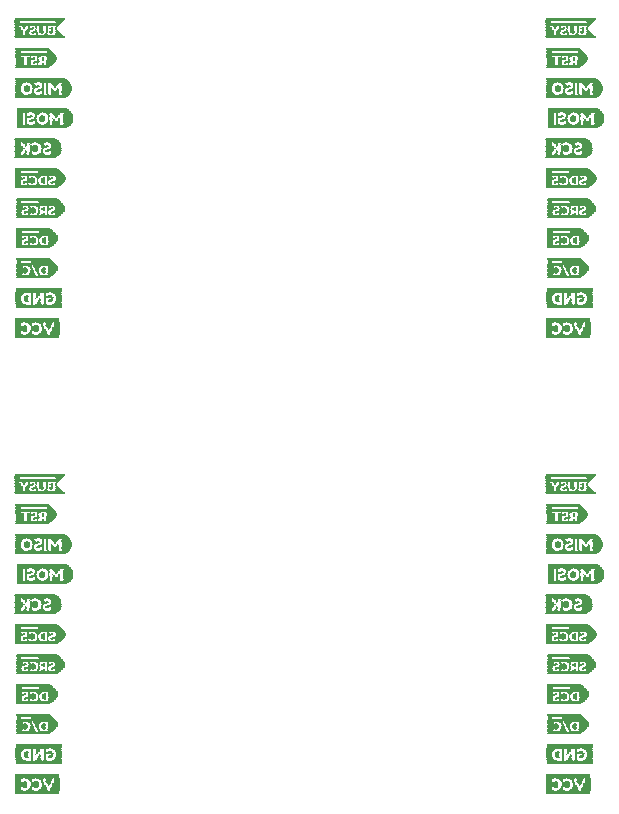
<source format=gbo>
G75*
%MOIN*%
%OFA0B0*%
%FSLAX25Y25*%
%IPPOS*%
%LPD*%
%AMOC8*
5,1,8,0,0,1.08239X$1,22.5*
%
%ADD10R,0.16850X0.00157*%
%ADD11R,0.16693X0.00157*%
%ADD12R,0.16535X0.00157*%
%ADD13R,0.16378X0.00157*%
%ADD14R,0.02677X0.00157*%
%ADD15R,0.01890X0.00157*%
%ADD16R,0.02362X0.00157*%
%ADD17R,0.01732X0.00157*%
%ADD18R,0.02205X0.00157*%
%ADD19R,0.01575X0.00157*%
%ADD20R,0.02047X0.00157*%
%ADD21R,0.15276X0.00157*%
%ADD22R,0.15118X0.00157*%
%ADD23R,0.14961X0.00157*%
%ADD24R,0.14803X0.00157*%
%ADD25R,0.01260X0.00157*%
%ADD26R,0.01102X0.00157*%
%ADD27R,0.00945X0.00157*%
%ADD28R,0.01417X0.00157*%
%ADD29R,0.00472X0.00157*%
%ADD30R,0.00630X0.00157*%
%ADD31R,0.00787X0.00157*%
%ADD32R,0.00315X0.00157*%
%ADD33R,0.00157X0.00157*%
%ADD34R,0.02520X0.00157*%
%ADD35R,0.02835X0.00157*%
%ADD36R,0.16220X0.00157*%
%ADD37R,0.11024X0.00157*%
%ADD38R,0.11181X0.00157*%
%ADD39R,0.11496X0.00157*%
%ADD40R,0.11654X0.00157*%
%ADD41R,0.12756X0.00157*%
%ADD42R,0.12913X0.00157*%
%ADD43R,0.13071X0.00157*%
%ADD44R,0.13228X0.00157*%
%ADD45R,0.03150X0.00157*%
%ADD46R,0.03307X0.00157*%
%ADD47R,0.03465X0.00157*%
%ADD48R,0.02992X0.00157*%
%ADD49R,0.11811X0.00157*%
%ADD50R,0.17165X0.00157*%
%ADD51R,0.17480X0.00157*%
%ADD52R,0.17638X0.00157*%
%ADD53R,0.17795X0.00157*%
%ADD54R,0.17953X0.00157*%
%ADD55R,0.10079X0.00157*%
%ADD56R,0.09291X0.00157*%
%ADD57R,0.04252X0.00157*%
%ADD58R,0.13701X0.00157*%
%ADD59R,0.14016X0.00157*%
%ADD60R,0.14331X0.00157*%
%ADD61R,0.14488X0.00157*%
%ADD62R,0.14646X0.00157*%
%ADD63R,0.03780X0.00157*%
%ADD64R,0.03937X0.00157*%
%ADD65R,0.03622X0.00157*%
%ADD66R,0.04882X0.00157*%
%ADD67R,0.05197X0.00157*%
%ADD68R,0.14173X0.00157*%
%ADD69R,0.07559X0.00157*%
%ADD70R,0.07717X0.00157*%
%ADD71R,0.08031X0.00157*%
%ADD72R,0.08346X0.00157*%
%ADD73R,0.15906X0.00157*%
%ADD74R,0.16063X0.00157*%
%ADD75R,0.04409X0.00157*%
%ADD76R,0.13543X0.00157*%
%ADD77R,0.07087X0.00157*%
%ADD78R,0.07244X0.00157*%
%ADD79R,0.07874X0.00157*%
%ADD80R,0.15433X0.00157*%
%ADD81R,0.15591X0.00157*%
%ADD82R,0.15748X0.00157*%
%ADD83R,0.04094X0.00157*%
%ADD84R,0.11339X0.00157*%
%ADD85R,0.11969X0.00157*%
%ADD86R,0.04724X0.00157*%
%ADD87R,0.05512X0.00157*%
%ADD88R,0.13386X0.00157*%
%ADD89R,0.12126X0.00157*%
%ADD90R,0.07402X0.00157*%
%ADD91R,0.05039X0.00157*%
%ADD92R,0.06457X0.00157*%
%ADD93R,0.06614X0.00157*%
D10*
X0050054Y0120758D03*
X0050054Y0126742D03*
X0049554Y0130758D03*
X0049554Y0136742D03*
X0049314Y0150600D03*
X0049314Y0156900D03*
X0050054Y0272758D03*
X0050054Y0278742D03*
X0049554Y0282758D03*
X0049554Y0288742D03*
X0049314Y0302600D03*
X0049314Y0308900D03*
X0226314Y0308900D03*
X0226314Y0302600D03*
X0226554Y0288742D03*
X0226554Y0282758D03*
X0227054Y0278742D03*
X0227054Y0272758D03*
X0226314Y0156900D03*
X0226314Y0150600D03*
X0226554Y0136742D03*
X0226554Y0130758D03*
X0227054Y0126742D03*
X0227054Y0120758D03*
D11*
X0226236Y0150758D03*
X0226236Y0156742D03*
X0226236Y0302758D03*
X0226236Y0308742D03*
X0049236Y0308742D03*
X0049236Y0302758D03*
X0049236Y0156742D03*
X0049236Y0150758D03*
D12*
X0049157Y0150915D03*
X0049157Y0156585D03*
X0049157Y0302915D03*
X0049157Y0308585D03*
X0226157Y0308585D03*
X0226157Y0302915D03*
X0226157Y0156585D03*
X0226157Y0150915D03*
D13*
X0226078Y0151073D03*
X0226078Y0156427D03*
X0226318Y0136900D03*
X0226318Y0130600D03*
X0226818Y0126900D03*
X0226818Y0120600D03*
X0226236Y0104852D03*
X0049236Y0104852D03*
X0049818Y0120600D03*
X0049818Y0126900D03*
X0049318Y0130600D03*
X0049318Y0136900D03*
X0049078Y0151073D03*
X0049078Y0156427D03*
X0049236Y0256852D03*
X0049818Y0272600D03*
X0049818Y0278900D03*
X0049318Y0282600D03*
X0049318Y0288900D03*
X0049078Y0303073D03*
X0049078Y0308427D03*
X0226078Y0308427D03*
X0226078Y0303073D03*
X0226318Y0288900D03*
X0226318Y0282600D03*
X0226818Y0278900D03*
X0226818Y0272600D03*
X0226236Y0256852D03*
D14*
X0225684Y0256695D03*
X0223322Y0255120D03*
X0225684Y0253388D03*
X0232771Y0254333D03*
X0223637Y0245120D03*
X0219858Y0245435D03*
X0225861Y0236695D03*
X0223657Y0235120D03*
X0230428Y0234490D03*
X0230271Y0224490D03*
X0232113Y0217482D03*
X0231613Y0205278D03*
X0231613Y0205120D03*
X0224684Y0205750D03*
X0224527Y0206222D03*
X0224527Y0206380D03*
X0224527Y0205120D03*
X0219515Y0217482D03*
X0219275Y0265120D03*
X0219275Y0266222D03*
X0224314Y0266380D03*
X0224314Y0264963D03*
X0231779Y0273703D03*
X0231779Y0273860D03*
X0231779Y0277640D03*
X0231279Y0283703D03*
X0231279Y0283860D03*
X0231279Y0287640D03*
X0229771Y0294333D03*
X0223314Y0295593D03*
X0219228Y0303545D03*
X0219228Y0303703D03*
X0219228Y0303860D03*
X0219228Y0304018D03*
X0219228Y0304175D03*
X0219228Y0304333D03*
X0219228Y0304490D03*
X0219228Y0304648D03*
X0219228Y0304805D03*
X0232613Y0303388D03*
X0232771Y0308270D03*
X0219468Y0287482D03*
X0219468Y0283860D03*
X0232771Y0156270D03*
X0232613Y0151388D03*
X0229771Y0142333D03*
X0223314Y0143593D03*
X0219228Y0151545D03*
X0219228Y0151703D03*
X0219228Y0151860D03*
X0219228Y0152018D03*
X0219228Y0152175D03*
X0219228Y0152333D03*
X0219228Y0152490D03*
X0219228Y0152648D03*
X0219228Y0152805D03*
X0219468Y0135482D03*
X0219468Y0131860D03*
X0231279Y0131860D03*
X0231279Y0131703D03*
X0231279Y0135640D03*
X0231779Y0125640D03*
X0231779Y0121860D03*
X0231779Y0121703D03*
X0224314Y0114380D03*
X0224314Y0112963D03*
X0219275Y0113120D03*
X0219275Y0114222D03*
X0225684Y0104695D03*
X0223322Y0103120D03*
X0225684Y0101388D03*
X0232771Y0102333D03*
X0223637Y0093120D03*
X0219858Y0093435D03*
X0225861Y0084695D03*
X0223657Y0083120D03*
X0230428Y0082490D03*
X0230271Y0072490D03*
X0232113Y0065482D03*
X0231613Y0053278D03*
X0231613Y0053120D03*
X0224684Y0053750D03*
X0224527Y0054222D03*
X0224527Y0054380D03*
X0224527Y0053120D03*
X0219515Y0065482D03*
X0055113Y0065482D03*
X0053271Y0072490D03*
X0053428Y0082490D03*
X0048861Y0084695D03*
X0046657Y0083120D03*
X0046637Y0093120D03*
X0042858Y0093435D03*
X0048684Y0101388D03*
X0046322Y0103120D03*
X0048684Y0104695D03*
X0055771Y0102333D03*
X0047314Y0112963D03*
X0047314Y0114380D03*
X0042275Y0114222D03*
X0042275Y0113120D03*
X0054779Y0121703D03*
X0054779Y0121860D03*
X0054779Y0125640D03*
X0054279Y0131703D03*
X0054279Y0131860D03*
X0054279Y0135640D03*
X0052771Y0142333D03*
X0046314Y0143593D03*
X0042228Y0151545D03*
X0042228Y0151703D03*
X0042228Y0151860D03*
X0042228Y0152018D03*
X0042228Y0152175D03*
X0042228Y0152333D03*
X0042228Y0152490D03*
X0042228Y0152648D03*
X0042228Y0152805D03*
X0055613Y0151388D03*
X0055771Y0156270D03*
X0042468Y0135482D03*
X0042468Y0131860D03*
X0042515Y0065482D03*
X0047527Y0054380D03*
X0047527Y0054222D03*
X0047684Y0053750D03*
X0047527Y0053120D03*
X0054613Y0053120D03*
X0054613Y0053278D03*
X0054613Y0205120D03*
X0054613Y0205278D03*
X0047684Y0205750D03*
X0047527Y0206222D03*
X0047527Y0206380D03*
X0047527Y0205120D03*
X0042515Y0217482D03*
X0053271Y0224490D03*
X0055113Y0217482D03*
X0053428Y0234490D03*
X0048861Y0236695D03*
X0046657Y0235120D03*
X0046637Y0245120D03*
X0042858Y0245435D03*
X0048684Y0253388D03*
X0046322Y0255120D03*
X0048684Y0256695D03*
X0055771Y0254333D03*
X0047314Y0264963D03*
X0047314Y0266380D03*
X0042275Y0266222D03*
X0042275Y0265120D03*
X0054779Y0273703D03*
X0054779Y0273860D03*
X0054779Y0277640D03*
X0054279Y0283703D03*
X0054279Y0283860D03*
X0054279Y0287640D03*
X0052771Y0294333D03*
X0046314Y0295593D03*
X0042228Y0303545D03*
X0042228Y0303703D03*
X0042228Y0303860D03*
X0042228Y0304018D03*
X0042228Y0304175D03*
X0042228Y0304333D03*
X0042228Y0304490D03*
X0042228Y0304648D03*
X0042228Y0304805D03*
X0055613Y0303388D03*
X0055771Y0308270D03*
X0042468Y0287482D03*
X0042468Y0283860D03*
D15*
X0042074Y0284648D03*
X0042074Y0284805D03*
X0042074Y0284963D03*
X0042074Y0286537D03*
X0042074Y0286695D03*
X0044909Y0286222D03*
X0044909Y0285120D03*
X0046798Y0283860D03*
X0047743Y0286222D03*
X0049633Y0285278D03*
X0054358Y0287167D03*
X0052377Y0293545D03*
X0052692Y0297640D03*
X0051440Y0303388D03*
X0055377Y0304018D03*
X0055377Y0307482D03*
X0055535Y0307640D03*
X0041834Y0307482D03*
X0041834Y0306695D03*
X0041834Y0305907D03*
X0041834Y0305750D03*
X0041834Y0308270D03*
X0042141Y0298270D03*
X0042141Y0297482D03*
X0042574Y0277640D03*
X0042574Y0273703D03*
X0047141Y0275278D03*
X0050133Y0275278D03*
X0050133Y0275120D03*
X0050133Y0276065D03*
X0050133Y0276222D03*
X0054858Y0277167D03*
X0050700Y0266222D03*
X0049755Y0263860D03*
X0048606Y0256537D03*
X0048606Y0253545D03*
X0052700Y0255593D03*
X0052700Y0255750D03*
X0041991Y0256222D03*
X0041991Y0256380D03*
X0041991Y0257482D03*
X0041991Y0258270D03*
X0041991Y0254963D03*
X0041991Y0253860D03*
X0041991Y0253703D03*
X0042464Y0246380D03*
X0042464Y0246222D03*
X0042464Y0246065D03*
X0042464Y0245120D03*
X0042464Y0243703D03*
X0042326Y0238270D03*
X0042326Y0237482D03*
X0042326Y0236380D03*
X0042326Y0236222D03*
X0042326Y0234963D03*
X0042326Y0233860D03*
X0042326Y0233703D03*
X0042484Y0228270D03*
X0042484Y0227482D03*
X0042484Y0226537D03*
X0042484Y0225907D03*
X0042484Y0224175D03*
X0042484Y0223545D03*
X0046736Y0223860D03*
X0046736Y0224018D03*
X0052877Y0223703D03*
X0048736Y0217640D03*
X0048736Y0213703D03*
X0042121Y0214805D03*
X0042121Y0214963D03*
X0042121Y0216537D03*
X0042121Y0216695D03*
X0041936Y0207325D03*
X0041936Y0206852D03*
X0041936Y0206695D03*
X0041936Y0204648D03*
X0041936Y0204490D03*
X0041936Y0204018D03*
X0052173Y0207010D03*
X0052173Y0207167D03*
X0055007Y0206852D03*
X0055007Y0206695D03*
X0055007Y0207640D03*
X0055507Y0214805D03*
X0055507Y0214963D03*
X0055507Y0215120D03*
X0055507Y0216380D03*
X0055507Y0216537D03*
X0055507Y0216695D03*
X0053035Y0233703D03*
X0048940Y0233545D03*
X0052700Y0245593D03*
X0052700Y0245750D03*
X0041881Y0263860D03*
X0041881Y0264018D03*
X0041881Y0264175D03*
X0041881Y0264333D03*
X0041881Y0267010D03*
X0041881Y0267167D03*
X0041881Y0267325D03*
X0041881Y0267482D03*
X0041834Y0156270D03*
X0041834Y0155482D03*
X0041834Y0154695D03*
X0041834Y0153907D03*
X0041834Y0153750D03*
X0042141Y0146270D03*
X0042141Y0145482D03*
X0052692Y0145640D03*
X0052377Y0141545D03*
X0054358Y0135167D03*
X0049633Y0133278D03*
X0047743Y0134222D03*
X0046798Y0131860D03*
X0044909Y0133120D03*
X0044909Y0134222D03*
X0042074Y0134537D03*
X0042074Y0134695D03*
X0042074Y0132963D03*
X0042074Y0132805D03*
X0042074Y0132648D03*
X0042574Y0125640D03*
X0042574Y0121703D03*
X0047141Y0123278D03*
X0050133Y0123278D03*
X0050133Y0123120D03*
X0050133Y0124065D03*
X0050133Y0124222D03*
X0054858Y0125167D03*
X0050700Y0114222D03*
X0049755Y0111860D03*
X0048606Y0104537D03*
X0048606Y0101545D03*
X0052700Y0103593D03*
X0052700Y0103750D03*
X0052700Y0093750D03*
X0052700Y0093593D03*
X0042464Y0094065D03*
X0042464Y0094222D03*
X0042464Y0094380D03*
X0042464Y0093120D03*
X0042464Y0091703D03*
X0042326Y0086270D03*
X0042326Y0085482D03*
X0042326Y0084380D03*
X0042326Y0084222D03*
X0042326Y0082963D03*
X0042326Y0081860D03*
X0042326Y0081703D03*
X0042484Y0076270D03*
X0042484Y0075482D03*
X0042484Y0074537D03*
X0042484Y0073907D03*
X0042484Y0072175D03*
X0042484Y0071545D03*
X0046736Y0071860D03*
X0046736Y0072018D03*
X0052877Y0071703D03*
X0048736Y0065640D03*
X0048736Y0061703D03*
X0042121Y0062805D03*
X0042121Y0062963D03*
X0042121Y0064537D03*
X0042121Y0064695D03*
X0041936Y0055325D03*
X0041936Y0054852D03*
X0041936Y0054695D03*
X0041936Y0052648D03*
X0041936Y0052490D03*
X0041936Y0052018D03*
X0052173Y0055010D03*
X0052173Y0055167D03*
X0055007Y0054852D03*
X0055007Y0054695D03*
X0055007Y0055640D03*
X0055507Y0062805D03*
X0055507Y0062963D03*
X0055507Y0063120D03*
X0055507Y0064380D03*
X0055507Y0064537D03*
X0055507Y0064695D03*
X0053035Y0081703D03*
X0048940Y0081545D03*
X0041991Y0101703D03*
X0041991Y0101860D03*
X0041991Y0102963D03*
X0041991Y0104222D03*
X0041991Y0104380D03*
X0041991Y0105482D03*
X0041991Y0106270D03*
X0041881Y0111860D03*
X0041881Y0112018D03*
X0041881Y0112175D03*
X0041881Y0112333D03*
X0041881Y0115010D03*
X0041881Y0115167D03*
X0041881Y0115325D03*
X0041881Y0115482D03*
X0051440Y0151388D03*
X0055377Y0152018D03*
X0055377Y0155482D03*
X0055535Y0155640D03*
X0218834Y0155482D03*
X0218834Y0154695D03*
X0218834Y0153907D03*
X0218834Y0153750D03*
X0218834Y0156270D03*
X0228440Y0151388D03*
X0232377Y0152018D03*
X0232377Y0155482D03*
X0232535Y0155640D03*
X0229692Y0145640D03*
X0229377Y0141545D03*
X0231358Y0135167D03*
X0226633Y0133278D03*
X0224743Y0134222D03*
X0223798Y0131860D03*
X0221909Y0133120D03*
X0221909Y0134222D03*
X0219074Y0134537D03*
X0219074Y0134695D03*
X0219074Y0132963D03*
X0219074Y0132805D03*
X0219074Y0132648D03*
X0219574Y0125640D03*
X0219574Y0121703D03*
X0224141Y0123278D03*
X0227133Y0123278D03*
X0227133Y0123120D03*
X0227133Y0124065D03*
X0227133Y0124222D03*
X0231858Y0125167D03*
X0227700Y0114222D03*
X0226755Y0111860D03*
X0225606Y0104537D03*
X0225606Y0101545D03*
X0229700Y0103593D03*
X0229700Y0103750D03*
X0229700Y0093750D03*
X0229700Y0093593D03*
X0219464Y0094065D03*
X0219464Y0094222D03*
X0219464Y0094380D03*
X0219464Y0093120D03*
X0219464Y0091703D03*
X0219326Y0086270D03*
X0219326Y0085482D03*
X0219326Y0084380D03*
X0219326Y0084222D03*
X0219326Y0082963D03*
X0219326Y0081860D03*
X0219326Y0081703D03*
X0219484Y0076270D03*
X0219484Y0075482D03*
X0219484Y0074537D03*
X0219484Y0073907D03*
X0219484Y0072175D03*
X0219484Y0071545D03*
X0223736Y0071860D03*
X0223736Y0072018D03*
X0229877Y0071703D03*
X0225736Y0065640D03*
X0225736Y0061703D03*
X0232507Y0062805D03*
X0232507Y0062963D03*
X0232507Y0063120D03*
X0232507Y0064380D03*
X0232507Y0064537D03*
X0232507Y0064695D03*
X0232007Y0055640D03*
X0232007Y0054852D03*
X0232007Y0054695D03*
X0229173Y0055010D03*
X0229173Y0055167D03*
X0218936Y0055325D03*
X0218936Y0054852D03*
X0218936Y0054695D03*
X0218936Y0052648D03*
X0218936Y0052490D03*
X0218936Y0052018D03*
X0219121Y0062805D03*
X0219121Y0062963D03*
X0219121Y0064537D03*
X0219121Y0064695D03*
X0225940Y0081545D03*
X0230035Y0081703D03*
X0218991Y0101703D03*
X0218991Y0101860D03*
X0218991Y0102963D03*
X0218991Y0104222D03*
X0218991Y0104380D03*
X0218991Y0105482D03*
X0218991Y0106270D03*
X0218881Y0111860D03*
X0218881Y0112018D03*
X0218881Y0112175D03*
X0218881Y0112333D03*
X0218881Y0115010D03*
X0218881Y0115167D03*
X0218881Y0115325D03*
X0218881Y0115482D03*
X0219141Y0145482D03*
X0219141Y0146270D03*
X0218936Y0204018D03*
X0218936Y0204490D03*
X0218936Y0204648D03*
X0218936Y0206695D03*
X0218936Y0206852D03*
X0218936Y0207325D03*
X0219121Y0214805D03*
X0219121Y0214963D03*
X0219121Y0216537D03*
X0219121Y0216695D03*
X0219484Y0223545D03*
X0219484Y0224175D03*
X0219484Y0225907D03*
X0219484Y0226537D03*
X0219484Y0227482D03*
X0219484Y0228270D03*
X0219326Y0233703D03*
X0219326Y0233860D03*
X0219326Y0234963D03*
X0219326Y0236222D03*
X0219326Y0236380D03*
X0219326Y0237482D03*
X0219326Y0238270D03*
X0219464Y0243703D03*
X0219464Y0245120D03*
X0219464Y0246065D03*
X0219464Y0246222D03*
X0219464Y0246380D03*
X0218991Y0253703D03*
X0218991Y0253860D03*
X0218991Y0254963D03*
X0218991Y0256222D03*
X0218991Y0256380D03*
X0218991Y0257482D03*
X0218991Y0258270D03*
X0218881Y0263860D03*
X0218881Y0264018D03*
X0218881Y0264175D03*
X0218881Y0264333D03*
X0218881Y0267010D03*
X0218881Y0267167D03*
X0218881Y0267325D03*
X0218881Y0267482D03*
X0219574Y0273703D03*
X0219574Y0277640D03*
X0224141Y0275278D03*
X0227133Y0275278D03*
X0227133Y0275120D03*
X0227133Y0276065D03*
X0227133Y0276222D03*
X0231858Y0277167D03*
X0226633Y0285278D03*
X0224743Y0286222D03*
X0223798Y0283860D03*
X0221909Y0285120D03*
X0221909Y0286222D03*
X0219074Y0286537D03*
X0219074Y0286695D03*
X0219074Y0284963D03*
X0219074Y0284805D03*
X0219074Y0284648D03*
X0229377Y0293545D03*
X0229692Y0297640D03*
X0228440Y0303388D03*
X0232377Y0304018D03*
X0232377Y0307482D03*
X0232535Y0307640D03*
X0218834Y0307482D03*
X0218834Y0306695D03*
X0218834Y0305907D03*
X0218834Y0305750D03*
X0218834Y0308270D03*
X0219141Y0298270D03*
X0219141Y0297482D03*
X0231358Y0287167D03*
X0227700Y0266222D03*
X0226755Y0263860D03*
X0225606Y0256537D03*
X0225606Y0253545D03*
X0229700Y0255593D03*
X0229700Y0255750D03*
X0229700Y0245750D03*
X0229700Y0245593D03*
X0230035Y0233703D03*
X0225940Y0233545D03*
X0223736Y0224018D03*
X0223736Y0223860D03*
X0229877Y0223703D03*
X0225736Y0217640D03*
X0225736Y0213703D03*
X0232507Y0214805D03*
X0232507Y0214963D03*
X0232507Y0215120D03*
X0232507Y0216380D03*
X0232507Y0216537D03*
X0232507Y0216695D03*
X0232007Y0207640D03*
X0232007Y0206852D03*
X0232007Y0206695D03*
X0229173Y0207010D03*
X0229173Y0207167D03*
D16*
X0231771Y0205907D03*
X0231771Y0205750D03*
X0232271Y0214175D03*
X0222952Y0203703D03*
X0219173Y0207640D03*
X0219358Y0214175D03*
X0219358Y0217167D03*
X0230113Y0224175D03*
X0230271Y0234175D03*
X0223657Y0235435D03*
X0223657Y0235593D03*
X0219562Y0236695D03*
X0219562Y0233388D03*
X0219700Y0243388D03*
X0219228Y0253388D03*
X0219228Y0256695D03*
X0223322Y0255593D03*
X0232771Y0254175D03*
X0232613Y0244175D03*
X0227936Y0266537D03*
X0226676Y0267640D03*
X0225165Y0273703D03*
X0224062Y0275120D03*
X0222487Y0276380D03*
X0222487Y0276537D03*
X0219310Y0284175D03*
X0219310Y0287325D03*
X0224980Y0286537D03*
X0231279Y0287482D03*
X0231279Y0284648D03*
X0231279Y0284490D03*
X0231279Y0284333D03*
X0231279Y0284175D03*
X0231279Y0284018D03*
X0231779Y0277482D03*
X0231779Y0274648D03*
X0231779Y0274490D03*
X0231779Y0274333D03*
X0231779Y0274175D03*
X0231779Y0274018D03*
X0219117Y0266537D03*
X0219117Y0264805D03*
X0223157Y0295435D03*
X0229613Y0294018D03*
X0232613Y0303545D03*
X0232771Y0308112D03*
X0219070Y0305120D03*
X0055771Y0308112D03*
X0055613Y0303545D03*
X0052613Y0294018D03*
X0046157Y0295435D03*
X0042310Y0287325D03*
X0042310Y0284175D03*
X0047980Y0286537D03*
X0054279Y0287482D03*
X0054279Y0284648D03*
X0054279Y0284490D03*
X0054279Y0284333D03*
X0054279Y0284175D03*
X0054279Y0284018D03*
X0054779Y0277482D03*
X0054779Y0274648D03*
X0054779Y0274490D03*
X0054779Y0274333D03*
X0054779Y0274175D03*
X0054779Y0274018D03*
X0049676Y0267640D03*
X0050936Y0266537D03*
X0048165Y0273703D03*
X0047062Y0275120D03*
X0045487Y0276380D03*
X0045487Y0276537D03*
X0042117Y0266537D03*
X0042117Y0264805D03*
X0042228Y0256695D03*
X0042228Y0253388D03*
X0046322Y0255593D03*
X0055771Y0254175D03*
X0055613Y0244175D03*
X0053271Y0234175D03*
X0046657Y0235435D03*
X0046657Y0235593D03*
X0042562Y0236695D03*
X0042562Y0233388D03*
X0042700Y0243388D03*
X0053113Y0224175D03*
X0042358Y0217167D03*
X0042358Y0214175D03*
X0042173Y0207640D03*
X0045952Y0203703D03*
X0054771Y0205750D03*
X0054771Y0205907D03*
X0055271Y0214175D03*
X0055771Y0156112D03*
X0055613Y0151545D03*
X0052613Y0142018D03*
X0046157Y0143435D03*
X0042310Y0135325D03*
X0042310Y0132175D03*
X0047980Y0134537D03*
X0054279Y0135482D03*
X0054279Y0132648D03*
X0054279Y0132490D03*
X0054279Y0132333D03*
X0054279Y0132175D03*
X0054279Y0132018D03*
X0054779Y0125482D03*
X0054779Y0122648D03*
X0054779Y0122490D03*
X0054779Y0122333D03*
X0054779Y0122175D03*
X0054779Y0122018D03*
X0048165Y0121703D03*
X0047062Y0123120D03*
X0045487Y0124380D03*
X0045487Y0124537D03*
X0049676Y0115640D03*
X0050936Y0114537D03*
X0042117Y0114537D03*
X0042117Y0112805D03*
X0042228Y0104695D03*
X0042228Y0101388D03*
X0046322Y0103593D03*
X0055771Y0102175D03*
X0055613Y0092175D03*
X0053271Y0082175D03*
X0046657Y0083435D03*
X0046657Y0083593D03*
X0042562Y0084695D03*
X0042562Y0081388D03*
X0042700Y0091388D03*
X0053113Y0072175D03*
X0042358Y0065167D03*
X0042358Y0062175D03*
X0042173Y0055640D03*
X0045952Y0051703D03*
X0054771Y0053750D03*
X0054771Y0053907D03*
X0055271Y0062175D03*
X0042070Y0153120D03*
X0219070Y0153120D03*
X0223157Y0143435D03*
X0229613Y0142018D03*
X0231279Y0135482D03*
X0231279Y0132648D03*
X0231279Y0132490D03*
X0231279Y0132333D03*
X0231279Y0132175D03*
X0231279Y0132018D03*
X0224980Y0134537D03*
X0219310Y0135325D03*
X0219310Y0132175D03*
X0222487Y0124537D03*
X0222487Y0124380D03*
X0224062Y0123120D03*
X0225165Y0121703D03*
X0231779Y0122018D03*
X0231779Y0122175D03*
X0231779Y0122333D03*
X0231779Y0122490D03*
X0231779Y0122648D03*
X0231779Y0125482D03*
X0226676Y0115640D03*
X0227936Y0114537D03*
X0219117Y0114537D03*
X0219117Y0112805D03*
X0219228Y0104695D03*
X0219228Y0101388D03*
X0223322Y0103593D03*
X0232771Y0102175D03*
X0232613Y0092175D03*
X0230271Y0082175D03*
X0223657Y0083435D03*
X0223657Y0083593D03*
X0219562Y0084695D03*
X0219562Y0081388D03*
X0219700Y0091388D03*
X0230113Y0072175D03*
X0232271Y0062175D03*
X0231771Y0053907D03*
X0231771Y0053750D03*
X0222952Y0051703D03*
X0219173Y0055640D03*
X0219358Y0062175D03*
X0219358Y0065167D03*
X0232613Y0151545D03*
X0232771Y0156112D03*
X0042070Y0305120D03*
D17*
X0041755Y0306065D03*
X0041755Y0306222D03*
X0041755Y0307640D03*
X0041755Y0308112D03*
X0045850Y0305435D03*
X0047424Y0304490D03*
X0048369Y0303388D03*
X0045220Y0303545D03*
X0042062Y0298112D03*
X0042062Y0297955D03*
X0042062Y0297797D03*
X0042062Y0297640D03*
X0042062Y0296695D03*
X0042062Y0296537D03*
X0042062Y0296380D03*
X0042062Y0296222D03*
X0045842Y0295278D03*
X0048834Y0296695D03*
X0052613Y0297797D03*
X0052298Y0293388D03*
X0054279Y0287010D03*
X0044830Y0286380D03*
X0044830Y0284963D03*
X0041995Y0285120D03*
X0041995Y0285278D03*
X0041995Y0285435D03*
X0041995Y0285593D03*
X0041995Y0285750D03*
X0041995Y0285907D03*
X0041995Y0286065D03*
X0041995Y0286222D03*
X0041995Y0286380D03*
X0042495Y0277482D03*
X0042495Y0277325D03*
X0042495Y0277167D03*
X0042495Y0277010D03*
X0042495Y0276852D03*
X0042495Y0276695D03*
X0042495Y0276537D03*
X0042495Y0276380D03*
X0042495Y0276222D03*
X0042495Y0276065D03*
X0042495Y0275907D03*
X0042495Y0275750D03*
X0042495Y0275593D03*
X0042495Y0275435D03*
X0042495Y0275278D03*
X0042495Y0275120D03*
X0042495Y0274963D03*
X0042495Y0274805D03*
X0042495Y0274648D03*
X0042495Y0274490D03*
X0042495Y0274333D03*
X0042495Y0274175D03*
X0042495Y0274018D03*
X0042495Y0273860D03*
X0048165Y0273860D03*
X0048165Y0277482D03*
X0051787Y0277640D03*
X0054779Y0277010D03*
X0051787Y0273703D03*
X0049676Y0267482D03*
X0041913Y0258112D03*
X0041913Y0257955D03*
X0041913Y0257797D03*
X0041913Y0257640D03*
X0041913Y0254805D03*
X0041913Y0254648D03*
X0041913Y0254490D03*
X0041913Y0254333D03*
X0041913Y0254175D03*
X0041913Y0254018D03*
X0042385Y0248270D03*
X0042385Y0247482D03*
X0042385Y0244963D03*
X0042385Y0244805D03*
X0042385Y0244018D03*
X0042385Y0243860D03*
X0042247Y0238112D03*
X0042247Y0237640D03*
X0042247Y0234805D03*
X0042247Y0234648D03*
X0042247Y0234490D03*
X0042247Y0234333D03*
X0042247Y0234175D03*
X0042247Y0234018D03*
X0042405Y0226380D03*
X0042405Y0226222D03*
X0042405Y0226065D03*
X0042405Y0224018D03*
X0042405Y0223860D03*
X0042405Y0223703D03*
X0048389Y0226065D03*
X0052641Y0223388D03*
X0052798Y0223545D03*
X0055586Y0216222D03*
X0055586Y0216065D03*
X0055586Y0215907D03*
X0055586Y0215750D03*
X0055586Y0215593D03*
X0055586Y0215435D03*
X0055586Y0215278D03*
X0048814Y0213860D03*
X0042043Y0215120D03*
X0042043Y0215278D03*
X0042043Y0215435D03*
X0042043Y0215593D03*
X0042043Y0215750D03*
X0042043Y0215907D03*
X0042043Y0216065D03*
X0042043Y0216222D03*
X0042043Y0216380D03*
X0041858Y0207167D03*
X0041858Y0207010D03*
X0041858Y0204333D03*
X0041858Y0204175D03*
X0050519Y0204490D03*
X0050519Y0204648D03*
X0052094Y0206852D03*
X0055086Y0207010D03*
X0055086Y0207167D03*
X0055086Y0207325D03*
X0055086Y0207482D03*
X0052798Y0233388D03*
X0052956Y0233545D03*
X0055298Y0304175D03*
X0218755Y0306065D03*
X0218755Y0306222D03*
X0218755Y0307640D03*
X0218755Y0308112D03*
X0222850Y0305435D03*
X0224424Y0304490D03*
X0225369Y0303388D03*
X0222220Y0303545D03*
X0219062Y0298112D03*
X0219062Y0297955D03*
X0219062Y0297797D03*
X0219062Y0297640D03*
X0219062Y0296695D03*
X0219062Y0296537D03*
X0219062Y0296380D03*
X0219062Y0296222D03*
X0222842Y0295278D03*
X0225834Y0296695D03*
X0229613Y0297797D03*
X0229298Y0293388D03*
X0231279Y0287010D03*
X0221830Y0286380D03*
X0221830Y0284963D03*
X0218995Y0285120D03*
X0218995Y0285278D03*
X0218995Y0285435D03*
X0218995Y0285593D03*
X0218995Y0285750D03*
X0218995Y0285907D03*
X0218995Y0286065D03*
X0218995Y0286222D03*
X0218995Y0286380D03*
X0219495Y0277482D03*
X0219495Y0277325D03*
X0219495Y0277167D03*
X0219495Y0277010D03*
X0219495Y0276852D03*
X0219495Y0276695D03*
X0219495Y0276537D03*
X0219495Y0276380D03*
X0219495Y0276222D03*
X0219495Y0276065D03*
X0219495Y0275907D03*
X0219495Y0275750D03*
X0219495Y0275593D03*
X0219495Y0275435D03*
X0219495Y0275278D03*
X0219495Y0275120D03*
X0219495Y0274963D03*
X0219495Y0274805D03*
X0219495Y0274648D03*
X0219495Y0274490D03*
X0219495Y0274333D03*
X0219495Y0274175D03*
X0219495Y0274018D03*
X0219495Y0273860D03*
X0225165Y0273860D03*
X0225165Y0277482D03*
X0228787Y0277640D03*
X0231779Y0277010D03*
X0228787Y0273703D03*
X0226676Y0267482D03*
X0218913Y0258112D03*
X0218913Y0257955D03*
X0218913Y0257797D03*
X0218913Y0257640D03*
X0218913Y0254805D03*
X0218913Y0254648D03*
X0218913Y0254490D03*
X0218913Y0254333D03*
X0218913Y0254175D03*
X0218913Y0254018D03*
X0219385Y0248270D03*
X0219385Y0247482D03*
X0219385Y0244963D03*
X0219385Y0244805D03*
X0219385Y0244018D03*
X0219385Y0243860D03*
X0219247Y0238112D03*
X0219247Y0237640D03*
X0219247Y0234805D03*
X0219247Y0234648D03*
X0219247Y0234490D03*
X0219247Y0234333D03*
X0219247Y0234175D03*
X0219247Y0234018D03*
X0219405Y0226380D03*
X0219405Y0226222D03*
X0219405Y0226065D03*
X0219405Y0224018D03*
X0219405Y0223860D03*
X0219405Y0223703D03*
X0225389Y0226065D03*
X0229641Y0223388D03*
X0229798Y0223545D03*
X0232586Y0216222D03*
X0232586Y0216065D03*
X0232586Y0215907D03*
X0232586Y0215750D03*
X0232586Y0215593D03*
X0232586Y0215435D03*
X0232586Y0215278D03*
X0225814Y0213860D03*
X0219043Y0215120D03*
X0219043Y0215278D03*
X0219043Y0215435D03*
X0219043Y0215593D03*
X0219043Y0215750D03*
X0219043Y0215907D03*
X0219043Y0216065D03*
X0219043Y0216222D03*
X0219043Y0216380D03*
X0218858Y0207167D03*
X0218858Y0207010D03*
X0218858Y0204333D03*
X0218858Y0204175D03*
X0227519Y0204490D03*
X0227519Y0204648D03*
X0229094Y0206852D03*
X0232086Y0207010D03*
X0232086Y0207167D03*
X0232086Y0207325D03*
X0232086Y0207482D03*
X0229798Y0233388D03*
X0229956Y0233545D03*
X0232298Y0304175D03*
X0218755Y0156112D03*
X0218755Y0155640D03*
X0218755Y0154222D03*
X0218755Y0154065D03*
X0222850Y0153435D03*
X0224424Y0152490D03*
X0225369Y0151388D03*
X0222220Y0151545D03*
X0219062Y0146112D03*
X0219062Y0145955D03*
X0219062Y0145797D03*
X0219062Y0145640D03*
X0219062Y0144695D03*
X0219062Y0144537D03*
X0219062Y0144380D03*
X0219062Y0144222D03*
X0222842Y0143278D03*
X0225834Y0144695D03*
X0229613Y0145797D03*
X0229298Y0141388D03*
X0231279Y0135010D03*
X0221830Y0134380D03*
X0221830Y0132963D03*
X0218995Y0133120D03*
X0218995Y0133278D03*
X0218995Y0133435D03*
X0218995Y0133593D03*
X0218995Y0133750D03*
X0218995Y0133907D03*
X0218995Y0134065D03*
X0218995Y0134222D03*
X0218995Y0134380D03*
X0219495Y0125482D03*
X0219495Y0125325D03*
X0219495Y0125167D03*
X0219495Y0125010D03*
X0219495Y0124852D03*
X0219495Y0124695D03*
X0219495Y0124537D03*
X0219495Y0124380D03*
X0219495Y0124222D03*
X0219495Y0124065D03*
X0219495Y0123907D03*
X0219495Y0123750D03*
X0219495Y0123593D03*
X0219495Y0123435D03*
X0219495Y0123278D03*
X0219495Y0123120D03*
X0219495Y0122963D03*
X0219495Y0122805D03*
X0219495Y0122648D03*
X0219495Y0122490D03*
X0219495Y0122333D03*
X0219495Y0122175D03*
X0219495Y0122018D03*
X0219495Y0121860D03*
X0225165Y0121860D03*
X0225165Y0125482D03*
X0228787Y0125640D03*
X0231779Y0125010D03*
X0228787Y0121703D03*
X0226676Y0115482D03*
X0218913Y0106112D03*
X0218913Y0105955D03*
X0218913Y0105797D03*
X0218913Y0105640D03*
X0218913Y0102805D03*
X0218913Y0102648D03*
X0218913Y0102490D03*
X0218913Y0102333D03*
X0218913Y0102175D03*
X0218913Y0102018D03*
X0219385Y0096270D03*
X0219385Y0095482D03*
X0219385Y0092963D03*
X0219385Y0092805D03*
X0219385Y0092018D03*
X0219385Y0091860D03*
X0219247Y0086112D03*
X0219247Y0085640D03*
X0219247Y0082805D03*
X0219247Y0082648D03*
X0219247Y0082490D03*
X0219247Y0082333D03*
X0219247Y0082175D03*
X0219247Y0082018D03*
X0219405Y0074380D03*
X0219405Y0074222D03*
X0219405Y0074065D03*
X0219405Y0072018D03*
X0219405Y0071860D03*
X0219405Y0071703D03*
X0219043Y0064380D03*
X0219043Y0064222D03*
X0219043Y0064065D03*
X0219043Y0063907D03*
X0219043Y0063750D03*
X0219043Y0063593D03*
X0219043Y0063435D03*
X0219043Y0063278D03*
X0219043Y0063120D03*
X0225814Y0061860D03*
X0232586Y0063278D03*
X0232586Y0063435D03*
X0232586Y0063593D03*
X0232586Y0063750D03*
X0232586Y0063907D03*
X0232586Y0064065D03*
X0232586Y0064222D03*
X0229641Y0071388D03*
X0229798Y0071545D03*
X0225389Y0074065D03*
X0229798Y0081388D03*
X0229956Y0081545D03*
X0232086Y0055482D03*
X0232086Y0055325D03*
X0232086Y0055167D03*
X0232086Y0055010D03*
X0229094Y0054852D03*
X0227519Y0052648D03*
X0227519Y0052490D03*
X0218858Y0052333D03*
X0218858Y0052175D03*
X0218858Y0055010D03*
X0218858Y0055167D03*
X0232298Y0152175D03*
X0055298Y0152175D03*
X0052613Y0145797D03*
X0048834Y0144695D03*
X0045842Y0143278D03*
X0042062Y0144222D03*
X0042062Y0144380D03*
X0042062Y0144537D03*
X0042062Y0144695D03*
X0042062Y0145640D03*
X0042062Y0145797D03*
X0042062Y0145955D03*
X0042062Y0146112D03*
X0045220Y0151545D03*
X0045850Y0153435D03*
X0047424Y0152490D03*
X0048369Y0151388D03*
X0041755Y0154065D03*
X0041755Y0154222D03*
X0041755Y0155640D03*
X0041755Y0156112D03*
X0052298Y0141388D03*
X0054279Y0135010D03*
X0044830Y0134380D03*
X0044830Y0132963D03*
X0041995Y0133120D03*
X0041995Y0133278D03*
X0041995Y0133435D03*
X0041995Y0133593D03*
X0041995Y0133750D03*
X0041995Y0133907D03*
X0041995Y0134065D03*
X0041995Y0134222D03*
X0041995Y0134380D03*
X0042495Y0125482D03*
X0042495Y0125325D03*
X0042495Y0125167D03*
X0042495Y0125010D03*
X0042495Y0124852D03*
X0042495Y0124695D03*
X0042495Y0124537D03*
X0042495Y0124380D03*
X0042495Y0124222D03*
X0042495Y0124065D03*
X0042495Y0123907D03*
X0042495Y0123750D03*
X0042495Y0123593D03*
X0042495Y0123435D03*
X0042495Y0123278D03*
X0042495Y0123120D03*
X0042495Y0122963D03*
X0042495Y0122805D03*
X0042495Y0122648D03*
X0042495Y0122490D03*
X0042495Y0122333D03*
X0042495Y0122175D03*
X0042495Y0122018D03*
X0042495Y0121860D03*
X0048165Y0121860D03*
X0048165Y0125482D03*
X0051787Y0125640D03*
X0054779Y0125010D03*
X0051787Y0121703D03*
X0049676Y0115482D03*
X0041913Y0106112D03*
X0041913Y0105955D03*
X0041913Y0105797D03*
X0041913Y0105640D03*
X0041913Y0102805D03*
X0041913Y0102648D03*
X0041913Y0102490D03*
X0041913Y0102333D03*
X0041913Y0102175D03*
X0041913Y0102018D03*
X0042385Y0096270D03*
X0042385Y0095482D03*
X0042385Y0092963D03*
X0042385Y0092805D03*
X0042385Y0092018D03*
X0042385Y0091860D03*
X0042247Y0086112D03*
X0042247Y0085640D03*
X0042247Y0082805D03*
X0042247Y0082648D03*
X0042247Y0082490D03*
X0042247Y0082333D03*
X0042247Y0082175D03*
X0042247Y0082018D03*
X0042405Y0074380D03*
X0042405Y0074222D03*
X0042405Y0074065D03*
X0042405Y0072018D03*
X0042405Y0071860D03*
X0042405Y0071703D03*
X0048389Y0074065D03*
X0052641Y0071388D03*
X0052798Y0071545D03*
X0055586Y0064222D03*
X0055586Y0064065D03*
X0055586Y0063907D03*
X0055586Y0063750D03*
X0055586Y0063593D03*
X0055586Y0063435D03*
X0055586Y0063278D03*
X0048814Y0061860D03*
X0042043Y0063120D03*
X0042043Y0063278D03*
X0042043Y0063435D03*
X0042043Y0063593D03*
X0042043Y0063750D03*
X0042043Y0063907D03*
X0042043Y0064065D03*
X0042043Y0064222D03*
X0042043Y0064380D03*
X0041858Y0055167D03*
X0041858Y0055010D03*
X0041858Y0052333D03*
X0041858Y0052175D03*
X0050519Y0052490D03*
X0050519Y0052648D03*
X0052094Y0054852D03*
X0055086Y0055010D03*
X0055086Y0055167D03*
X0055086Y0055325D03*
X0055086Y0055482D03*
X0052798Y0081388D03*
X0052956Y0081545D03*
D18*
X0053192Y0082018D03*
X0048468Y0074380D03*
X0046578Y0071703D03*
X0042641Y0071388D03*
X0042641Y0074695D03*
X0042484Y0083278D03*
X0053035Y0072018D03*
X0055350Y0065167D03*
X0055350Y0065010D03*
X0055350Y0062333D03*
X0054850Y0055797D03*
X0054850Y0054222D03*
X0054850Y0054065D03*
X0052173Y0055325D03*
X0052173Y0055482D03*
X0050440Y0052175D03*
X0042094Y0054537D03*
X0042279Y0062333D03*
X0042279Y0065010D03*
X0042621Y0093278D03*
X0042621Y0094695D03*
X0046716Y0093593D03*
X0048763Y0094695D03*
X0055062Y0101388D03*
X0055220Y0101545D03*
X0055535Y0101860D03*
X0055692Y0102018D03*
X0050858Y0114380D03*
X0042039Y0114695D03*
X0042039Y0115797D03*
X0042039Y0112648D03*
X0042149Y0103907D03*
X0042149Y0103278D03*
X0042149Y0101545D03*
X0050133Y0123435D03*
X0050133Y0123593D03*
X0050133Y0123750D03*
X0050133Y0123907D03*
X0048243Y0125640D03*
X0049476Y0133120D03*
X0047901Y0134380D03*
X0046798Y0135640D03*
X0042232Y0135167D03*
X0042232Y0132333D03*
X0052535Y0141860D03*
X0052692Y0145482D03*
X0055535Y0151703D03*
X0055692Y0155955D03*
X0046243Y0153750D03*
X0041991Y0153435D03*
X0041991Y0153278D03*
X0050440Y0204175D03*
X0052173Y0207325D03*
X0052173Y0207482D03*
X0054850Y0207797D03*
X0054850Y0206222D03*
X0054850Y0206065D03*
X0055350Y0214333D03*
X0055350Y0217010D03*
X0055350Y0217167D03*
X0053035Y0224018D03*
X0048468Y0226380D03*
X0046578Y0223703D03*
X0042641Y0223388D03*
X0042641Y0226695D03*
X0042484Y0235278D03*
X0053192Y0234018D03*
X0046716Y0245593D03*
X0048763Y0246695D03*
X0042621Y0246695D03*
X0042621Y0245278D03*
X0042149Y0253545D03*
X0042149Y0255278D03*
X0042149Y0255907D03*
X0042039Y0264648D03*
X0042039Y0266695D03*
X0042039Y0267797D03*
X0050858Y0266380D03*
X0050133Y0275435D03*
X0050133Y0275593D03*
X0050133Y0275750D03*
X0050133Y0275907D03*
X0048243Y0277640D03*
X0049476Y0285120D03*
X0047901Y0286380D03*
X0046798Y0287640D03*
X0042232Y0287167D03*
X0042232Y0284333D03*
X0052535Y0293860D03*
X0052692Y0297482D03*
X0055535Y0303703D03*
X0055692Y0307955D03*
X0046243Y0305750D03*
X0041991Y0305435D03*
X0041991Y0305278D03*
X0055692Y0254018D03*
X0055535Y0253860D03*
X0055220Y0253545D03*
X0055062Y0253388D03*
X0042279Y0217010D03*
X0042279Y0214333D03*
X0042094Y0206537D03*
X0219094Y0206537D03*
X0219279Y0214333D03*
X0219279Y0217010D03*
X0219641Y0223388D03*
X0219641Y0226695D03*
X0223578Y0223703D03*
X0225468Y0226380D03*
X0230035Y0224018D03*
X0232350Y0217167D03*
X0232350Y0217010D03*
X0232350Y0214333D03*
X0231850Y0207797D03*
X0231850Y0206222D03*
X0231850Y0206065D03*
X0229173Y0207325D03*
X0229173Y0207482D03*
X0227440Y0204175D03*
X0230192Y0234018D03*
X0219484Y0235278D03*
X0219621Y0245278D03*
X0219621Y0246695D03*
X0223716Y0245593D03*
X0225763Y0246695D03*
X0232062Y0253388D03*
X0232220Y0253545D03*
X0232535Y0253860D03*
X0232692Y0254018D03*
X0227858Y0266380D03*
X0219039Y0266695D03*
X0219039Y0267797D03*
X0219039Y0264648D03*
X0219149Y0255907D03*
X0219149Y0255278D03*
X0219149Y0253545D03*
X0227133Y0275435D03*
X0227133Y0275593D03*
X0227133Y0275750D03*
X0227133Y0275907D03*
X0225243Y0277640D03*
X0226476Y0285120D03*
X0224901Y0286380D03*
X0223798Y0287640D03*
X0219232Y0287167D03*
X0219232Y0284333D03*
X0229535Y0293860D03*
X0229692Y0297482D03*
X0232535Y0303703D03*
X0232692Y0307955D03*
X0223243Y0305750D03*
X0218991Y0305435D03*
X0218991Y0305278D03*
X0232692Y0155955D03*
X0232535Y0151703D03*
X0229692Y0145482D03*
X0229535Y0141860D03*
X0223798Y0135640D03*
X0224901Y0134380D03*
X0226476Y0133120D03*
X0219232Y0132333D03*
X0219232Y0135167D03*
X0225243Y0125640D03*
X0227133Y0123907D03*
X0227133Y0123750D03*
X0227133Y0123593D03*
X0227133Y0123435D03*
X0227858Y0114380D03*
X0219039Y0114695D03*
X0219039Y0115797D03*
X0219039Y0112648D03*
X0219149Y0103907D03*
X0219149Y0103278D03*
X0219149Y0101545D03*
X0219621Y0094695D03*
X0219621Y0093278D03*
X0223716Y0093593D03*
X0225763Y0094695D03*
X0232062Y0101388D03*
X0232220Y0101545D03*
X0232535Y0101860D03*
X0232692Y0102018D03*
X0230192Y0082018D03*
X0225468Y0074380D03*
X0223578Y0071703D03*
X0219641Y0071388D03*
X0219641Y0074695D03*
X0219484Y0083278D03*
X0230035Y0072018D03*
X0232350Y0065167D03*
X0232350Y0065010D03*
X0232350Y0062333D03*
X0231850Y0055797D03*
X0231850Y0054222D03*
X0231850Y0054065D03*
X0229173Y0055325D03*
X0229173Y0055482D03*
X0227440Y0052175D03*
X0219094Y0054537D03*
X0219279Y0062333D03*
X0219279Y0065010D03*
X0218991Y0153278D03*
X0218991Y0153435D03*
X0223243Y0153750D03*
D19*
X0224503Y0152648D03*
X0222141Y0151703D03*
X0221039Y0154695D03*
X0218676Y0154537D03*
X0218676Y0154380D03*
X0218676Y0155797D03*
X0218676Y0155955D03*
X0226865Y0154695D03*
X0232220Y0152333D03*
X0229535Y0145955D03*
X0222763Y0143907D03*
X0222763Y0141545D03*
X0223798Y0135482D03*
X0227133Y0124380D03*
X0227133Y0122963D03*
X0224708Y0114537D03*
X0226755Y0112018D03*
X0225606Y0104380D03*
X0225606Y0101703D03*
X0225763Y0094537D03*
X0225448Y0091388D03*
X0225940Y0084380D03*
X0225940Y0081703D03*
X0225310Y0073907D03*
X0223736Y0072333D03*
X0223736Y0072175D03*
X0226413Y0071388D03*
X0225736Y0065482D03*
X0221641Y0064065D03*
X0221641Y0063907D03*
X0221641Y0063750D03*
X0221641Y0063593D03*
X0221641Y0063435D03*
X0223031Y0055482D03*
X0224921Y0054537D03*
X0226495Y0055640D03*
X0229173Y0054695D03*
X0223031Y0051860D03*
X0221141Y0054537D03*
X0229830Y0063120D03*
X0229830Y0063278D03*
X0219326Y0075640D03*
X0219326Y0075797D03*
X0219326Y0075955D03*
X0219326Y0076112D03*
X0219169Y0085797D03*
X0219169Y0085955D03*
X0219306Y0092175D03*
X0219306Y0092333D03*
X0219306Y0092490D03*
X0219306Y0092648D03*
X0219306Y0095640D03*
X0219306Y0095797D03*
X0219306Y0095955D03*
X0219306Y0096112D03*
X0223031Y0203860D03*
X0224921Y0206537D03*
X0226495Y0207640D03*
X0229173Y0206695D03*
X0223031Y0207482D03*
X0221141Y0206537D03*
X0221641Y0215435D03*
X0221641Y0215593D03*
X0221641Y0215750D03*
X0221641Y0215907D03*
X0221641Y0216065D03*
X0225736Y0217482D03*
X0229830Y0215278D03*
X0229830Y0215120D03*
X0226413Y0223388D03*
X0225310Y0225907D03*
X0223736Y0224333D03*
X0223736Y0224175D03*
X0219326Y0227640D03*
X0219326Y0227797D03*
X0219326Y0227955D03*
X0219326Y0228112D03*
X0225940Y0233703D03*
X0225940Y0236380D03*
X0225448Y0243388D03*
X0225763Y0246537D03*
X0219306Y0247640D03*
X0219306Y0247797D03*
X0219306Y0247955D03*
X0219306Y0248112D03*
X0219306Y0244648D03*
X0219306Y0244490D03*
X0219306Y0244333D03*
X0219306Y0244175D03*
X0219169Y0237955D03*
X0219169Y0237797D03*
X0225606Y0253703D03*
X0225606Y0256380D03*
X0226755Y0264018D03*
X0224708Y0266537D03*
X0227133Y0274963D03*
X0227133Y0276380D03*
X0223798Y0287482D03*
X0222763Y0293545D03*
X0222763Y0295907D03*
X0229535Y0297955D03*
X0232220Y0304333D03*
X0226865Y0306695D03*
X0224503Y0304648D03*
X0222141Y0303703D03*
X0221039Y0306695D03*
X0218676Y0306537D03*
X0218676Y0306380D03*
X0218676Y0307797D03*
X0218676Y0307955D03*
X0055220Y0304333D03*
X0049865Y0306695D03*
X0047503Y0304648D03*
X0045141Y0303703D03*
X0044039Y0306695D03*
X0041676Y0306537D03*
X0041676Y0306380D03*
X0041676Y0307797D03*
X0041676Y0307955D03*
X0045763Y0295907D03*
X0045763Y0293545D03*
X0052535Y0297955D03*
X0046798Y0287482D03*
X0050133Y0276380D03*
X0050133Y0274963D03*
X0047708Y0266537D03*
X0049755Y0264018D03*
X0048606Y0256380D03*
X0048606Y0253703D03*
X0042306Y0248112D03*
X0042306Y0247955D03*
X0042306Y0247797D03*
X0042306Y0247640D03*
X0042306Y0244648D03*
X0042306Y0244490D03*
X0042306Y0244333D03*
X0042306Y0244175D03*
X0048448Y0243388D03*
X0048763Y0246537D03*
X0048940Y0236380D03*
X0048940Y0233703D03*
X0048310Y0225907D03*
X0046736Y0224333D03*
X0046736Y0224175D03*
X0049413Y0223388D03*
X0048736Y0217482D03*
X0044641Y0216065D03*
X0044641Y0215907D03*
X0044641Y0215750D03*
X0044641Y0215593D03*
X0044641Y0215435D03*
X0052830Y0215278D03*
X0052830Y0215120D03*
X0049495Y0207640D03*
X0047921Y0206537D03*
X0046031Y0207482D03*
X0044141Y0206537D03*
X0046031Y0203860D03*
X0052173Y0206695D03*
X0042326Y0227640D03*
X0042326Y0227797D03*
X0042326Y0227955D03*
X0042326Y0228112D03*
X0042169Y0237797D03*
X0042169Y0237955D03*
X0041676Y0155955D03*
X0041676Y0155797D03*
X0041676Y0154537D03*
X0041676Y0154380D03*
X0044039Y0154695D03*
X0045141Y0151703D03*
X0047503Y0152648D03*
X0049865Y0154695D03*
X0055220Y0152333D03*
X0052535Y0145955D03*
X0045763Y0143907D03*
X0045763Y0141545D03*
X0046798Y0135482D03*
X0050133Y0124380D03*
X0050133Y0122963D03*
X0047708Y0114537D03*
X0049755Y0112018D03*
X0048606Y0104380D03*
X0048606Y0101703D03*
X0042306Y0096112D03*
X0042306Y0095955D03*
X0042306Y0095797D03*
X0042306Y0095640D03*
X0042306Y0092648D03*
X0042306Y0092490D03*
X0042306Y0092333D03*
X0042306Y0092175D03*
X0048448Y0091388D03*
X0048763Y0094537D03*
X0048940Y0084380D03*
X0048940Y0081703D03*
X0048310Y0073907D03*
X0046736Y0072333D03*
X0046736Y0072175D03*
X0049413Y0071388D03*
X0048736Y0065482D03*
X0044641Y0064065D03*
X0044641Y0063907D03*
X0044641Y0063750D03*
X0044641Y0063593D03*
X0044641Y0063435D03*
X0052830Y0063278D03*
X0052830Y0063120D03*
X0049495Y0055640D03*
X0047921Y0054537D03*
X0046031Y0055482D03*
X0044141Y0054537D03*
X0046031Y0051860D03*
X0052173Y0054695D03*
X0042326Y0075640D03*
X0042326Y0075797D03*
X0042326Y0075955D03*
X0042326Y0076112D03*
X0042169Y0085797D03*
X0042169Y0085955D03*
D20*
X0042015Y0051860D03*
X0042015Y0052805D03*
X0042015Y0055482D03*
X0045952Y0055640D03*
X0050519Y0052333D03*
X0054928Y0054380D03*
X0054928Y0054537D03*
X0055428Y0062490D03*
X0055428Y0062648D03*
X0055428Y0064852D03*
X0052956Y0071860D03*
X0048389Y0074222D03*
X0042562Y0073750D03*
X0042562Y0072333D03*
X0042200Y0064852D03*
X0042200Y0062648D03*
X0042200Y0062490D03*
X0042405Y0081545D03*
X0042405Y0083120D03*
X0042405Y0083907D03*
X0042405Y0084065D03*
X0042405Y0084537D03*
X0042543Y0091545D03*
X0042543Y0093907D03*
X0042543Y0094537D03*
X0042070Y0103120D03*
X0042070Y0104065D03*
X0042070Y0104537D03*
X0041960Y0111703D03*
X0041960Y0112490D03*
X0041960Y0114852D03*
X0041960Y0115640D03*
X0045330Y0124222D03*
X0042153Y0132490D03*
X0042153Y0134852D03*
X0042153Y0135010D03*
X0044830Y0134065D03*
X0044830Y0133907D03*
X0044830Y0133750D03*
X0044830Y0133593D03*
X0044830Y0133435D03*
X0044830Y0133278D03*
X0045842Y0141388D03*
X0048047Y0142490D03*
X0048204Y0142648D03*
X0052456Y0141703D03*
X0054279Y0135325D03*
X0054779Y0125325D03*
X0055456Y0101703D03*
X0055613Y0092018D03*
X0055456Y0091860D03*
X0055298Y0091703D03*
X0055141Y0091545D03*
X0054984Y0091388D03*
X0048861Y0084537D03*
X0053113Y0081860D03*
X0045377Y0151388D03*
X0046165Y0153593D03*
X0041913Y0153593D03*
X0055456Y0151860D03*
X0055613Y0155797D03*
X0050519Y0204333D03*
X0054928Y0206380D03*
X0054928Y0206537D03*
X0055428Y0214490D03*
X0055428Y0214648D03*
X0055428Y0216852D03*
X0052956Y0223860D03*
X0048389Y0226222D03*
X0042562Y0225750D03*
X0042562Y0224333D03*
X0042200Y0216852D03*
X0042200Y0214648D03*
X0042200Y0214490D03*
X0042015Y0207482D03*
X0042015Y0204805D03*
X0042015Y0203860D03*
X0045952Y0207640D03*
X0042405Y0233545D03*
X0042405Y0235120D03*
X0042405Y0235907D03*
X0042405Y0236065D03*
X0042405Y0236537D03*
X0042543Y0243545D03*
X0042543Y0245907D03*
X0042543Y0246537D03*
X0042070Y0255120D03*
X0042070Y0256065D03*
X0042070Y0256537D03*
X0041960Y0263703D03*
X0041960Y0264490D03*
X0041960Y0266852D03*
X0041960Y0267640D03*
X0045330Y0276222D03*
X0042153Y0284490D03*
X0042153Y0286852D03*
X0042153Y0287010D03*
X0044830Y0286065D03*
X0044830Y0285907D03*
X0044830Y0285750D03*
X0044830Y0285593D03*
X0044830Y0285435D03*
X0044830Y0285278D03*
X0045842Y0293388D03*
X0048047Y0294490D03*
X0048204Y0294648D03*
X0052456Y0293703D03*
X0054279Y0287325D03*
X0054779Y0277325D03*
X0055456Y0253703D03*
X0055613Y0244018D03*
X0055456Y0243860D03*
X0055298Y0243703D03*
X0055141Y0243545D03*
X0054984Y0243388D03*
X0048861Y0236537D03*
X0053113Y0233860D03*
X0045377Y0303388D03*
X0046165Y0305593D03*
X0041913Y0305593D03*
X0055456Y0303860D03*
X0055613Y0307797D03*
X0218913Y0305593D03*
X0222377Y0303388D03*
X0223165Y0305593D03*
X0232456Y0303860D03*
X0232613Y0307797D03*
X0229456Y0293703D03*
X0225204Y0294648D03*
X0225047Y0294490D03*
X0222842Y0293388D03*
X0219153Y0287010D03*
X0219153Y0286852D03*
X0219153Y0284490D03*
X0221830Y0285278D03*
X0221830Y0285435D03*
X0221830Y0285593D03*
X0221830Y0285750D03*
X0221830Y0285907D03*
X0221830Y0286065D03*
X0231279Y0287325D03*
X0231779Y0277325D03*
X0222330Y0276222D03*
X0218960Y0267640D03*
X0218960Y0266852D03*
X0218960Y0264490D03*
X0218960Y0263703D03*
X0219070Y0256537D03*
X0219070Y0256065D03*
X0219070Y0255120D03*
X0219543Y0246537D03*
X0219543Y0245907D03*
X0219543Y0243545D03*
X0219405Y0236537D03*
X0219405Y0236065D03*
X0219405Y0235907D03*
X0219405Y0235120D03*
X0219405Y0233545D03*
X0225861Y0236537D03*
X0230113Y0233860D03*
X0225389Y0226222D03*
X0229956Y0223860D03*
X0232428Y0216852D03*
X0232428Y0214648D03*
X0232428Y0214490D03*
X0231928Y0206537D03*
X0231928Y0206380D03*
X0227519Y0204333D03*
X0222952Y0207640D03*
X0219015Y0207482D03*
X0219015Y0204805D03*
X0219015Y0203860D03*
X0219200Y0214490D03*
X0219200Y0214648D03*
X0219200Y0216852D03*
X0219562Y0224333D03*
X0219562Y0225750D03*
X0231984Y0243388D03*
X0232141Y0243545D03*
X0232298Y0243703D03*
X0232456Y0243860D03*
X0232613Y0244018D03*
X0232456Y0253703D03*
X0232613Y0155797D03*
X0232456Y0151860D03*
X0223165Y0153593D03*
X0222377Y0151388D03*
X0218913Y0153593D03*
X0225204Y0142648D03*
X0225047Y0142490D03*
X0222842Y0141388D03*
X0229456Y0141703D03*
X0231279Y0135325D03*
X0221830Y0134065D03*
X0221830Y0133907D03*
X0221830Y0133750D03*
X0221830Y0133593D03*
X0221830Y0133435D03*
X0221830Y0133278D03*
X0219153Y0132490D03*
X0219153Y0134852D03*
X0219153Y0135010D03*
X0222330Y0124222D03*
X0231779Y0125325D03*
X0218960Y0115640D03*
X0218960Y0114852D03*
X0218960Y0112490D03*
X0218960Y0111703D03*
X0219070Y0104537D03*
X0219070Y0104065D03*
X0219070Y0103120D03*
X0219543Y0094537D03*
X0219543Y0093907D03*
X0219543Y0091545D03*
X0219405Y0084537D03*
X0219405Y0084065D03*
X0219405Y0083907D03*
X0219405Y0083120D03*
X0219405Y0081545D03*
X0225861Y0084537D03*
X0230113Y0081860D03*
X0225389Y0074222D03*
X0229956Y0071860D03*
X0232428Y0064852D03*
X0232428Y0062648D03*
X0232428Y0062490D03*
X0231928Y0054537D03*
X0231928Y0054380D03*
X0227519Y0052333D03*
X0222952Y0055640D03*
X0219015Y0055482D03*
X0219015Y0052805D03*
X0219015Y0051860D03*
X0219200Y0062490D03*
X0219200Y0062648D03*
X0219200Y0064852D03*
X0219562Y0072333D03*
X0219562Y0073750D03*
X0231984Y0091388D03*
X0232141Y0091545D03*
X0232298Y0091703D03*
X0232456Y0091860D03*
X0232613Y0092018D03*
X0232456Y0101703D03*
D21*
X0226157Y0095325D03*
X0225814Y0066900D03*
X0225814Y0066742D03*
X0225814Y0066585D03*
X0225814Y0066427D03*
X0225814Y0066270D03*
X0225814Y0066112D03*
X0225814Y0065955D03*
X0225814Y0061545D03*
X0225814Y0061388D03*
X0225814Y0061230D03*
X0225814Y0061073D03*
X0225814Y0060915D03*
X0225814Y0060758D03*
X0225814Y0060600D03*
X0225527Y0155325D03*
X0225814Y0212600D03*
X0225814Y0212758D03*
X0225814Y0212915D03*
X0225814Y0213073D03*
X0225814Y0213230D03*
X0225814Y0213388D03*
X0225814Y0213545D03*
X0225814Y0217955D03*
X0225814Y0218112D03*
X0225814Y0218270D03*
X0225814Y0218427D03*
X0225814Y0218585D03*
X0225814Y0218742D03*
X0225814Y0218900D03*
X0226157Y0247325D03*
X0225527Y0307325D03*
X0049157Y0247325D03*
X0048814Y0218900D03*
X0048814Y0218742D03*
X0048814Y0218585D03*
X0048814Y0218427D03*
X0048814Y0218270D03*
X0048814Y0218112D03*
X0048814Y0217955D03*
X0048814Y0213545D03*
X0048814Y0213388D03*
X0048814Y0213230D03*
X0048814Y0213073D03*
X0048814Y0212915D03*
X0048814Y0212758D03*
X0048814Y0212600D03*
X0048527Y0155325D03*
X0049157Y0095325D03*
X0048814Y0066900D03*
X0048814Y0066742D03*
X0048814Y0066585D03*
X0048814Y0066427D03*
X0048814Y0066270D03*
X0048814Y0066112D03*
X0048814Y0065955D03*
X0048814Y0061545D03*
X0048814Y0061388D03*
X0048814Y0061230D03*
X0048814Y0061073D03*
X0048814Y0060915D03*
X0048814Y0060758D03*
X0048814Y0060600D03*
X0048527Y0307325D03*
D22*
X0048448Y0307167D03*
X0225448Y0307167D03*
X0225448Y0155167D03*
X0048448Y0155167D03*
D23*
X0048369Y0155010D03*
X0048472Y0202600D03*
X0048472Y0202758D03*
X0048472Y0202915D03*
X0048472Y0203073D03*
X0048472Y0203230D03*
X0048472Y0203388D03*
X0048472Y0203545D03*
X0048472Y0207955D03*
X0048472Y0208112D03*
X0048472Y0208270D03*
X0048472Y0208427D03*
X0048472Y0208585D03*
X0048472Y0208742D03*
X0048472Y0208900D03*
X0048527Y0253230D03*
X0048369Y0307010D03*
X0225369Y0307010D03*
X0225527Y0253230D03*
X0225472Y0208900D03*
X0225472Y0208742D03*
X0225472Y0208585D03*
X0225472Y0208427D03*
X0225472Y0208270D03*
X0225472Y0208112D03*
X0225472Y0207955D03*
X0225472Y0203545D03*
X0225472Y0203388D03*
X0225472Y0203230D03*
X0225472Y0203073D03*
X0225472Y0202915D03*
X0225472Y0202758D03*
X0225472Y0202600D03*
X0225369Y0155010D03*
X0225527Y0101230D03*
X0225472Y0056900D03*
X0225472Y0056742D03*
X0225472Y0056585D03*
X0225472Y0056427D03*
X0225472Y0056270D03*
X0225472Y0056112D03*
X0225472Y0055955D03*
X0225472Y0051545D03*
X0225472Y0051388D03*
X0225472Y0051230D03*
X0225472Y0051073D03*
X0225472Y0050915D03*
X0225472Y0050758D03*
X0225472Y0050600D03*
X0048472Y0050600D03*
X0048472Y0050758D03*
X0048472Y0050915D03*
X0048472Y0051073D03*
X0048472Y0051230D03*
X0048472Y0051388D03*
X0048472Y0051545D03*
X0048472Y0055955D03*
X0048472Y0056112D03*
X0048472Y0056270D03*
X0048472Y0056427D03*
X0048472Y0056585D03*
X0048472Y0056742D03*
X0048472Y0056900D03*
X0048527Y0101230D03*
D24*
X0048448Y0101073D03*
X0048448Y0106427D03*
X0048338Y0111545D03*
X0048338Y0115955D03*
X0048291Y0154852D03*
X0048448Y0253073D03*
X0048448Y0258427D03*
X0048338Y0263545D03*
X0048338Y0267955D03*
X0048291Y0306852D03*
X0225291Y0306852D03*
X0225338Y0267955D03*
X0225338Y0263545D03*
X0225448Y0258427D03*
X0225448Y0253073D03*
X0225291Y0154852D03*
X0225338Y0115955D03*
X0225338Y0111545D03*
X0225448Y0106427D03*
X0225448Y0101073D03*
D25*
X0225606Y0101860D03*
X0227338Y0102490D03*
X0227338Y0102648D03*
X0227338Y0103435D03*
X0227338Y0103593D03*
X0225606Y0104222D03*
X0223716Y0103750D03*
X0223716Y0102333D03*
X0225763Y0094380D03*
X0224031Y0093750D03*
X0224031Y0092333D03*
X0227338Y0091388D03*
X0225940Y0084222D03*
X0227673Y0083593D03*
X0227673Y0082490D03*
X0225940Y0081860D03*
X0224050Y0083750D03*
X0225310Y0073593D03*
X0223736Y0072648D03*
X0223736Y0072490D03*
X0221373Y0072333D03*
X0221373Y0073750D03*
X0227515Y0073593D03*
X0227515Y0073435D03*
X0227515Y0072648D03*
X0227515Y0072490D03*
X0228098Y0065640D03*
X0225578Y0065010D03*
X0225893Y0062333D03*
X0225893Y0062175D03*
X0228098Y0061703D03*
X0229673Y0062805D03*
X0221798Y0062963D03*
X0221798Y0064380D03*
X0223031Y0052018D03*
X0229173Y0054222D03*
X0229173Y0054380D03*
X0223448Y0111703D03*
X0221401Y0111860D03*
X0221401Y0115482D03*
X0226755Y0115325D03*
X0228802Y0112963D03*
X0227133Y0122805D03*
X0224456Y0123435D03*
X0223354Y0122963D03*
X0221936Y0121703D03*
X0228865Y0125482D03*
X0227106Y0131703D03*
X0226948Y0133435D03*
X0225846Y0132963D03*
X0224428Y0134065D03*
X0223798Y0135325D03*
X0222606Y0141860D03*
X0222606Y0142018D03*
X0222606Y0142175D03*
X0222606Y0142333D03*
X0222606Y0142490D03*
X0222606Y0142648D03*
X0222606Y0142805D03*
X0222606Y0142963D03*
X0225440Y0142805D03*
X0227173Y0141388D03*
X0226865Y0152490D03*
X0226865Y0152648D03*
X0222141Y0152805D03*
X0221984Y0152490D03*
X0221984Y0152333D03*
X0221984Y0152175D03*
X0221039Y0154380D03*
X0231905Y0154695D03*
X0232062Y0152648D03*
X0223031Y0204018D03*
X0229173Y0206222D03*
X0229173Y0206380D03*
X0228098Y0213703D03*
X0229673Y0214805D03*
X0228098Y0217640D03*
X0225578Y0217010D03*
X0225893Y0214333D03*
X0225893Y0214175D03*
X0221798Y0214963D03*
X0221798Y0216380D03*
X0221373Y0224333D03*
X0221373Y0225750D03*
X0223736Y0224648D03*
X0223736Y0224490D03*
X0225310Y0225593D03*
X0227515Y0225593D03*
X0227515Y0225435D03*
X0227515Y0224648D03*
X0227515Y0224490D03*
X0225940Y0233860D03*
X0227673Y0234490D03*
X0227673Y0235593D03*
X0225940Y0236222D03*
X0224050Y0235750D03*
X0227338Y0243388D03*
X0225763Y0246380D03*
X0224031Y0245750D03*
X0224031Y0244333D03*
X0225606Y0253860D03*
X0227338Y0254490D03*
X0227338Y0254648D03*
X0227338Y0255435D03*
X0227338Y0255593D03*
X0225606Y0256222D03*
X0223716Y0255750D03*
X0223716Y0254333D03*
X0223448Y0263703D03*
X0221401Y0263860D03*
X0221401Y0267482D03*
X0226755Y0267325D03*
X0228802Y0264963D03*
X0227133Y0274805D03*
X0224456Y0275435D03*
X0223354Y0274963D03*
X0221936Y0273703D03*
X0228865Y0277482D03*
X0227106Y0283703D03*
X0226948Y0285435D03*
X0225846Y0284963D03*
X0224428Y0286065D03*
X0223798Y0287325D03*
X0222606Y0293860D03*
X0222606Y0294018D03*
X0222606Y0294175D03*
X0222606Y0294333D03*
X0222606Y0294490D03*
X0222606Y0294648D03*
X0222606Y0294805D03*
X0222606Y0294963D03*
X0225440Y0294805D03*
X0227173Y0293388D03*
X0226865Y0304490D03*
X0226865Y0304648D03*
X0222141Y0304805D03*
X0221984Y0304490D03*
X0221984Y0304333D03*
X0221984Y0304175D03*
X0221039Y0306380D03*
X0231905Y0306695D03*
X0232062Y0304648D03*
X0055062Y0304648D03*
X0054905Y0306695D03*
X0049865Y0304648D03*
X0049865Y0304490D03*
X0045141Y0304805D03*
X0044984Y0304490D03*
X0044984Y0304333D03*
X0044984Y0304175D03*
X0044039Y0306380D03*
X0045606Y0294963D03*
X0045606Y0294805D03*
X0045606Y0294648D03*
X0045606Y0294490D03*
X0045606Y0294333D03*
X0045606Y0294175D03*
X0045606Y0294018D03*
X0045606Y0293860D03*
X0048440Y0294805D03*
X0050173Y0293388D03*
X0046798Y0287325D03*
X0047428Y0286065D03*
X0048846Y0284963D03*
X0049948Y0285435D03*
X0050106Y0283703D03*
X0051865Y0277482D03*
X0050133Y0274805D03*
X0047456Y0275435D03*
X0046354Y0274963D03*
X0044936Y0273703D03*
X0044401Y0267482D03*
X0044401Y0263860D03*
X0046448Y0263703D03*
X0049755Y0267325D03*
X0051802Y0264963D03*
X0048606Y0256222D03*
X0050338Y0255593D03*
X0050338Y0255435D03*
X0050338Y0254648D03*
X0050338Y0254490D03*
X0048606Y0253860D03*
X0046716Y0254333D03*
X0046716Y0255750D03*
X0048763Y0246380D03*
X0047031Y0245750D03*
X0047031Y0244333D03*
X0050338Y0243388D03*
X0048940Y0236222D03*
X0050673Y0235593D03*
X0050673Y0234490D03*
X0048940Y0233860D03*
X0047050Y0235750D03*
X0048310Y0225593D03*
X0046736Y0224648D03*
X0046736Y0224490D03*
X0044373Y0224333D03*
X0044373Y0225750D03*
X0050515Y0225593D03*
X0050515Y0225435D03*
X0050515Y0224648D03*
X0050515Y0224490D03*
X0051098Y0217640D03*
X0048578Y0217010D03*
X0048893Y0214333D03*
X0048893Y0214175D03*
X0051098Y0213703D03*
X0052673Y0214805D03*
X0044798Y0214963D03*
X0044798Y0216380D03*
X0046031Y0204018D03*
X0052173Y0206222D03*
X0052173Y0206380D03*
X0054905Y0154695D03*
X0055062Y0152648D03*
X0049865Y0152648D03*
X0049865Y0152490D03*
X0045141Y0152805D03*
X0044984Y0152490D03*
X0044984Y0152333D03*
X0044984Y0152175D03*
X0044039Y0154380D03*
X0045606Y0142963D03*
X0045606Y0142805D03*
X0045606Y0142648D03*
X0045606Y0142490D03*
X0045606Y0142333D03*
X0045606Y0142175D03*
X0045606Y0142018D03*
X0045606Y0141860D03*
X0048440Y0142805D03*
X0050173Y0141388D03*
X0046798Y0135325D03*
X0047428Y0134065D03*
X0048846Y0132963D03*
X0049948Y0133435D03*
X0050106Y0131703D03*
X0051865Y0125482D03*
X0050133Y0122805D03*
X0047456Y0123435D03*
X0046354Y0122963D03*
X0044936Y0121703D03*
X0044401Y0115482D03*
X0044401Y0111860D03*
X0046448Y0111703D03*
X0049755Y0115325D03*
X0051802Y0112963D03*
X0048606Y0104222D03*
X0050338Y0103593D03*
X0050338Y0103435D03*
X0050338Y0102648D03*
X0050338Y0102490D03*
X0048606Y0101860D03*
X0046716Y0102333D03*
X0046716Y0103750D03*
X0048763Y0094380D03*
X0047031Y0093750D03*
X0047031Y0092333D03*
X0050338Y0091388D03*
X0048940Y0084222D03*
X0050673Y0083593D03*
X0050673Y0082490D03*
X0048940Y0081860D03*
X0047050Y0083750D03*
X0048310Y0073593D03*
X0046736Y0072648D03*
X0046736Y0072490D03*
X0044373Y0072333D03*
X0044373Y0073750D03*
X0050515Y0073593D03*
X0050515Y0073435D03*
X0050515Y0072648D03*
X0050515Y0072490D03*
X0051098Y0065640D03*
X0048578Y0065010D03*
X0048893Y0062333D03*
X0048893Y0062175D03*
X0051098Y0061703D03*
X0052673Y0062805D03*
X0044798Y0062963D03*
X0044798Y0064380D03*
X0046031Y0052018D03*
X0052173Y0054222D03*
X0052173Y0054380D03*
D26*
X0050519Y0053278D03*
X0050519Y0053120D03*
X0049574Y0055482D03*
X0047842Y0054695D03*
X0048972Y0062490D03*
X0048499Y0064852D03*
X0044877Y0064537D03*
X0044877Y0062805D03*
X0052594Y0064695D03*
X0053224Y0064065D03*
X0049176Y0071545D03*
X0050594Y0072333D03*
X0050594Y0073750D03*
X0048389Y0073435D03*
X0048389Y0073278D03*
X0048389Y0073120D03*
X0046657Y0072963D03*
X0046657Y0072805D03*
X0045869Y0074537D03*
X0050751Y0082333D03*
X0050751Y0083750D03*
X0052149Y0091388D03*
X0050417Y0091545D03*
X0050417Y0091703D03*
X0050417Y0093278D03*
X0050417Y0093435D03*
X0050417Y0093593D03*
X0050417Y0093750D03*
X0052149Y0094695D03*
X0048527Y0091545D03*
X0052149Y0101388D03*
X0050417Y0102333D03*
X0050417Y0103750D03*
X0052149Y0104695D03*
X0049834Y0112175D03*
X0051724Y0112805D03*
X0050464Y0114065D03*
X0050149Y0114695D03*
X0049991Y0115010D03*
X0049834Y0115167D03*
X0047787Y0114695D03*
X0046369Y0115640D03*
X0048165Y0122175D03*
X0046275Y0122805D03*
X0048165Y0125167D03*
X0044858Y0125640D03*
X0051944Y0125325D03*
X0054779Y0124695D03*
X0051944Y0122018D03*
X0048767Y0132805D03*
X0046877Y0132175D03*
X0047192Y0134695D03*
X0047035Y0135010D03*
X0046877Y0135167D03*
X0050184Y0135640D03*
X0054279Y0134695D03*
X0050094Y0141545D03*
X0048519Y0141388D03*
X0048834Y0144537D03*
X0048369Y0151545D03*
X0049787Y0152333D03*
X0051361Y0151703D03*
X0053094Y0152333D03*
X0053094Y0152490D03*
X0053094Y0152648D03*
X0053094Y0153593D03*
X0053094Y0153750D03*
X0051834Y0154695D03*
X0054984Y0152805D03*
X0045377Y0153120D03*
X0045220Y0152963D03*
X0045062Y0152648D03*
X0050519Y0205120D03*
X0050519Y0205278D03*
X0049574Y0207482D03*
X0047842Y0206695D03*
X0048972Y0214490D03*
X0048499Y0216852D03*
X0044877Y0216537D03*
X0044877Y0214805D03*
X0052594Y0216695D03*
X0053224Y0216065D03*
X0049176Y0223545D03*
X0050594Y0224333D03*
X0050594Y0225750D03*
X0048389Y0225435D03*
X0048389Y0225278D03*
X0048389Y0225120D03*
X0046657Y0224963D03*
X0046657Y0224805D03*
X0045869Y0226537D03*
X0050751Y0234333D03*
X0050751Y0235750D03*
X0052149Y0243388D03*
X0050417Y0243545D03*
X0050417Y0243703D03*
X0050417Y0245278D03*
X0050417Y0245435D03*
X0050417Y0245593D03*
X0050417Y0245750D03*
X0052149Y0246695D03*
X0048527Y0243545D03*
X0052149Y0253388D03*
X0050417Y0254333D03*
X0050417Y0255750D03*
X0052149Y0256695D03*
X0049834Y0264175D03*
X0051724Y0264805D03*
X0050464Y0266065D03*
X0050149Y0266695D03*
X0049991Y0267010D03*
X0049834Y0267167D03*
X0047787Y0266695D03*
X0046369Y0267640D03*
X0048165Y0274175D03*
X0046275Y0274805D03*
X0048165Y0277167D03*
X0044858Y0277640D03*
X0051944Y0277325D03*
X0054779Y0276695D03*
X0051944Y0274018D03*
X0048767Y0284805D03*
X0046877Y0284175D03*
X0047192Y0286695D03*
X0047035Y0287010D03*
X0046877Y0287167D03*
X0050184Y0287640D03*
X0054279Y0286695D03*
X0050094Y0293545D03*
X0048519Y0293388D03*
X0048834Y0296537D03*
X0048369Y0303545D03*
X0049787Y0304333D03*
X0051361Y0303703D03*
X0053094Y0304333D03*
X0053094Y0304490D03*
X0053094Y0304648D03*
X0053094Y0305593D03*
X0053094Y0305750D03*
X0051834Y0306695D03*
X0054984Y0304805D03*
X0045377Y0305120D03*
X0045220Y0304963D03*
X0045062Y0304648D03*
X0222062Y0304648D03*
X0222220Y0304963D03*
X0222377Y0305120D03*
X0225369Y0303545D03*
X0226787Y0304333D03*
X0228361Y0303703D03*
X0230094Y0304333D03*
X0230094Y0304490D03*
X0230094Y0304648D03*
X0230094Y0305593D03*
X0230094Y0305750D03*
X0228834Y0306695D03*
X0231984Y0304805D03*
X0225834Y0296537D03*
X0225519Y0293388D03*
X0227094Y0293545D03*
X0227184Y0287640D03*
X0224192Y0286695D03*
X0224035Y0287010D03*
X0223877Y0287167D03*
X0223877Y0284175D03*
X0225767Y0284805D03*
X0231279Y0286695D03*
X0228944Y0277325D03*
X0231779Y0276695D03*
X0228944Y0274018D03*
X0225165Y0274175D03*
X0223275Y0274805D03*
X0225165Y0277167D03*
X0221858Y0277640D03*
X0223369Y0267640D03*
X0224787Y0266695D03*
X0226834Y0267167D03*
X0226991Y0267010D03*
X0227149Y0266695D03*
X0227464Y0266065D03*
X0228724Y0264805D03*
X0226834Y0264175D03*
X0229149Y0256695D03*
X0227417Y0255750D03*
X0227417Y0254333D03*
X0229149Y0253388D03*
X0229149Y0246695D03*
X0227417Y0245750D03*
X0227417Y0245593D03*
X0227417Y0245435D03*
X0227417Y0245278D03*
X0227417Y0243703D03*
X0227417Y0243545D03*
X0229149Y0243388D03*
X0225527Y0243545D03*
X0227751Y0235750D03*
X0227751Y0234333D03*
X0227594Y0225750D03*
X0227594Y0224333D03*
X0226176Y0223545D03*
X0225389Y0225120D03*
X0225389Y0225278D03*
X0225389Y0225435D03*
X0223657Y0224963D03*
X0223657Y0224805D03*
X0222869Y0226537D03*
X0225499Y0216852D03*
X0225972Y0214490D03*
X0221877Y0214805D03*
X0221877Y0216537D03*
X0229594Y0216695D03*
X0230224Y0216065D03*
X0226574Y0207482D03*
X0224842Y0206695D03*
X0227519Y0205278D03*
X0227519Y0205120D03*
X0228834Y0154695D03*
X0230094Y0153750D03*
X0230094Y0153593D03*
X0230094Y0152648D03*
X0230094Y0152490D03*
X0230094Y0152333D03*
X0228361Y0151703D03*
X0226787Y0152333D03*
X0225369Y0151545D03*
X0222377Y0153120D03*
X0222220Y0152963D03*
X0222062Y0152648D03*
X0225834Y0144537D03*
X0225519Y0141388D03*
X0227094Y0141545D03*
X0227184Y0135640D03*
X0224192Y0134695D03*
X0224035Y0135010D03*
X0223877Y0135167D03*
X0223877Y0132175D03*
X0225767Y0132805D03*
X0231279Y0134695D03*
X0228944Y0125325D03*
X0231779Y0124695D03*
X0228944Y0122018D03*
X0225165Y0122175D03*
X0223275Y0122805D03*
X0225165Y0125167D03*
X0221858Y0125640D03*
X0223369Y0115640D03*
X0224787Y0114695D03*
X0226834Y0115167D03*
X0226991Y0115010D03*
X0227149Y0114695D03*
X0227464Y0114065D03*
X0228724Y0112805D03*
X0226834Y0112175D03*
X0229149Y0104695D03*
X0227417Y0103750D03*
X0227417Y0102333D03*
X0229149Y0101388D03*
X0229149Y0094695D03*
X0227417Y0093750D03*
X0227417Y0093593D03*
X0227417Y0093435D03*
X0227417Y0093278D03*
X0227417Y0091703D03*
X0227417Y0091545D03*
X0229149Y0091388D03*
X0225527Y0091545D03*
X0227751Y0083750D03*
X0227751Y0082333D03*
X0227594Y0073750D03*
X0227594Y0072333D03*
X0226176Y0071545D03*
X0225389Y0073120D03*
X0225389Y0073278D03*
X0225389Y0073435D03*
X0223657Y0072963D03*
X0223657Y0072805D03*
X0222869Y0074537D03*
X0225499Y0064852D03*
X0225972Y0062490D03*
X0221877Y0062805D03*
X0221877Y0064537D03*
X0229594Y0064695D03*
X0230224Y0064065D03*
X0226574Y0055482D03*
X0224842Y0054695D03*
X0227519Y0053278D03*
X0227519Y0053120D03*
X0231984Y0152805D03*
D27*
X0231905Y0152963D03*
X0231905Y0154537D03*
X0230173Y0153907D03*
X0228755Y0154537D03*
X0228440Y0151860D03*
X0224818Y0152805D03*
X0224031Y0152333D03*
X0224976Y0154695D03*
X0222771Y0154695D03*
X0221039Y0154222D03*
X0221039Y0154065D03*
X0227173Y0143750D03*
X0227173Y0143593D03*
X0227173Y0143435D03*
X0227173Y0143278D03*
X0227173Y0141860D03*
X0227173Y0141703D03*
X0224495Y0142333D03*
X0224113Y0134852D03*
X0225688Y0134695D03*
X0227106Y0133593D03*
X0225688Y0132648D03*
X0227106Y0131860D03*
X0230570Y0132805D03*
X0231987Y0132805D03*
X0231358Y0134537D03*
X0221909Y0134695D03*
X0221779Y0125482D03*
X0221779Y0124852D03*
X0221779Y0124695D03*
X0221779Y0123907D03*
X0223196Y0124695D03*
X0224613Y0123593D03*
X0225086Y0125010D03*
X0227133Y0124695D03*
X0229023Y0125167D03*
X0231858Y0124537D03*
X0232487Y0122805D03*
X0231070Y0122805D03*
X0229023Y0122175D03*
X0227133Y0122648D03*
X0221779Y0121860D03*
X0221401Y0115325D03*
X0221401Y0112175D03*
X0221401Y0112018D03*
X0223291Y0111860D03*
X0227070Y0114852D03*
X0228645Y0114695D03*
X0228645Y0112648D03*
X0225606Y0104065D03*
X0225606Y0102018D03*
X0222298Y0101545D03*
X0221039Y0102333D03*
X0222298Y0104537D03*
X0230330Y0102333D03*
X0230330Y0092333D03*
X0227495Y0092175D03*
X0227495Y0092018D03*
X0227495Y0091860D03*
X0225606Y0091703D03*
X0221511Y0092333D03*
X0222633Y0084537D03*
X0221373Y0082333D03*
X0222633Y0081545D03*
X0225940Y0082018D03*
X0225940Y0084065D03*
X0222948Y0074380D03*
X0223578Y0073278D03*
X0223578Y0073120D03*
X0225468Y0072963D03*
X0225468Y0072805D03*
X0225940Y0071860D03*
X0226098Y0071703D03*
X0225421Y0064695D03*
X0225421Y0064537D03*
X0226050Y0062648D03*
X0227940Y0061860D03*
X0230302Y0063435D03*
X0230302Y0063593D03*
X0230302Y0063750D03*
X0230302Y0063907D03*
X0221956Y0064695D03*
X0223031Y0055325D03*
X0221141Y0054695D03*
X0221141Y0052648D03*
X0223031Y0052175D03*
X0227440Y0053435D03*
X0227440Y0053593D03*
X0229173Y0053907D03*
X0229173Y0054065D03*
X0055487Y0122805D03*
X0054070Y0122805D03*
X0054858Y0124537D03*
X0052023Y0125167D03*
X0050133Y0124695D03*
X0050133Y0122648D03*
X0052023Y0122175D03*
X0047613Y0123593D03*
X0048086Y0125010D03*
X0046196Y0124695D03*
X0044779Y0124695D03*
X0044779Y0124852D03*
X0044779Y0125482D03*
X0044779Y0123907D03*
X0044779Y0121860D03*
X0044401Y0115325D03*
X0044401Y0112175D03*
X0044401Y0112018D03*
X0046291Y0111860D03*
X0050070Y0114852D03*
X0051645Y0114695D03*
X0051645Y0112648D03*
X0048606Y0104065D03*
X0048606Y0102018D03*
X0045298Y0101545D03*
X0044039Y0102333D03*
X0045298Y0104537D03*
X0053330Y0102333D03*
X0053330Y0092333D03*
X0050495Y0092175D03*
X0050495Y0092018D03*
X0050495Y0091860D03*
X0048606Y0091703D03*
X0044511Y0092333D03*
X0045633Y0084537D03*
X0044373Y0082333D03*
X0045633Y0081545D03*
X0048940Y0082018D03*
X0048940Y0084065D03*
X0045948Y0074380D03*
X0046578Y0073278D03*
X0046578Y0073120D03*
X0048468Y0072963D03*
X0048468Y0072805D03*
X0048940Y0071860D03*
X0049098Y0071703D03*
X0048421Y0064695D03*
X0048421Y0064537D03*
X0049050Y0062648D03*
X0050940Y0061860D03*
X0053302Y0063435D03*
X0053302Y0063593D03*
X0053302Y0063750D03*
X0053302Y0063907D03*
X0044956Y0064695D03*
X0046031Y0055325D03*
X0044141Y0054695D03*
X0044141Y0052648D03*
X0046031Y0052175D03*
X0050440Y0053435D03*
X0050440Y0053593D03*
X0052173Y0053907D03*
X0052173Y0054065D03*
X0050106Y0131860D03*
X0048688Y0132648D03*
X0050106Y0133593D03*
X0048688Y0134695D03*
X0047113Y0134852D03*
X0044909Y0134695D03*
X0053570Y0132805D03*
X0054987Y0132805D03*
X0054358Y0134537D03*
X0050173Y0141703D03*
X0050173Y0141860D03*
X0050173Y0143278D03*
X0050173Y0143435D03*
X0050173Y0143593D03*
X0050173Y0143750D03*
X0047495Y0142333D03*
X0047031Y0152333D03*
X0047818Y0152805D03*
X0047976Y0154695D03*
X0045771Y0154695D03*
X0044039Y0154222D03*
X0044039Y0154065D03*
X0051440Y0151860D03*
X0053173Y0153907D03*
X0051755Y0154537D03*
X0054905Y0154537D03*
X0054905Y0152963D03*
X0046031Y0204175D03*
X0044141Y0204648D03*
X0044141Y0206695D03*
X0046031Y0207325D03*
X0050440Y0205593D03*
X0050440Y0205435D03*
X0052173Y0205907D03*
X0052173Y0206065D03*
X0050940Y0213860D03*
X0049050Y0214648D03*
X0048421Y0216537D03*
X0048421Y0216695D03*
X0044956Y0216695D03*
X0053302Y0215907D03*
X0053302Y0215750D03*
X0053302Y0215593D03*
X0053302Y0215435D03*
X0049098Y0223703D03*
X0048940Y0223860D03*
X0048468Y0224805D03*
X0048468Y0224963D03*
X0046578Y0225120D03*
X0046578Y0225278D03*
X0045948Y0226380D03*
X0045633Y0233545D03*
X0044373Y0234333D03*
X0045633Y0236537D03*
X0048940Y0236065D03*
X0048940Y0234018D03*
X0048606Y0243703D03*
X0050495Y0243860D03*
X0050495Y0244018D03*
X0050495Y0244175D03*
X0053330Y0244333D03*
X0044511Y0244333D03*
X0045298Y0253545D03*
X0044039Y0254333D03*
X0045298Y0256537D03*
X0048606Y0256065D03*
X0048606Y0254018D03*
X0053330Y0254333D03*
X0051645Y0264648D03*
X0051645Y0266695D03*
X0050070Y0266852D03*
X0046291Y0263860D03*
X0044401Y0264018D03*
X0044401Y0264175D03*
X0044401Y0267325D03*
X0044779Y0273860D03*
X0044779Y0275907D03*
X0044779Y0276695D03*
X0044779Y0276852D03*
X0044779Y0277482D03*
X0046196Y0276695D03*
X0047613Y0275593D03*
X0048086Y0277010D03*
X0050133Y0276695D03*
X0052023Y0277167D03*
X0054858Y0276537D03*
X0055487Y0274805D03*
X0054070Y0274805D03*
X0052023Y0274175D03*
X0050133Y0274648D03*
X0050106Y0283860D03*
X0048688Y0284648D03*
X0050106Y0285593D03*
X0048688Y0286695D03*
X0047113Y0286852D03*
X0044909Y0286695D03*
X0053570Y0284805D03*
X0054987Y0284805D03*
X0054358Y0286537D03*
X0050173Y0293703D03*
X0050173Y0293860D03*
X0050173Y0295278D03*
X0050173Y0295435D03*
X0050173Y0295593D03*
X0050173Y0295750D03*
X0047495Y0294333D03*
X0047031Y0304333D03*
X0047818Y0304805D03*
X0047976Y0306695D03*
X0045771Y0306695D03*
X0044039Y0306222D03*
X0044039Y0306065D03*
X0051440Y0303860D03*
X0053173Y0305907D03*
X0051755Y0306537D03*
X0054905Y0306537D03*
X0054905Y0304963D03*
X0221039Y0306065D03*
X0221039Y0306222D03*
X0222771Y0306695D03*
X0224976Y0306695D03*
X0224818Y0304805D03*
X0224031Y0304333D03*
X0228440Y0303860D03*
X0230173Y0305907D03*
X0228755Y0306537D03*
X0231905Y0306537D03*
X0231905Y0304963D03*
X0227173Y0295750D03*
X0227173Y0295593D03*
X0227173Y0295435D03*
X0227173Y0295278D03*
X0227173Y0293860D03*
X0227173Y0293703D03*
X0224495Y0294333D03*
X0224113Y0286852D03*
X0225688Y0286695D03*
X0227106Y0285593D03*
X0225688Y0284648D03*
X0227106Y0283860D03*
X0230570Y0284805D03*
X0231987Y0284805D03*
X0231358Y0286537D03*
X0221909Y0286695D03*
X0221779Y0277482D03*
X0221779Y0276852D03*
X0221779Y0276695D03*
X0221779Y0275907D03*
X0223196Y0276695D03*
X0224613Y0275593D03*
X0225086Y0277010D03*
X0227133Y0276695D03*
X0229023Y0277167D03*
X0231858Y0276537D03*
X0232487Y0274805D03*
X0231070Y0274805D03*
X0229023Y0274175D03*
X0227133Y0274648D03*
X0221779Y0273860D03*
X0221401Y0267325D03*
X0221401Y0264175D03*
X0221401Y0264018D03*
X0223291Y0263860D03*
X0227070Y0266852D03*
X0228645Y0266695D03*
X0228645Y0264648D03*
X0225606Y0256065D03*
X0225606Y0254018D03*
X0222298Y0253545D03*
X0221039Y0254333D03*
X0222298Y0256537D03*
X0230330Y0254333D03*
X0230330Y0244333D03*
X0227495Y0244175D03*
X0227495Y0244018D03*
X0227495Y0243860D03*
X0225606Y0243703D03*
X0221511Y0244333D03*
X0222633Y0236537D03*
X0221373Y0234333D03*
X0222633Y0233545D03*
X0225940Y0234018D03*
X0225940Y0236065D03*
X0222948Y0226380D03*
X0223578Y0225278D03*
X0223578Y0225120D03*
X0225468Y0224963D03*
X0225468Y0224805D03*
X0225940Y0223860D03*
X0226098Y0223703D03*
X0225421Y0216695D03*
X0225421Y0216537D03*
X0226050Y0214648D03*
X0227940Y0213860D03*
X0230302Y0215435D03*
X0230302Y0215593D03*
X0230302Y0215750D03*
X0230302Y0215907D03*
X0221956Y0216695D03*
X0223031Y0207325D03*
X0221141Y0206695D03*
X0221141Y0204648D03*
X0223031Y0204175D03*
X0227440Y0205435D03*
X0227440Y0205593D03*
X0229173Y0205907D03*
X0229173Y0206065D03*
D28*
X0229094Y0206537D03*
X0227519Y0204963D03*
X0227519Y0204805D03*
X0224842Y0204805D03*
X0221220Y0204805D03*
X0225814Y0214018D03*
X0225657Y0217167D03*
X0225657Y0217325D03*
X0221720Y0216222D03*
X0221720Y0215278D03*
X0221720Y0215120D03*
X0229751Y0214963D03*
X0227436Y0224805D03*
X0227436Y0224963D03*
X0227436Y0225120D03*
X0227436Y0225278D03*
X0225389Y0225750D03*
X0222712Y0226695D03*
X0222712Y0233388D03*
X0223972Y0234333D03*
X0222712Y0236695D03*
X0227594Y0235435D03*
X0227594Y0235278D03*
X0227594Y0235120D03*
X0227594Y0234963D03*
X0227594Y0234805D03*
X0227594Y0234648D03*
X0222692Y0243388D03*
X0222692Y0246695D03*
X0229464Y0245435D03*
X0227259Y0254805D03*
X0227259Y0254963D03*
X0227259Y0255120D03*
X0227259Y0255278D03*
X0229464Y0255435D03*
X0222377Y0256695D03*
X0222377Y0253388D03*
X0221322Y0263703D03*
X0224787Y0264805D03*
X0221322Y0267640D03*
X0225165Y0274018D03*
X0227212Y0276537D03*
X0225165Y0277325D03*
X0222015Y0276065D03*
X0228944Y0273860D03*
X0231779Y0276852D03*
X0231279Y0286852D03*
X0223877Y0284018D03*
X0221830Y0284805D03*
X0221830Y0286537D03*
X0222684Y0293703D03*
X0222684Y0295120D03*
X0222684Y0296065D03*
X0229298Y0298270D03*
X0229456Y0298112D03*
X0228361Y0303545D03*
X0226787Y0304805D03*
X0226787Y0304963D03*
X0226787Y0305120D03*
X0226787Y0305278D03*
X0226787Y0305435D03*
X0226787Y0305593D03*
X0226787Y0305750D03*
X0226787Y0305907D03*
X0226787Y0306065D03*
X0226787Y0306222D03*
X0226787Y0306380D03*
X0226787Y0306537D03*
X0222535Y0305278D03*
X0222062Y0304018D03*
X0222062Y0303860D03*
X0220960Y0306537D03*
X0232141Y0304490D03*
X0055141Y0304490D03*
X0051361Y0303545D03*
X0049787Y0304805D03*
X0049787Y0304963D03*
X0049787Y0305120D03*
X0049787Y0305278D03*
X0049787Y0305435D03*
X0049787Y0305593D03*
X0049787Y0305750D03*
X0049787Y0305907D03*
X0049787Y0306065D03*
X0049787Y0306222D03*
X0049787Y0306380D03*
X0049787Y0306537D03*
X0045535Y0305278D03*
X0045062Y0304018D03*
X0045062Y0303860D03*
X0043960Y0306537D03*
X0045684Y0296065D03*
X0045684Y0295120D03*
X0045684Y0293703D03*
X0052298Y0298270D03*
X0052456Y0298112D03*
X0054279Y0286852D03*
X0046877Y0284018D03*
X0044830Y0284805D03*
X0044830Y0286537D03*
X0048165Y0277325D03*
X0050212Y0276537D03*
X0051944Y0273860D03*
X0048165Y0274018D03*
X0045015Y0276065D03*
X0044322Y0267640D03*
X0044322Y0263703D03*
X0047787Y0264805D03*
X0045377Y0256695D03*
X0045377Y0253388D03*
X0050259Y0254805D03*
X0050259Y0254963D03*
X0050259Y0255120D03*
X0050259Y0255278D03*
X0052464Y0255435D03*
X0052464Y0245435D03*
X0045692Y0246695D03*
X0045692Y0243388D03*
X0045712Y0236695D03*
X0046972Y0234333D03*
X0045712Y0233388D03*
X0050594Y0234648D03*
X0050594Y0234805D03*
X0050594Y0234963D03*
X0050594Y0235120D03*
X0050594Y0235278D03*
X0050594Y0235435D03*
X0048389Y0225750D03*
X0050436Y0225278D03*
X0050436Y0225120D03*
X0050436Y0224963D03*
X0050436Y0224805D03*
X0045712Y0226695D03*
X0048657Y0217325D03*
X0048657Y0217167D03*
X0048814Y0214018D03*
X0052751Y0214963D03*
X0044720Y0215120D03*
X0044720Y0215278D03*
X0044720Y0216222D03*
X0044220Y0204805D03*
X0047842Y0204805D03*
X0050519Y0204805D03*
X0050519Y0204963D03*
X0052094Y0206537D03*
X0049787Y0154537D03*
X0049787Y0154380D03*
X0049787Y0154222D03*
X0049787Y0154065D03*
X0049787Y0153907D03*
X0049787Y0153750D03*
X0049787Y0153593D03*
X0049787Y0153435D03*
X0049787Y0153278D03*
X0049787Y0153120D03*
X0049787Y0152963D03*
X0049787Y0152805D03*
X0051361Y0151545D03*
X0055141Y0152490D03*
X0052298Y0146270D03*
X0052456Y0146112D03*
X0045684Y0144065D03*
X0045684Y0143120D03*
X0045684Y0141703D03*
X0044830Y0134537D03*
X0044830Y0132805D03*
X0046877Y0132018D03*
X0048165Y0125325D03*
X0050212Y0124537D03*
X0051944Y0121860D03*
X0048165Y0122018D03*
X0045015Y0124065D03*
X0054779Y0124852D03*
X0054279Y0134852D03*
X0045062Y0151860D03*
X0045062Y0152018D03*
X0045535Y0153278D03*
X0043960Y0154537D03*
X0044322Y0115640D03*
X0044322Y0111703D03*
X0047787Y0112805D03*
X0045377Y0104695D03*
X0045377Y0101388D03*
X0050259Y0102805D03*
X0050259Y0102963D03*
X0050259Y0103120D03*
X0050259Y0103278D03*
X0052464Y0103435D03*
X0052464Y0093435D03*
X0045692Y0094695D03*
X0045692Y0091388D03*
X0045712Y0084695D03*
X0046972Y0082333D03*
X0045712Y0081388D03*
X0050594Y0082648D03*
X0050594Y0082805D03*
X0050594Y0082963D03*
X0050594Y0083120D03*
X0050594Y0083278D03*
X0050594Y0083435D03*
X0048389Y0073750D03*
X0050436Y0073278D03*
X0050436Y0073120D03*
X0050436Y0072963D03*
X0050436Y0072805D03*
X0045712Y0074695D03*
X0048657Y0065325D03*
X0048657Y0065167D03*
X0048814Y0062018D03*
X0052751Y0062963D03*
X0044720Y0063120D03*
X0044720Y0063278D03*
X0044720Y0064222D03*
X0044220Y0052805D03*
X0047842Y0052805D03*
X0050519Y0052805D03*
X0050519Y0052963D03*
X0052094Y0054537D03*
X0221220Y0052805D03*
X0224842Y0052805D03*
X0227519Y0052805D03*
X0227519Y0052963D03*
X0229094Y0054537D03*
X0225814Y0062018D03*
X0225657Y0065167D03*
X0225657Y0065325D03*
X0221720Y0064222D03*
X0221720Y0063278D03*
X0221720Y0063120D03*
X0229751Y0062963D03*
X0227436Y0072805D03*
X0227436Y0072963D03*
X0227436Y0073120D03*
X0227436Y0073278D03*
X0225389Y0073750D03*
X0222712Y0074695D03*
X0222712Y0081388D03*
X0223972Y0082333D03*
X0222712Y0084695D03*
X0227594Y0083435D03*
X0227594Y0083278D03*
X0227594Y0083120D03*
X0227594Y0082963D03*
X0227594Y0082805D03*
X0227594Y0082648D03*
X0222692Y0091388D03*
X0222692Y0094695D03*
X0229464Y0093435D03*
X0227259Y0102805D03*
X0227259Y0102963D03*
X0227259Y0103120D03*
X0227259Y0103278D03*
X0229464Y0103435D03*
X0222377Y0104695D03*
X0222377Y0101388D03*
X0221322Y0111703D03*
X0224787Y0112805D03*
X0221322Y0115640D03*
X0225165Y0122018D03*
X0227212Y0124537D03*
X0225165Y0125325D03*
X0222015Y0124065D03*
X0228944Y0121860D03*
X0231779Y0124852D03*
X0231279Y0134852D03*
X0223877Y0132018D03*
X0221830Y0132805D03*
X0221830Y0134537D03*
X0222684Y0141703D03*
X0222684Y0143120D03*
X0222684Y0144065D03*
X0229298Y0146270D03*
X0229456Y0146112D03*
X0228361Y0151545D03*
X0226787Y0152805D03*
X0226787Y0152963D03*
X0226787Y0153120D03*
X0226787Y0153278D03*
X0226787Y0153435D03*
X0226787Y0153593D03*
X0226787Y0153750D03*
X0226787Y0153907D03*
X0226787Y0154065D03*
X0226787Y0154222D03*
X0226787Y0154380D03*
X0226787Y0154537D03*
X0222535Y0153278D03*
X0222062Y0152018D03*
X0222062Y0151860D03*
X0220960Y0154537D03*
X0232141Y0152490D03*
X0054779Y0276852D03*
D29*
X0054779Y0276222D03*
X0053834Y0275435D03*
X0053834Y0275278D03*
X0052259Y0274963D03*
X0052259Y0274805D03*
X0052259Y0276380D03*
X0052259Y0276537D03*
X0052259Y0276695D03*
X0055724Y0275278D03*
X0048007Y0276537D03*
X0048007Y0276695D03*
X0047850Y0276222D03*
X0047850Y0276065D03*
X0046275Y0276852D03*
X0044543Y0275278D03*
X0044543Y0275120D03*
X0044543Y0274963D03*
X0044543Y0274805D03*
X0044543Y0274648D03*
X0044543Y0274490D03*
X0046212Y0267325D03*
X0046212Y0266852D03*
X0044637Y0266852D03*
X0044637Y0266695D03*
X0044637Y0264648D03*
X0046212Y0264648D03*
X0046212Y0264490D03*
X0046212Y0264018D03*
X0049991Y0264963D03*
X0049991Y0265120D03*
X0049991Y0265278D03*
X0050149Y0265593D03*
X0050149Y0265750D03*
X0051991Y0256380D03*
X0051991Y0256222D03*
X0051991Y0254963D03*
X0051991Y0253860D03*
X0051991Y0253703D03*
X0045377Y0253703D03*
X0045377Y0255907D03*
X0045377Y0256065D03*
X0045692Y0246380D03*
X0045692Y0246222D03*
X0045850Y0245907D03*
X0045850Y0244175D03*
X0045692Y0243703D03*
X0048999Y0244805D03*
X0048999Y0244963D03*
X0048842Y0245750D03*
X0048842Y0245907D03*
X0051991Y0246222D03*
X0051991Y0246380D03*
X0051991Y0244963D03*
X0051991Y0243860D03*
X0051991Y0243703D03*
X0045554Y0236380D03*
X0045712Y0235907D03*
X0045712Y0234175D03*
X0045554Y0233703D03*
X0048861Y0234490D03*
X0048861Y0235593D03*
X0046767Y0217482D03*
X0046767Y0217325D03*
X0046767Y0217167D03*
X0046767Y0217010D03*
X0046767Y0216852D03*
X0046767Y0216695D03*
X0046767Y0216537D03*
X0046767Y0216380D03*
X0046767Y0216222D03*
X0046767Y0216065D03*
X0046767Y0215907D03*
X0046767Y0215750D03*
X0046767Y0215593D03*
X0046767Y0215435D03*
X0046767Y0215278D03*
X0046767Y0215120D03*
X0046767Y0214963D03*
X0046767Y0214805D03*
X0046767Y0214648D03*
X0046767Y0214490D03*
X0046767Y0214333D03*
X0046767Y0214175D03*
X0046767Y0214018D03*
X0048184Y0215907D03*
X0048184Y0216065D03*
X0049287Y0215278D03*
X0050861Y0215278D03*
X0050861Y0215435D03*
X0050861Y0215593D03*
X0050861Y0215750D03*
X0050861Y0215907D03*
X0050861Y0215120D03*
X0050861Y0214963D03*
X0050861Y0214805D03*
X0050861Y0214648D03*
X0050861Y0214490D03*
X0050861Y0214333D03*
X0050861Y0214175D03*
X0050047Y0206695D03*
X0050204Y0206380D03*
X0046267Y0206852D03*
X0048054Y0154537D03*
X0048054Y0153120D03*
X0048212Y0152333D03*
X0048369Y0152018D03*
X0048369Y0151860D03*
X0051519Y0152333D03*
X0051519Y0152490D03*
X0051519Y0152648D03*
X0051519Y0152805D03*
X0051519Y0152963D03*
X0051519Y0153593D03*
X0051519Y0153750D03*
X0051519Y0153907D03*
X0053409Y0153278D03*
X0053409Y0153120D03*
X0053409Y0152963D03*
X0045692Y0154065D03*
X0045692Y0154222D03*
X0043960Y0153750D03*
X0048676Y0143278D03*
X0048519Y0141545D03*
X0050342Y0135010D03*
X0050342Y0134852D03*
X0050342Y0134695D03*
X0050342Y0134537D03*
X0050342Y0134380D03*
X0050342Y0134222D03*
X0050342Y0134065D03*
X0050342Y0132805D03*
X0050342Y0132648D03*
X0050342Y0132333D03*
X0050342Y0132175D03*
X0051759Y0132175D03*
X0051759Y0132018D03*
X0051759Y0132333D03*
X0051759Y0132490D03*
X0051759Y0132648D03*
X0051759Y0132805D03*
X0051759Y0132963D03*
X0051759Y0133120D03*
X0051759Y0133278D03*
X0051759Y0133435D03*
X0051759Y0133593D03*
X0051759Y0133750D03*
X0051759Y0133907D03*
X0051759Y0134065D03*
X0051759Y0134222D03*
X0051759Y0134380D03*
X0051759Y0134537D03*
X0051759Y0134695D03*
X0051759Y0134852D03*
X0051759Y0135010D03*
X0051759Y0135167D03*
X0051759Y0135325D03*
X0051759Y0135482D03*
X0053334Y0133435D03*
X0053334Y0133278D03*
X0054279Y0134222D03*
X0055224Y0133278D03*
X0047192Y0133593D03*
X0047192Y0133750D03*
X0047035Y0133278D03*
X0047035Y0133120D03*
X0047035Y0132963D03*
X0047035Y0132805D03*
X0046275Y0124852D03*
X0047850Y0124222D03*
X0047850Y0124065D03*
X0048007Y0124537D03*
X0048007Y0124695D03*
X0044543Y0123278D03*
X0044543Y0123120D03*
X0044543Y0122963D03*
X0044543Y0122805D03*
X0044543Y0122648D03*
X0044543Y0122490D03*
X0052259Y0122805D03*
X0052259Y0122963D03*
X0052259Y0124380D03*
X0052259Y0124537D03*
X0052259Y0124695D03*
X0053834Y0123435D03*
X0053834Y0123278D03*
X0054779Y0124222D03*
X0055724Y0123278D03*
X0050149Y0113750D03*
X0050149Y0113593D03*
X0049991Y0113278D03*
X0049991Y0113120D03*
X0049991Y0112963D03*
X0046212Y0112648D03*
X0046212Y0112490D03*
X0046212Y0112018D03*
X0044637Y0112648D03*
X0044637Y0114695D03*
X0044637Y0114852D03*
X0046212Y0114852D03*
X0046212Y0115325D03*
X0045377Y0104065D03*
X0045377Y0103907D03*
X0045377Y0101703D03*
X0051991Y0101703D03*
X0051991Y0101860D03*
X0051991Y0102963D03*
X0051991Y0104222D03*
X0051991Y0104380D03*
X0051991Y0094380D03*
X0051991Y0094222D03*
X0051991Y0092963D03*
X0051991Y0091860D03*
X0051991Y0091703D03*
X0048999Y0092805D03*
X0048999Y0092963D03*
X0048842Y0093750D03*
X0048842Y0093907D03*
X0045850Y0093907D03*
X0045692Y0094222D03*
X0045692Y0094380D03*
X0045850Y0092175D03*
X0045692Y0091703D03*
X0045554Y0084380D03*
X0045712Y0083907D03*
X0045712Y0082175D03*
X0045554Y0081703D03*
X0048861Y0082490D03*
X0048861Y0083593D03*
X0046767Y0065482D03*
X0046767Y0065325D03*
X0046767Y0065167D03*
X0046767Y0065010D03*
X0046767Y0064852D03*
X0046767Y0064695D03*
X0046767Y0064537D03*
X0046767Y0064380D03*
X0046767Y0064222D03*
X0046767Y0064065D03*
X0046767Y0063907D03*
X0046767Y0063750D03*
X0046767Y0063593D03*
X0046767Y0063435D03*
X0046767Y0063278D03*
X0046767Y0063120D03*
X0046767Y0062963D03*
X0046767Y0062805D03*
X0046767Y0062648D03*
X0046767Y0062490D03*
X0046767Y0062333D03*
X0046767Y0062175D03*
X0046767Y0062018D03*
X0048184Y0063907D03*
X0048184Y0064065D03*
X0049287Y0063278D03*
X0050861Y0063278D03*
X0050861Y0063435D03*
X0050861Y0063593D03*
X0050861Y0063750D03*
X0050861Y0063907D03*
X0050861Y0063120D03*
X0050861Y0062963D03*
X0050861Y0062805D03*
X0050861Y0062648D03*
X0050861Y0062490D03*
X0050861Y0062333D03*
X0050861Y0062175D03*
X0050047Y0054695D03*
X0050204Y0054380D03*
X0046267Y0054852D03*
X0223267Y0054852D03*
X0227047Y0054695D03*
X0227204Y0054380D03*
X0227861Y0062175D03*
X0227861Y0062333D03*
X0227861Y0062490D03*
X0227861Y0062648D03*
X0227861Y0062805D03*
X0227861Y0062963D03*
X0227861Y0063120D03*
X0227861Y0063278D03*
X0227861Y0063435D03*
X0227861Y0063593D03*
X0227861Y0063750D03*
X0227861Y0063907D03*
X0226287Y0063278D03*
X0225184Y0063907D03*
X0225184Y0064065D03*
X0223767Y0064065D03*
X0223767Y0064222D03*
X0223767Y0064380D03*
X0223767Y0064537D03*
X0223767Y0064695D03*
X0223767Y0064852D03*
X0223767Y0065010D03*
X0223767Y0065167D03*
X0223767Y0065325D03*
X0223767Y0065482D03*
X0223767Y0063907D03*
X0223767Y0063750D03*
X0223767Y0063593D03*
X0223767Y0063435D03*
X0223767Y0063278D03*
X0223767Y0063120D03*
X0223767Y0062963D03*
X0223767Y0062805D03*
X0223767Y0062648D03*
X0223767Y0062490D03*
X0223767Y0062333D03*
X0223767Y0062175D03*
X0223767Y0062018D03*
X0222554Y0081703D03*
X0222712Y0082175D03*
X0222712Y0083907D03*
X0222554Y0084380D03*
X0225861Y0083593D03*
X0225861Y0082490D03*
X0228991Y0091703D03*
X0228991Y0091860D03*
X0228991Y0092963D03*
X0228991Y0094222D03*
X0228991Y0094380D03*
X0225842Y0093907D03*
X0225842Y0093750D03*
X0225999Y0092963D03*
X0225999Y0092805D03*
X0222850Y0092175D03*
X0222692Y0091703D03*
X0222850Y0093907D03*
X0222692Y0094222D03*
X0222692Y0094380D03*
X0222377Y0101703D03*
X0222377Y0103907D03*
X0222377Y0104065D03*
X0228991Y0104222D03*
X0228991Y0104380D03*
X0228991Y0102963D03*
X0228991Y0101860D03*
X0228991Y0101703D03*
X0226991Y0112963D03*
X0226991Y0113120D03*
X0226991Y0113278D03*
X0227149Y0113593D03*
X0227149Y0113750D03*
X0223212Y0112648D03*
X0223212Y0112490D03*
X0223212Y0112018D03*
X0221637Y0112648D03*
X0221637Y0114695D03*
X0221637Y0114852D03*
X0223212Y0114852D03*
X0223212Y0115325D03*
X0221543Y0122490D03*
X0221543Y0122648D03*
X0221543Y0122805D03*
X0221543Y0122963D03*
X0221543Y0123120D03*
X0221543Y0123278D03*
X0223275Y0124852D03*
X0224850Y0124222D03*
X0224850Y0124065D03*
X0225007Y0124537D03*
X0225007Y0124695D03*
X0229259Y0124695D03*
X0229259Y0124537D03*
X0229259Y0124380D03*
X0229259Y0122963D03*
X0229259Y0122805D03*
X0230834Y0123278D03*
X0230834Y0123435D03*
X0231779Y0124222D03*
X0232724Y0123278D03*
X0228759Y0132018D03*
X0228759Y0132175D03*
X0228759Y0132333D03*
X0228759Y0132490D03*
X0228759Y0132648D03*
X0228759Y0132805D03*
X0228759Y0132963D03*
X0228759Y0133120D03*
X0228759Y0133278D03*
X0228759Y0133435D03*
X0228759Y0133593D03*
X0228759Y0133750D03*
X0228759Y0133907D03*
X0228759Y0134065D03*
X0228759Y0134222D03*
X0228759Y0134380D03*
X0228759Y0134537D03*
X0228759Y0134695D03*
X0228759Y0134852D03*
X0228759Y0135010D03*
X0228759Y0135167D03*
X0228759Y0135325D03*
X0228759Y0135482D03*
X0227342Y0135010D03*
X0227342Y0134852D03*
X0227342Y0134695D03*
X0227342Y0134537D03*
X0227342Y0134380D03*
X0227342Y0134222D03*
X0227342Y0134065D03*
X0227342Y0132805D03*
X0227342Y0132648D03*
X0227342Y0132333D03*
X0227342Y0132175D03*
X0230334Y0133278D03*
X0230334Y0133435D03*
X0231279Y0134222D03*
X0232224Y0133278D03*
X0224192Y0133593D03*
X0224192Y0133750D03*
X0224035Y0133278D03*
X0224035Y0133120D03*
X0224035Y0132963D03*
X0224035Y0132805D03*
X0225519Y0141545D03*
X0225676Y0143278D03*
X0225369Y0151860D03*
X0225369Y0152018D03*
X0225212Y0152333D03*
X0225054Y0153120D03*
X0225054Y0154537D03*
X0222692Y0154222D03*
X0222692Y0154065D03*
X0220960Y0153750D03*
X0228519Y0153750D03*
X0228519Y0153593D03*
X0228519Y0153907D03*
X0228519Y0152963D03*
X0228519Y0152805D03*
X0228519Y0152648D03*
X0228519Y0152490D03*
X0228519Y0152333D03*
X0230409Y0152963D03*
X0230409Y0153120D03*
X0230409Y0153278D03*
X0227204Y0206380D03*
X0227047Y0206695D03*
X0223267Y0206852D03*
X0223767Y0214018D03*
X0223767Y0214175D03*
X0223767Y0214333D03*
X0223767Y0214490D03*
X0223767Y0214648D03*
X0223767Y0214805D03*
X0223767Y0214963D03*
X0223767Y0215120D03*
X0223767Y0215278D03*
X0223767Y0215435D03*
X0223767Y0215593D03*
X0223767Y0215750D03*
X0223767Y0215907D03*
X0223767Y0216065D03*
X0223767Y0216222D03*
X0223767Y0216380D03*
X0223767Y0216537D03*
X0223767Y0216695D03*
X0223767Y0216852D03*
X0223767Y0217010D03*
X0223767Y0217167D03*
X0223767Y0217325D03*
X0223767Y0217482D03*
X0225184Y0216065D03*
X0225184Y0215907D03*
X0226287Y0215278D03*
X0227861Y0215278D03*
X0227861Y0215435D03*
X0227861Y0215593D03*
X0227861Y0215750D03*
X0227861Y0215907D03*
X0227861Y0215120D03*
X0227861Y0214963D03*
X0227861Y0214805D03*
X0227861Y0214648D03*
X0227861Y0214490D03*
X0227861Y0214333D03*
X0227861Y0214175D03*
X0222554Y0233703D03*
X0222712Y0234175D03*
X0222712Y0235907D03*
X0222554Y0236380D03*
X0225861Y0235593D03*
X0225861Y0234490D03*
X0228991Y0243703D03*
X0228991Y0243860D03*
X0228991Y0244963D03*
X0228991Y0246222D03*
X0228991Y0246380D03*
X0225842Y0245907D03*
X0225842Y0245750D03*
X0225999Y0244963D03*
X0225999Y0244805D03*
X0222850Y0244175D03*
X0222692Y0243703D03*
X0222850Y0245907D03*
X0222692Y0246222D03*
X0222692Y0246380D03*
X0222377Y0253703D03*
X0222377Y0255907D03*
X0222377Y0256065D03*
X0228991Y0256222D03*
X0228991Y0256380D03*
X0228991Y0254963D03*
X0228991Y0253860D03*
X0228991Y0253703D03*
X0226991Y0264963D03*
X0226991Y0265120D03*
X0226991Y0265278D03*
X0227149Y0265593D03*
X0227149Y0265750D03*
X0223212Y0264648D03*
X0223212Y0264490D03*
X0223212Y0264018D03*
X0221637Y0264648D03*
X0221637Y0266695D03*
X0221637Y0266852D03*
X0223212Y0266852D03*
X0223212Y0267325D03*
X0221543Y0274490D03*
X0221543Y0274648D03*
X0221543Y0274805D03*
X0221543Y0274963D03*
X0221543Y0275120D03*
X0221543Y0275278D03*
X0223275Y0276852D03*
X0224850Y0276222D03*
X0224850Y0276065D03*
X0225007Y0276537D03*
X0225007Y0276695D03*
X0229259Y0276695D03*
X0229259Y0276537D03*
X0229259Y0276380D03*
X0229259Y0274963D03*
X0229259Y0274805D03*
X0230834Y0275278D03*
X0230834Y0275435D03*
X0231779Y0276222D03*
X0232724Y0275278D03*
X0228759Y0284018D03*
X0228759Y0284175D03*
X0228759Y0284333D03*
X0228759Y0284490D03*
X0228759Y0284648D03*
X0228759Y0284805D03*
X0228759Y0284963D03*
X0228759Y0285120D03*
X0228759Y0285278D03*
X0228759Y0285435D03*
X0228759Y0285593D03*
X0228759Y0285750D03*
X0228759Y0285907D03*
X0228759Y0286065D03*
X0228759Y0286222D03*
X0228759Y0286380D03*
X0228759Y0286537D03*
X0228759Y0286695D03*
X0228759Y0286852D03*
X0228759Y0287010D03*
X0228759Y0287167D03*
X0228759Y0287325D03*
X0228759Y0287482D03*
X0227342Y0287010D03*
X0227342Y0286852D03*
X0227342Y0286695D03*
X0227342Y0286537D03*
X0227342Y0286380D03*
X0227342Y0286222D03*
X0227342Y0286065D03*
X0227342Y0284805D03*
X0227342Y0284648D03*
X0227342Y0284333D03*
X0227342Y0284175D03*
X0230334Y0285278D03*
X0230334Y0285435D03*
X0231279Y0286222D03*
X0232224Y0285278D03*
X0224192Y0285593D03*
X0224192Y0285750D03*
X0224035Y0285278D03*
X0224035Y0285120D03*
X0224035Y0284963D03*
X0224035Y0284805D03*
X0225519Y0293545D03*
X0225676Y0295278D03*
X0225369Y0303860D03*
X0225369Y0304018D03*
X0225212Y0304333D03*
X0225054Y0305120D03*
X0225054Y0306537D03*
X0222692Y0306222D03*
X0222692Y0306065D03*
X0220960Y0305750D03*
X0228519Y0305750D03*
X0228519Y0305593D03*
X0228519Y0305907D03*
X0228519Y0304963D03*
X0228519Y0304805D03*
X0228519Y0304648D03*
X0228519Y0304490D03*
X0228519Y0304333D03*
X0230409Y0304963D03*
X0230409Y0305120D03*
X0230409Y0305278D03*
X0055224Y0285278D03*
X0054279Y0286222D03*
X0053334Y0285435D03*
X0053334Y0285278D03*
X0051759Y0285278D03*
X0051759Y0285435D03*
X0051759Y0285593D03*
X0051759Y0285750D03*
X0051759Y0285907D03*
X0051759Y0286065D03*
X0051759Y0286222D03*
X0051759Y0286380D03*
X0051759Y0286537D03*
X0051759Y0286695D03*
X0051759Y0286852D03*
X0051759Y0287010D03*
X0051759Y0287167D03*
X0051759Y0287325D03*
X0051759Y0287482D03*
X0050342Y0287010D03*
X0050342Y0286852D03*
X0050342Y0286695D03*
X0050342Y0286537D03*
X0050342Y0286380D03*
X0050342Y0286222D03*
X0050342Y0286065D03*
X0050342Y0284805D03*
X0050342Y0284648D03*
X0050342Y0284333D03*
X0050342Y0284175D03*
X0051759Y0284175D03*
X0051759Y0284018D03*
X0051759Y0284333D03*
X0051759Y0284490D03*
X0051759Y0284648D03*
X0051759Y0284805D03*
X0051759Y0284963D03*
X0051759Y0285120D03*
X0047192Y0285593D03*
X0047192Y0285750D03*
X0047035Y0285278D03*
X0047035Y0285120D03*
X0047035Y0284963D03*
X0047035Y0284805D03*
X0048519Y0293545D03*
X0048676Y0295278D03*
X0048369Y0303860D03*
X0048369Y0304018D03*
X0048212Y0304333D03*
X0048054Y0305120D03*
X0048054Y0306537D03*
X0045692Y0306222D03*
X0045692Y0306065D03*
X0043960Y0305750D03*
X0051519Y0305750D03*
X0051519Y0305593D03*
X0051519Y0305907D03*
X0051519Y0304963D03*
X0051519Y0304805D03*
X0051519Y0304648D03*
X0051519Y0304490D03*
X0051519Y0304333D03*
X0053409Y0304963D03*
X0053409Y0305120D03*
X0053409Y0305278D03*
D30*
X0053330Y0305435D03*
X0053330Y0304805D03*
X0054747Y0305278D03*
X0054747Y0305435D03*
X0054747Y0305593D03*
X0054747Y0305750D03*
X0054747Y0305907D03*
X0054747Y0306065D03*
X0054747Y0306222D03*
X0051598Y0306222D03*
X0051598Y0306065D03*
X0051598Y0305435D03*
X0051598Y0305278D03*
X0051598Y0305120D03*
X0051440Y0304175D03*
X0051440Y0304018D03*
X0049865Y0304175D03*
X0047976Y0304963D03*
X0046873Y0305907D03*
X0045771Y0306537D03*
X0044039Y0305907D03*
X0046393Y0296695D03*
X0048755Y0296222D03*
X0048598Y0295120D03*
X0048755Y0294333D03*
X0051838Y0287640D03*
X0050263Y0287325D03*
X0050263Y0287167D03*
X0050263Y0285907D03*
X0050263Y0284963D03*
X0050263Y0284018D03*
X0051838Y0283860D03*
X0051838Y0283703D03*
X0053413Y0285120D03*
X0055145Y0285120D03*
X0048688Y0286852D03*
X0046956Y0284648D03*
X0047928Y0276380D03*
X0047771Y0275907D03*
X0047771Y0275750D03*
X0047928Y0274805D03*
X0048086Y0274648D03*
X0048086Y0274490D03*
X0044621Y0274333D03*
X0044621Y0274175D03*
X0044621Y0275435D03*
X0044621Y0275593D03*
X0052180Y0274648D03*
X0052180Y0274490D03*
X0053913Y0275120D03*
X0055645Y0275120D03*
X0052180Y0276852D03*
X0051645Y0266852D03*
X0049913Y0264805D03*
X0049913Y0264648D03*
X0046291Y0264805D03*
X0044558Y0264490D03*
X0044558Y0267010D03*
X0046291Y0266695D03*
X0046291Y0267482D03*
X0045298Y0256380D03*
X0045456Y0255750D03*
X0046716Y0255907D03*
X0046716Y0254175D03*
X0045456Y0254333D03*
X0044039Y0254175D03*
X0044039Y0255907D03*
X0048606Y0255907D03*
X0048606Y0255750D03*
X0048606Y0254333D03*
X0048606Y0254175D03*
X0050495Y0254175D03*
X0050495Y0255907D03*
X0052070Y0256065D03*
X0052070Y0256537D03*
X0053330Y0255907D03*
X0052070Y0255120D03*
X0053330Y0254175D03*
X0052070Y0246537D03*
X0052070Y0246065D03*
X0052070Y0245907D03*
X0052070Y0245120D03*
X0050495Y0245120D03*
X0050495Y0245907D03*
X0049078Y0244648D03*
X0049078Y0244490D03*
X0048921Y0244333D03*
X0048921Y0244175D03*
X0048763Y0244018D03*
X0048763Y0243860D03*
X0047031Y0245907D03*
X0045928Y0245750D03*
X0044354Y0245907D03*
X0052070Y0243545D03*
X0050830Y0235907D03*
X0050830Y0234175D03*
X0048940Y0234333D03*
X0048940Y0235750D03*
X0048940Y0235907D03*
X0045791Y0235750D03*
X0045791Y0234333D03*
X0044373Y0225907D03*
X0050673Y0225907D03*
X0050673Y0224175D03*
X0050940Y0217325D03*
X0050940Y0217167D03*
X0050940Y0217010D03*
X0050940Y0216852D03*
X0050940Y0216065D03*
X0049208Y0215120D03*
X0048263Y0216222D03*
X0046688Y0217640D03*
X0045113Y0214648D03*
X0046688Y0213860D03*
X0050940Y0214018D03*
X0049810Y0207167D03*
X0049810Y0207010D03*
X0049968Y0206852D03*
X0050125Y0206537D03*
X0050283Y0206222D03*
X0050283Y0206065D03*
X0052173Y0205750D03*
X0052173Y0205593D03*
X0046503Y0206537D03*
X0046346Y0206695D03*
X0046188Y0207010D03*
X0046346Y0204648D03*
X0046188Y0204490D03*
X0045771Y0154537D03*
X0046873Y0153907D03*
X0047976Y0152963D03*
X0049865Y0152175D03*
X0051440Y0152175D03*
X0051440Y0152018D03*
X0051598Y0153120D03*
X0051598Y0153278D03*
X0051598Y0153435D03*
X0051598Y0154065D03*
X0051598Y0154222D03*
X0053330Y0153435D03*
X0053330Y0152805D03*
X0054747Y0153278D03*
X0054747Y0153435D03*
X0054747Y0153593D03*
X0054747Y0153750D03*
X0054747Y0153907D03*
X0054747Y0154065D03*
X0054747Y0154222D03*
X0044039Y0153907D03*
X0046393Y0144695D03*
X0048755Y0144222D03*
X0048598Y0143120D03*
X0048755Y0142333D03*
X0050263Y0135325D03*
X0050263Y0135167D03*
X0050263Y0133907D03*
X0050263Y0132963D03*
X0050263Y0132018D03*
X0051838Y0131860D03*
X0051838Y0131703D03*
X0053413Y0133120D03*
X0055145Y0133120D03*
X0051838Y0135640D03*
X0048688Y0134852D03*
X0046956Y0132648D03*
X0047928Y0124380D03*
X0047771Y0123907D03*
X0047771Y0123750D03*
X0047928Y0122805D03*
X0048086Y0122648D03*
X0048086Y0122490D03*
X0044621Y0122333D03*
X0044621Y0122175D03*
X0044621Y0123435D03*
X0044621Y0123593D03*
X0052180Y0122648D03*
X0052180Y0122490D03*
X0053913Y0123120D03*
X0055645Y0123120D03*
X0052180Y0124852D03*
X0051645Y0114852D03*
X0049913Y0112805D03*
X0049913Y0112648D03*
X0046291Y0112805D03*
X0044558Y0112490D03*
X0044558Y0115010D03*
X0046291Y0114695D03*
X0046291Y0115482D03*
X0045298Y0104380D03*
X0045456Y0103750D03*
X0046716Y0103907D03*
X0046716Y0102175D03*
X0045456Y0102333D03*
X0044039Y0102175D03*
X0044039Y0103907D03*
X0048606Y0103907D03*
X0048606Y0103750D03*
X0048606Y0102333D03*
X0048606Y0102175D03*
X0050495Y0102175D03*
X0050495Y0103907D03*
X0052070Y0104065D03*
X0052070Y0104537D03*
X0053330Y0103907D03*
X0052070Y0103120D03*
X0053330Y0102175D03*
X0052070Y0094537D03*
X0052070Y0094065D03*
X0052070Y0093907D03*
X0052070Y0093120D03*
X0050495Y0093120D03*
X0050495Y0093907D03*
X0049078Y0092648D03*
X0049078Y0092490D03*
X0048921Y0092333D03*
X0048921Y0092175D03*
X0048763Y0092018D03*
X0048763Y0091860D03*
X0047031Y0093907D03*
X0045928Y0093750D03*
X0044354Y0093907D03*
X0052070Y0091545D03*
X0050830Y0083907D03*
X0050830Y0082175D03*
X0048940Y0082333D03*
X0048940Y0083750D03*
X0048940Y0083907D03*
X0045791Y0083750D03*
X0045791Y0082333D03*
X0044373Y0073907D03*
X0050673Y0073907D03*
X0050673Y0072175D03*
X0050940Y0065325D03*
X0050940Y0065167D03*
X0050940Y0065010D03*
X0050940Y0064852D03*
X0050940Y0064065D03*
X0049208Y0063120D03*
X0048263Y0064222D03*
X0046688Y0065640D03*
X0045113Y0062648D03*
X0046688Y0061860D03*
X0050940Y0062018D03*
X0049810Y0055167D03*
X0049810Y0055010D03*
X0049968Y0054852D03*
X0050125Y0054537D03*
X0050283Y0054222D03*
X0050283Y0054065D03*
X0052173Y0053750D03*
X0052173Y0053593D03*
X0046503Y0054537D03*
X0046346Y0054695D03*
X0046188Y0055010D03*
X0046346Y0052648D03*
X0046188Y0052490D03*
X0222113Y0062648D03*
X0223688Y0061860D03*
X0226208Y0063120D03*
X0225263Y0064222D03*
X0223688Y0065640D03*
X0227940Y0065325D03*
X0227940Y0065167D03*
X0227940Y0065010D03*
X0227940Y0064852D03*
X0227940Y0064065D03*
X0227940Y0062018D03*
X0226810Y0055167D03*
X0226810Y0055010D03*
X0226968Y0054852D03*
X0227125Y0054537D03*
X0227283Y0054222D03*
X0227283Y0054065D03*
X0229173Y0053750D03*
X0229173Y0053593D03*
X0223503Y0054537D03*
X0223346Y0054695D03*
X0223188Y0055010D03*
X0223346Y0052648D03*
X0223188Y0052490D03*
X0227673Y0072175D03*
X0227673Y0073907D03*
X0221373Y0073907D03*
X0222791Y0082333D03*
X0222791Y0083750D03*
X0225940Y0083750D03*
X0225940Y0083907D03*
X0225940Y0082333D03*
X0227830Y0082175D03*
X0227830Y0083907D03*
X0229070Y0091545D03*
X0229070Y0093120D03*
X0229070Y0093907D03*
X0229070Y0094065D03*
X0229070Y0094537D03*
X0227495Y0093907D03*
X0227495Y0093120D03*
X0226078Y0092648D03*
X0226078Y0092490D03*
X0225921Y0092333D03*
X0225921Y0092175D03*
X0225763Y0092018D03*
X0225763Y0091860D03*
X0224031Y0093907D03*
X0222928Y0093750D03*
X0221354Y0093907D03*
X0221039Y0102175D03*
X0222456Y0102333D03*
X0223716Y0102175D03*
X0223716Y0103907D03*
X0222456Y0103750D03*
X0222298Y0104380D03*
X0221039Y0103907D03*
X0225606Y0103907D03*
X0225606Y0103750D03*
X0225606Y0102333D03*
X0225606Y0102175D03*
X0227495Y0102175D03*
X0227495Y0103907D03*
X0229070Y0104065D03*
X0229070Y0104537D03*
X0230330Y0103907D03*
X0229070Y0103120D03*
X0230330Y0102175D03*
X0226913Y0112648D03*
X0226913Y0112805D03*
X0228645Y0114852D03*
X0223291Y0114695D03*
X0223291Y0115482D03*
X0221558Y0115010D03*
X0221558Y0112490D03*
X0223291Y0112805D03*
X0221621Y0122175D03*
X0221621Y0122333D03*
X0221621Y0123435D03*
X0221621Y0123593D03*
X0224771Y0123750D03*
X0224771Y0123907D03*
X0224928Y0124380D03*
X0224928Y0122805D03*
X0225086Y0122648D03*
X0225086Y0122490D03*
X0229180Y0122490D03*
X0229180Y0122648D03*
X0230913Y0123120D03*
X0232645Y0123120D03*
X0229180Y0124852D03*
X0228838Y0131703D03*
X0228838Y0131860D03*
X0227263Y0132018D03*
X0227263Y0132963D03*
X0227263Y0133907D03*
X0227263Y0135167D03*
X0227263Y0135325D03*
X0228838Y0135640D03*
X0230413Y0133120D03*
X0232145Y0133120D03*
X0225688Y0134852D03*
X0223956Y0132648D03*
X0225755Y0142333D03*
X0225598Y0143120D03*
X0225755Y0144222D03*
X0223393Y0144695D03*
X0226865Y0152175D03*
X0228440Y0152175D03*
X0228440Y0152018D03*
X0228598Y0153120D03*
X0228598Y0153278D03*
X0228598Y0153435D03*
X0228598Y0154065D03*
X0228598Y0154222D03*
X0230330Y0153435D03*
X0230330Y0152805D03*
X0231747Y0153278D03*
X0231747Y0153435D03*
X0231747Y0153593D03*
X0231747Y0153750D03*
X0231747Y0153907D03*
X0231747Y0154065D03*
X0231747Y0154222D03*
X0224976Y0152963D03*
X0223873Y0153907D03*
X0222771Y0154537D03*
X0221039Y0153907D03*
X0223188Y0204490D03*
X0223346Y0204648D03*
X0223503Y0206537D03*
X0223346Y0206695D03*
X0223188Y0207010D03*
X0226810Y0207010D03*
X0226810Y0207167D03*
X0226968Y0206852D03*
X0227125Y0206537D03*
X0227283Y0206222D03*
X0227283Y0206065D03*
X0229173Y0205750D03*
X0229173Y0205593D03*
X0227940Y0214018D03*
X0227940Y0216065D03*
X0227940Y0216852D03*
X0227940Y0217010D03*
X0227940Y0217167D03*
X0227940Y0217325D03*
X0226208Y0215120D03*
X0225263Y0216222D03*
X0223688Y0217640D03*
X0222113Y0214648D03*
X0223688Y0213860D03*
X0227673Y0224175D03*
X0227673Y0225907D03*
X0221373Y0225907D03*
X0222791Y0234333D03*
X0222791Y0235750D03*
X0225940Y0235750D03*
X0225940Y0235907D03*
X0225940Y0234333D03*
X0227830Y0234175D03*
X0227830Y0235907D03*
X0229070Y0243545D03*
X0229070Y0245120D03*
X0229070Y0245907D03*
X0229070Y0246065D03*
X0229070Y0246537D03*
X0227495Y0245907D03*
X0227495Y0245120D03*
X0226078Y0244648D03*
X0226078Y0244490D03*
X0225921Y0244333D03*
X0225921Y0244175D03*
X0225763Y0244018D03*
X0225763Y0243860D03*
X0224031Y0245907D03*
X0222928Y0245750D03*
X0221354Y0245907D03*
X0221039Y0254175D03*
X0222456Y0254333D03*
X0223716Y0254175D03*
X0223716Y0255907D03*
X0222456Y0255750D03*
X0222298Y0256380D03*
X0221039Y0255907D03*
X0225606Y0255907D03*
X0225606Y0255750D03*
X0225606Y0254333D03*
X0225606Y0254175D03*
X0227495Y0254175D03*
X0227495Y0255907D03*
X0229070Y0256065D03*
X0229070Y0256537D03*
X0230330Y0255907D03*
X0229070Y0255120D03*
X0230330Y0254175D03*
X0226913Y0264648D03*
X0226913Y0264805D03*
X0228645Y0266852D03*
X0223291Y0266695D03*
X0223291Y0267482D03*
X0221558Y0267010D03*
X0221558Y0264490D03*
X0223291Y0264805D03*
X0221621Y0274175D03*
X0221621Y0274333D03*
X0221621Y0275435D03*
X0221621Y0275593D03*
X0224771Y0275750D03*
X0224771Y0275907D03*
X0224928Y0276380D03*
X0224928Y0274805D03*
X0225086Y0274648D03*
X0225086Y0274490D03*
X0229180Y0274490D03*
X0229180Y0274648D03*
X0230913Y0275120D03*
X0232645Y0275120D03*
X0229180Y0276852D03*
X0228838Y0283703D03*
X0228838Y0283860D03*
X0227263Y0284018D03*
X0227263Y0284963D03*
X0227263Y0285907D03*
X0227263Y0287167D03*
X0227263Y0287325D03*
X0228838Y0287640D03*
X0230413Y0285120D03*
X0232145Y0285120D03*
X0225688Y0286852D03*
X0223956Y0284648D03*
X0225755Y0294333D03*
X0225598Y0295120D03*
X0225755Y0296222D03*
X0223393Y0296695D03*
X0226865Y0304175D03*
X0228440Y0304175D03*
X0228440Y0304018D03*
X0228598Y0305120D03*
X0228598Y0305278D03*
X0228598Y0305435D03*
X0228598Y0306065D03*
X0228598Y0306222D03*
X0230330Y0305435D03*
X0230330Y0304805D03*
X0231747Y0305278D03*
X0231747Y0305435D03*
X0231747Y0305593D03*
X0231747Y0305750D03*
X0231747Y0305907D03*
X0231747Y0306065D03*
X0231747Y0306222D03*
X0224976Y0304963D03*
X0223873Y0305907D03*
X0222771Y0306537D03*
X0221039Y0305907D03*
D31*
X0222692Y0305907D03*
X0223952Y0304175D03*
X0225369Y0303703D03*
X0228676Y0306380D03*
X0230094Y0304175D03*
X0231826Y0305120D03*
X0231826Y0306380D03*
X0227251Y0295907D03*
X0227251Y0295120D03*
X0227251Y0294175D03*
X0227251Y0294018D03*
X0225519Y0294963D03*
X0224417Y0294175D03*
X0224417Y0295907D03*
X0225834Y0296380D03*
X0227184Y0287482D03*
X0227184Y0285750D03*
X0224350Y0285907D03*
X0223877Y0284490D03*
X0223877Y0284333D03*
X0221830Y0284648D03*
X0221700Y0277325D03*
X0221700Y0277167D03*
X0221700Y0277010D03*
X0221700Y0275750D03*
X0221700Y0274018D03*
X0223275Y0274648D03*
X0224850Y0274963D03*
X0225165Y0274333D03*
X0225007Y0276852D03*
X0229102Y0277010D03*
X0229102Y0274333D03*
X0230991Y0274963D03*
X0232566Y0274963D03*
X0231779Y0276380D03*
X0232066Y0284963D03*
X0230491Y0284963D03*
X0231279Y0286380D03*
X0227306Y0265907D03*
X0226834Y0264490D03*
X0226834Y0264333D03*
X0224787Y0264648D03*
X0223369Y0266537D03*
X0221480Y0267167D03*
X0221480Y0264333D03*
X0229149Y0255907D03*
X0229149Y0255278D03*
X0229149Y0253545D03*
X0230251Y0245907D03*
X0229149Y0245278D03*
X0230251Y0244175D03*
X0225842Y0246065D03*
X0225842Y0246222D03*
X0224110Y0244175D03*
X0222850Y0244333D03*
X0222692Y0243545D03*
X0221432Y0244175D03*
X0222692Y0246537D03*
X0223972Y0235907D03*
X0223972Y0234175D03*
X0225861Y0234175D03*
X0221295Y0234175D03*
X0221295Y0235907D03*
X0223184Y0226222D03*
X0223184Y0226065D03*
X0223342Y0225907D03*
X0223342Y0225750D03*
X0223499Y0225593D03*
X0223499Y0225435D03*
X0225547Y0224648D03*
X0225547Y0224490D03*
X0225704Y0224333D03*
X0225704Y0224175D03*
X0225861Y0224018D03*
X0221452Y0224175D03*
X0225342Y0216380D03*
X0226129Y0214963D03*
X0226129Y0214805D03*
X0223767Y0213703D03*
X0228019Y0216695D03*
X0228019Y0217482D03*
X0229594Y0214648D03*
X0226574Y0207325D03*
X0227361Y0205907D03*
X0227361Y0205750D03*
X0224842Y0204648D03*
X0223424Y0204805D03*
X0223110Y0204333D03*
X0223110Y0207167D03*
X0228676Y0154380D03*
X0230094Y0152175D03*
X0231826Y0153120D03*
X0231826Y0154380D03*
X0225369Y0151703D03*
X0223952Y0152175D03*
X0222692Y0153907D03*
X0225834Y0144380D03*
X0225519Y0142963D03*
X0224417Y0142175D03*
X0224417Y0143907D03*
X0227251Y0143907D03*
X0227251Y0143120D03*
X0227251Y0142175D03*
X0227251Y0142018D03*
X0227184Y0135482D03*
X0227184Y0133750D03*
X0224350Y0133907D03*
X0223877Y0132490D03*
X0223877Y0132333D03*
X0221830Y0132648D03*
X0221700Y0125325D03*
X0221700Y0125167D03*
X0221700Y0125010D03*
X0221700Y0123750D03*
X0221700Y0122018D03*
X0223275Y0122648D03*
X0224850Y0122963D03*
X0225165Y0122333D03*
X0225007Y0124852D03*
X0229102Y0125010D03*
X0229102Y0122333D03*
X0230991Y0122963D03*
X0232566Y0122963D03*
X0231779Y0124380D03*
X0232066Y0132963D03*
X0230491Y0132963D03*
X0231279Y0134380D03*
X0227306Y0113907D03*
X0226834Y0112490D03*
X0226834Y0112333D03*
X0224787Y0112648D03*
X0223369Y0114537D03*
X0221480Y0115167D03*
X0221480Y0112333D03*
X0229149Y0103907D03*
X0229149Y0103278D03*
X0229149Y0101545D03*
X0230251Y0093907D03*
X0229149Y0093278D03*
X0230251Y0092175D03*
X0225842Y0094065D03*
X0225842Y0094222D03*
X0224110Y0092175D03*
X0222850Y0092333D03*
X0222692Y0091545D03*
X0221432Y0092175D03*
X0222692Y0094537D03*
X0223972Y0083907D03*
X0223972Y0082175D03*
X0225861Y0082175D03*
X0221295Y0082175D03*
X0221295Y0083907D03*
X0223184Y0074222D03*
X0223184Y0074065D03*
X0223342Y0073907D03*
X0223342Y0073750D03*
X0223499Y0073593D03*
X0223499Y0073435D03*
X0225547Y0072648D03*
X0225547Y0072490D03*
X0225704Y0072333D03*
X0225704Y0072175D03*
X0225861Y0072018D03*
X0221452Y0072175D03*
X0225342Y0064380D03*
X0226129Y0062963D03*
X0226129Y0062805D03*
X0223767Y0061703D03*
X0228019Y0064695D03*
X0228019Y0065482D03*
X0229594Y0062648D03*
X0226574Y0055325D03*
X0227361Y0053907D03*
X0227361Y0053750D03*
X0224842Y0052648D03*
X0223424Y0052805D03*
X0223110Y0052333D03*
X0223110Y0055167D03*
X0055566Y0122963D03*
X0053991Y0122963D03*
X0054779Y0124380D03*
X0052102Y0125010D03*
X0052102Y0122333D03*
X0048165Y0122333D03*
X0047850Y0122963D03*
X0046275Y0122648D03*
X0044700Y0122018D03*
X0044700Y0123750D03*
X0044700Y0125010D03*
X0044700Y0125167D03*
X0044700Y0125325D03*
X0048007Y0124852D03*
X0046877Y0132333D03*
X0046877Y0132490D03*
X0047350Y0133907D03*
X0044830Y0132648D03*
X0050184Y0133750D03*
X0050184Y0135482D03*
X0053491Y0132963D03*
X0055066Y0132963D03*
X0054279Y0134380D03*
X0050251Y0142018D03*
X0050251Y0142175D03*
X0050251Y0143120D03*
X0050251Y0143907D03*
X0048834Y0144380D03*
X0048519Y0142963D03*
X0047417Y0142175D03*
X0047417Y0143907D03*
X0048369Y0151703D03*
X0046952Y0152175D03*
X0045692Y0153907D03*
X0051676Y0154380D03*
X0053094Y0152175D03*
X0054826Y0153120D03*
X0054826Y0154380D03*
X0044480Y0115167D03*
X0046369Y0114537D03*
X0047787Y0112648D03*
X0049834Y0112490D03*
X0049834Y0112333D03*
X0050306Y0113907D03*
X0044480Y0112333D03*
X0052149Y0103907D03*
X0052149Y0103278D03*
X0052149Y0101545D03*
X0053251Y0093907D03*
X0052149Y0093278D03*
X0053251Y0092175D03*
X0048842Y0094065D03*
X0048842Y0094222D03*
X0047110Y0092175D03*
X0045850Y0092333D03*
X0045692Y0091545D03*
X0044432Y0092175D03*
X0045692Y0094537D03*
X0046972Y0083907D03*
X0046972Y0082175D03*
X0048861Y0082175D03*
X0044295Y0082175D03*
X0044295Y0083907D03*
X0046184Y0074222D03*
X0046184Y0074065D03*
X0046342Y0073907D03*
X0046342Y0073750D03*
X0046499Y0073593D03*
X0046499Y0073435D03*
X0048547Y0072648D03*
X0048547Y0072490D03*
X0048704Y0072333D03*
X0048704Y0072175D03*
X0048861Y0072018D03*
X0044452Y0072175D03*
X0048342Y0064380D03*
X0049129Y0062963D03*
X0049129Y0062805D03*
X0046767Y0061703D03*
X0051019Y0064695D03*
X0051019Y0065482D03*
X0052594Y0062648D03*
X0049574Y0055325D03*
X0050361Y0053907D03*
X0050361Y0053750D03*
X0047842Y0052648D03*
X0046424Y0052805D03*
X0046110Y0052333D03*
X0046110Y0055167D03*
X0046110Y0204333D03*
X0046424Y0204805D03*
X0047842Y0204648D03*
X0050361Y0205750D03*
X0050361Y0205907D03*
X0049574Y0207325D03*
X0046110Y0207167D03*
X0046767Y0213703D03*
X0049129Y0214805D03*
X0049129Y0214963D03*
X0048342Y0216380D03*
X0051019Y0216695D03*
X0051019Y0217482D03*
X0052594Y0214648D03*
X0048861Y0224018D03*
X0048704Y0224175D03*
X0048704Y0224333D03*
X0048547Y0224490D03*
X0048547Y0224648D03*
X0046499Y0225435D03*
X0046499Y0225593D03*
X0046342Y0225750D03*
X0046342Y0225907D03*
X0046184Y0226065D03*
X0046184Y0226222D03*
X0044452Y0224175D03*
X0044295Y0234175D03*
X0044295Y0235907D03*
X0046972Y0235907D03*
X0046972Y0234175D03*
X0048861Y0234175D03*
X0045692Y0243545D03*
X0045850Y0244333D03*
X0047110Y0244175D03*
X0048842Y0246065D03*
X0048842Y0246222D03*
X0045692Y0246537D03*
X0044432Y0244175D03*
X0052149Y0245278D03*
X0053251Y0245907D03*
X0053251Y0244175D03*
X0052149Y0253545D03*
X0052149Y0255278D03*
X0052149Y0255907D03*
X0049834Y0264333D03*
X0049834Y0264490D03*
X0050306Y0265907D03*
X0047787Y0264648D03*
X0046369Y0266537D03*
X0044480Y0267167D03*
X0044480Y0264333D03*
X0044700Y0274018D03*
X0046275Y0274648D03*
X0047850Y0274963D03*
X0048165Y0274333D03*
X0048007Y0276852D03*
X0044700Y0277010D03*
X0044700Y0277167D03*
X0044700Y0277325D03*
X0044700Y0275750D03*
X0052102Y0277010D03*
X0052102Y0274333D03*
X0053991Y0274963D03*
X0055566Y0274963D03*
X0054779Y0276380D03*
X0055066Y0284963D03*
X0053491Y0284963D03*
X0054279Y0286380D03*
X0050184Y0285750D03*
X0050184Y0287482D03*
X0047350Y0285907D03*
X0046877Y0284490D03*
X0046877Y0284333D03*
X0044830Y0284648D03*
X0047417Y0294175D03*
X0048519Y0294963D03*
X0048834Y0296380D03*
X0050251Y0295907D03*
X0050251Y0295120D03*
X0050251Y0294175D03*
X0050251Y0294018D03*
X0047417Y0295907D03*
X0048369Y0303703D03*
X0046952Y0304175D03*
X0045692Y0305907D03*
X0051676Y0306380D03*
X0053094Y0304175D03*
X0054826Y0305120D03*
X0054826Y0306380D03*
D32*
X0048133Y0306380D03*
X0048133Y0306222D03*
X0048133Y0305435D03*
X0048133Y0305278D03*
X0048291Y0304175D03*
X0045771Y0306380D03*
X0044039Y0305593D03*
X0046393Y0296537D03*
X0046236Y0296222D03*
X0048755Y0296065D03*
X0048755Y0295907D03*
X0048755Y0295750D03*
X0048755Y0295593D03*
X0048755Y0295435D03*
X0048755Y0294175D03*
X0048755Y0294018D03*
X0048755Y0293860D03*
X0048598Y0293703D03*
X0047113Y0285435D03*
X0050421Y0284490D03*
X0053255Y0285593D03*
X0055302Y0285593D03*
X0055302Y0285435D03*
X0052338Y0276222D03*
X0052338Y0276065D03*
X0052338Y0275907D03*
X0052338Y0275750D03*
X0052338Y0275593D03*
X0052338Y0275435D03*
X0052338Y0275278D03*
X0052338Y0275120D03*
X0053755Y0275593D03*
X0055802Y0275593D03*
X0055802Y0275435D03*
X0050070Y0265435D03*
X0046133Y0264333D03*
X0046133Y0264175D03*
X0044716Y0264805D03*
X0044716Y0266537D03*
X0046133Y0267010D03*
X0046133Y0267167D03*
X0045298Y0256222D03*
X0045456Y0254175D03*
X0045456Y0254018D03*
X0045298Y0253860D03*
X0048606Y0254490D03*
X0048606Y0254648D03*
X0048606Y0254805D03*
X0048606Y0254963D03*
X0048606Y0255120D03*
X0048606Y0255278D03*
X0048606Y0255435D03*
X0048606Y0255593D03*
X0051913Y0254805D03*
X0051913Y0254648D03*
X0051913Y0254490D03*
X0051913Y0254333D03*
X0051913Y0254175D03*
X0051913Y0254018D03*
X0048921Y0245593D03*
X0048921Y0245435D03*
X0048921Y0245278D03*
X0048921Y0245120D03*
X0051913Y0244805D03*
X0051913Y0244648D03*
X0051913Y0244490D03*
X0051913Y0244333D03*
X0051913Y0244175D03*
X0051913Y0244018D03*
X0045771Y0244018D03*
X0045771Y0243860D03*
X0045771Y0246065D03*
X0045633Y0236222D03*
X0045633Y0236065D03*
X0045633Y0233860D03*
X0048940Y0234648D03*
X0048940Y0234805D03*
X0048940Y0234963D03*
X0048940Y0235120D03*
X0048940Y0235278D03*
X0048940Y0235435D03*
X0048106Y0215750D03*
X0049365Y0215593D03*
X0049365Y0215435D03*
X0052173Y0205435D03*
X0052173Y0205278D03*
X0048133Y0154380D03*
X0048133Y0154222D03*
X0048133Y0153435D03*
X0048133Y0153278D03*
X0048291Y0152175D03*
X0045771Y0154380D03*
X0044039Y0153593D03*
X0046393Y0144537D03*
X0046236Y0144222D03*
X0048755Y0144065D03*
X0048755Y0143907D03*
X0048755Y0143750D03*
X0048755Y0143593D03*
X0048755Y0143435D03*
X0048755Y0142175D03*
X0048755Y0142018D03*
X0048755Y0141860D03*
X0048598Y0141703D03*
X0047113Y0133435D03*
X0050421Y0132490D03*
X0053255Y0133593D03*
X0055302Y0133593D03*
X0055302Y0133435D03*
X0052338Y0124222D03*
X0052338Y0124065D03*
X0052338Y0123907D03*
X0052338Y0123750D03*
X0052338Y0123593D03*
X0052338Y0123435D03*
X0052338Y0123278D03*
X0052338Y0123120D03*
X0053755Y0123593D03*
X0055802Y0123593D03*
X0055802Y0123435D03*
X0050070Y0113435D03*
X0046133Y0112333D03*
X0046133Y0112175D03*
X0044716Y0112805D03*
X0044716Y0114537D03*
X0046133Y0115010D03*
X0046133Y0115167D03*
X0045298Y0104222D03*
X0045456Y0102175D03*
X0045456Y0102018D03*
X0045298Y0101860D03*
X0048606Y0102490D03*
X0048606Y0102648D03*
X0048606Y0102805D03*
X0048606Y0102963D03*
X0048606Y0103120D03*
X0048606Y0103278D03*
X0048606Y0103435D03*
X0048606Y0103593D03*
X0051913Y0102805D03*
X0051913Y0102648D03*
X0051913Y0102490D03*
X0051913Y0102333D03*
X0051913Y0102175D03*
X0051913Y0102018D03*
X0048921Y0093593D03*
X0048921Y0093435D03*
X0048921Y0093278D03*
X0048921Y0093120D03*
X0051913Y0092805D03*
X0051913Y0092648D03*
X0051913Y0092490D03*
X0051913Y0092333D03*
X0051913Y0092175D03*
X0051913Y0092018D03*
X0045771Y0092018D03*
X0045771Y0091860D03*
X0045771Y0094065D03*
X0045633Y0084222D03*
X0045633Y0084065D03*
X0045633Y0081860D03*
X0048940Y0082648D03*
X0048940Y0082805D03*
X0048940Y0082963D03*
X0048940Y0083120D03*
X0048940Y0083278D03*
X0048940Y0083435D03*
X0048106Y0063750D03*
X0049365Y0063593D03*
X0049365Y0063435D03*
X0052173Y0053435D03*
X0052173Y0053278D03*
X0222633Y0081860D03*
X0222633Y0084065D03*
X0222633Y0084222D03*
X0225940Y0083435D03*
X0225940Y0083278D03*
X0225940Y0083120D03*
X0225940Y0082963D03*
X0225940Y0082805D03*
X0225940Y0082648D03*
X0222771Y0091860D03*
X0222771Y0092018D03*
X0222771Y0094065D03*
X0225921Y0093593D03*
X0225921Y0093435D03*
X0225921Y0093278D03*
X0225921Y0093120D03*
X0228913Y0092805D03*
X0228913Y0092648D03*
X0228913Y0092490D03*
X0228913Y0092333D03*
X0228913Y0092175D03*
X0228913Y0092018D03*
X0228913Y0102018D03*
X0228913Y0102175D03*
X0228913Y0102333D03*
X0228913Y0102490D03*
X0228913Y0102648D03*
X0228913Y0102805D03*
X0225606Y0102805D03*
X0225606Y0102648D03*
X0225606Y0102490D03*
X0225606Y0102963D03*
X0225606Y0103120D03*
X0225606Y0103278D03*
X0225606Y0103435D03*
X0225606Y0103593D03*
X0222298Y0104222D03*
X0222456Y0102175D03*
X0222456Y0102018D03*
X0222298Y0101860D03*
X0223133Y0112175D03*
X0223133Y0112333D03*
X0221716Y0112805D03*
X0221716Y0114537D03*
X0223133Y0115010D03*
X0223133Y0115167D03*
X0227070Y0113435D03*
X0229338Y0123120D03*
X0229338Y0123278D03*
X0229338Y0123435D03*
X0229338Y0123593D03*
X0229338Y0123750D03*
X0229338Y0123907D03*
X0229338Y0124065D03*
X0229338Y0124222D03*
X0230755Y0123593D03*
X0232802Y0123593D03*
X0232802Y0123435D03*
X0232302Y0133435D03*
X0232302Y0133593D03*
X0230255Y0133593D03*
X0227421Y0132490D03*
X0224113Y0133435D03*
X0225598Y0141703D03*
X0225755Y0141860D03*
X0225755Y0142018D03*
X0225755Y0142175D03*
X0225755Y0143435D03*
X0225755Y0143593D03*
X0225755Y0143750D03*
X0225755Y0143907D03*
X0225755Y0144065D03*
X0223393Y0144537D03*
X0223236Y0144222D03*
X0225291Y0152175D03*
X0225133Y0153278D03*
X0225133Y0153435D03*
X0225133Y0154222D03*
X0225133Y0154380D03*
X0222771Y0154380D03*
X0221039Y0153593D03*
X0229173Y0205278D03*
X0229173Y0205435D03*
X0226365Y0215435D03*
X0226365Y0215593D03*
X0225106Y0215750D03*
X0222633Y0233860D03*
X0222633Y0236065D03*
X0222633Y0236222D03*
X0225940Y0235435D03*
X0225940Y0235278D03*
X0225940Y0235120D03*
X0225940Y0234963D03*
X0225940Y0234805D03*
X0225940Y0234648D03*
X0222771Y0243860D03*
X0222771Y0244018D03*
X0222771Y0246065D03*
X0225921Y0245593D03*
X0225921Y0245435D03*
X0225921Y0245278D03*
X0225921Y0245120D03*
X0228913Y0244805D03*
X0228913Y0244648D03*
X0228913Y0244490D03*
X0228913Y0244333D03*
X0228913Y0244175D03*
X0228913Y0244018D03*
X0228913Y0254018D03*
X0228913Y0254175D03*
X0228913Y0254333D03*
X0228913Y0254490D03*
X0228913Y0254648D03*
X0228913Y0254805D03*
X0225606Y0254805D03*
X0225606Y0254648D03*
X0225606Y0254490D03*
X0225606Y0254963D03*
X0225606Y0255120D03*
X0225606Y0255278D03*
X0225606Y0255435D03*
X0225606Y0255593D03*
X0222298Y0256222D03*
X0222456Y0254175D03*
X0222456Y0254018D03*
X0222298Y0253860D03*
X0223133Y0264175D03*
X0223133Y0264333D03*
X0221716Y0264805D03*
X0221716Y0266537D03*
X0223133Y0267010D03*
X0223133Y0267167D03*
X0227070Y0265435D03*
X0229338Y0275120D03*
X0229338Y0275278D03*
X0229338Y0275435D03*
X0229338Y0275593D03*
X0229338Y0275750D03*
X0229338Y0275907D03*
X0229338Y0276065D03*
X0229338Y0276222D03*
X0230755Y0275593D03*
X0232802Y0275593D03*
X0232802Y0275435D03*
X0232302Y0285435D03*
X0232302Y0285593D03*
X0230255Y0285593D03*
X0227421Y0284490D03*
X0224113Y0285435D03*
X0225598Y0293703D03*
X0225755Y0293860D03*
X0225755Y0294018D03*
X0225755Y0294175D03*
X0225755Y0295435D03*
X0225755Y0295593D03*
X0225755Y0295750D03*
X0225755Y0295907D03*
X0225755Y0296065D03*
X0223393Y0296537D03*
X0223236Y0296222D03*
X0225291Y0304175D03*
X0225133Y0305278D03*
X0225133Y0305435D03*
X0225133Y0306222D03*
X0225133Y0306380D03*
X0222771Y0306380D03*
X0221039Y0305593D03*
X0225106Y0063750D03*
X0226365Y0063593D03*
X0226365Y0063435D03*
X0229173Y0053435D03*
X0229173Y0053278D03*
D33*
X0226444Y0063750D03*
X0225027Y0063593D03*
X0222712Y0082018D03*
X0221795Y0112963D03*
X0221795Y0114380D03*
X0230676Y0123750D03*
X0231779Y0124065D03*
X0232881Y0123750D03*
X0232381Y0133750D03*
X0231279Y0134065D03*
X0230176Y0133750D03*
X0223314Y0144380D03*
X0225212Y0153593D03*
X0225212Y0153750D03*
X0225212Y0153907D03*
X0225212Y0154065D03*
X0225027Y0215593D03*
X0226444Y0215750D03*
X0222712Y0234018D03*
X0221795Y0264963D03*
X0221795Y0266380D03*
X0230676Y0275750D03*
X0231779Y0276065D03*
X0232881Y0275750D03*
X0232381Y0285750D03*
X0231279Y0286065D03*
X0230176Y0285750D03*
X0223314Y0296380D03*
X0225212Y0305593D03*
X0225212Y0305750D03*
X0225212Y0305907D03*
X0225212Y0306065D03*
X0055381Y0285750D03*
X0054279Y0286065D03*
X0053176Y0285750D03*
X0054779Y0276065D03*
X0055881Y0275750D03*
X0053676Y0275750D03*
X0044795Y0266380D03*
X0044795Y0264963D03*
X0045712Y0234018D03*
X0049444Y0215750D03*
X0048027Y0215593D03*
X0048212Y0154065D03*
X0048212Y0153907D03*
X0048212Y0153750D03*
X0048212Y0153593D03*
X0046314Y0144380D03*
X0053176Y0133750D03*
X0054279Y0134065D03*
X0055381Y0133750D03*
X0054779Y0124065D03*
X0055881Y0123750D03*
X0053676Y0123750D03*
X0044795Y0114380D03*
X0044795Y0112963D03*
X0045712Y0082018D03*
X0048027Y0063593D03*
X0049444Y0063750D03*
X0046314Y0296380D03*
X0048212Y0305593D03*
X0048212Y0305750D03*
X0048212Y0305907D03*
X0048212Y0306065D03*
D34*
X0042149Y0304963D03*
X0052692Y0294175D03*
X0046798Y0283703D03*
X0042389Y0284018D03*
X0042196Y0266380D03*
X0042196Y0264963D03*
X0049755Y0263703D03*
X0046401Y0255435D03*
X0046401Y0255278D03*
X0046716Y0245435D03*
X0046716Y0245278D03*
X0055692Y0244333D03*
X0053350Y0234333D03*
X0046736Y0235278D03*
X0048468Y0226537D03*
X0046578Y0223545D03*
X0053192Y0224333D03*
X0055192Y0217325D03*
X0055192Y0214018D03*
X0049338Y0207797D03*
X0052173Y0207640D03*
X0054692Y0205593D03*
X0054692Y0205435D03*
X0050440Y0204018D03*
X0047448Y0204963D03*
X0042251Y0203703D03*
X0042436Y0214018D03*
X0042436Y0217325D03*
X0042149Y0152963D03*
X0052692Y0142175D03*
X0042389Y0132018D03*
X0046798Y0131703D03*
X0042196Y0114380D03*
X0042196Y0112963D03*
X0049755Y0111703D03*
X0046401Y0103435D03*
X0046401Y0103278D03*
X0046716Y0093435D03*
X0046716Y0093278D03*
X0055692Y0092333D03*
X0053350Y0082333D03*
X0046736Y0083278D03*
X0048468Y0074537D03*
X0046578Y0071545D03*
X0053192Y0072333D03*
X0055192Y0065325D03*
X0055192Y0062018D03*
X0052173Y0055640D03*
X0049338Y0055797D03*
X0047448Y0052963D03*
X0050440Y0052018D03*
X0054692Y0053435D03*
X0054692Y0053593D03*
X0042251Y0051703D03*
X0042436Y0062018D03*
X0042436Y0065325D03*
X0219436Y0065325D03*
X0219436Y0062018D03*
X0226338Y0055797D03*
X0229173Y0055640D03*
X0231692Y0053593D03*
X0231692Y0053435D03*
X0227440Y0052018D03*
X0224448Y0052963D03*
X0219251Y0051703D03*
X0232192Y0062018D03*
X0232192Y0065325D03*
X0230192Y0072333D03*
X0225468Y0074537D03*
X0223578Y0071545D03*
X0223736Y0083278D03*
X0230350Y0082333D03*
X0232692Y0092333D03*
X0223716Y0093278D03*
X0223716Y0093435D03*
X0223401Y0103278D03*
X0223401Y0103435D03*
X0226755Y0111703D03*
X0219196Y0112963D03*
X0219196Y0114380D03*
X0223798Y0131703D03*
X0219389Y0132018D03*
X0229692Y0142175D03*
X0219149Y0152963D03*
X0219251Y0203703D03*
X0224448Y0204963D03*
X0227440Y0204018D03*
X0226338Y0207797D03*
X0229173Y0207640D03*
X0231692Y0205593D03*
X0231692Y0205435D03*
X0232192Y0214018D03*
X0232192Y0217325D03*
X0230192Y0224333D03*
X0225468Y0226537D03*
X0223578Y0223545D03*
X0219436Y0217325D03*
X0219436Y0214018D03*
X0223736Y0235278D03*
X0230350Y0234333D03*
X0232692Y0244333D03*
X0223716Y0245278D03*
X0223716Y0245435D03*
X0223401Y0255278D03*
X0223401Y0255435D03*
X0226755Y0263703D03*
X0219196Y0264963D03*
X0219196Y0266380D03*
X0219389Y0284018D03*
X0223798Y0283703D03*
X0229692Y0294175D03*
X0219149Y0304963D03*
D35*
X0219306Y0303388D03*
X0219613Y0296065D03*
X0223393Y0295750D03*
X0229850Y0294490D03*
X0234980Y0287482D03*
X0234980Y0284018D03*
X0234822Y0283703D03*
X0235480Y0277482D03*
X0235480Y0274018D03*
X0235322Y0273703D03*
X0224393Y0266222D03*
X0224393Y0266065D03*
X0224393Y0265907D03*
X0224393Y0265750D03*
X0224393Y0265593D03*
X0224393Y0265435D03*
X0224393Y0265278D03*
X0224393Y0265120D03*
X0219354Y0265278D03*
X0219354Y0266065D03*
X0219464Y0255435D03*
X0223243Y0254963D03*
X0223558Y0244963D03*
X0223578Y0234963D03*
X0225940Y0233388D03*
X0230507Y0234648D03*
X0230350Y0224648D03*
X0223421Y0223388D03*
X0229043Y0216537D03*
X0232035Y0213860D03*
X0229173Y0207797D03*
X0231535Y0204963D03*
X0231535Y0204805D03*
X0227283Y0203860D03*
X0224606Y0205278D03*
X0224606Y0205435D03*
X0224606Y0205593D03*
X0224606Y0205907D03*
X0224606Y0206065D03*
X0219409Y0207797D03*
X0219594Y0213860D03*
X0219798Y0235435D03*
X0219547Y0287640D03*
X0058480Y0277482D03*
X0058480Y0274018D03*
X0058322Y0273703D03*
X0047393Y0266222D03*
X0047393Y0266065D03*
X0047393Y0265907D03*
X0047393Y0265750D03*
X0047393Y0265593D03*
X0047393Y0265435D03*
X0047393Y0265278D03*
X0047393Y0265120D03*
X0042354Y0265278D03*
X0042354Y0266065D03*
X0042464Y0255435D03*
X0046243Y0254963D03*
X0046558Y0244963D03*
X0046578Y0234963D03*
X0048940Y0233388D03*
X0053507Y0234648D03*
X0053350Y0224648D03*
X0046421Y0223388D03*
X0052043Y0216537D03*
X0055035Y0213860D03*
X0052173Y0207797D03*
X0054535Y0204963D03*
X0054535Y0204805D03*
X0050283Y0203860D03*
X0047606Y0205278D03*
X0047606Y0205435D03*
X0047606Y0205593D03*
X0047606Y0205907D03*
X0047606Y0206065D03*
X0042409Y0207797D03*
X0042594Y0213860D03*
X0042798Y0235435D03*
X0057822Y0283703D03*
X0057980Y0284018D03*
X0057980Y0287482D03*
X0052850Y0294490D03*
X0046393Y0295750D03*
X0042613Y0296065D03*
X0042306Y0303388D03*
X0042547Y0287640D03*
X0042306Y0151388D03*
X0042613Y0144065D03*
X0046393Y0143750D03*
X0052850Y0142490D03*
X0057980Y0135482D03*
X0057980Y0132018D03*
X0057822Y0131703D03*
X0058480Y0125482D03*
X0058480Y0122018D03*
X0058322Y0121703D03*
X0047393Y0114222D03*
X0047393Y0114065D03*
X0047393Y0113907D03*
X0047393Y0113750D03*
X0047393Y0113593D03*
X0047393Y0113435D03*
X0047393Y0113278D03*
X0047393Y0113120D03*
X0042354Y0113278D03*
X0042354Y0114065D03*
X0042464Y0103435D03*
X0046243Y0102963D03*
X0046558Y0092963D03*
X0046578Y0082963D03*
X0048940Y0081388D03*
X0053507Y0082648D03*
X0053350Y0072648D03*
X0046421Y0071388D03*
X0052043Y0064537D03*
X0055035Y0061860D03*
X0052173Y0055797D03*
X0054535Y0052963D03*
X0054535Y0052805D03*
X0050283Y0051860D03*
X0047606Y0053278D03*
X0047606Y0053435D03*
X0047606Y0053593D03*
X0047606Y0053907D03*
X0047606Y0054065D03*
X0042409Y0055797D03*
X0042594Y0061860D03*
X0042798Y0083435D03*
X0042547Y0135640D03*
X0219547Y0135640D03*
X0223393Y0143750D03*
X0219613Y0144065D03*
X0219306Y0151388D03*
X0229850Y0142490D03*
X0234980Y0135482D03*
X0234980Y0132018D03*
X0234822Y0131703D03*
X0235480Y0125482D03*
X0235480Y0122018D03*
X0235322Y0121703D03*
X0224393Y0114222D03*
X0224393Y0114065D03*
X0224393Y0113907D03*
X0224393Y0113750D03*
X0224393Y0113593D03*
X0224393Y0113435D03*
X0224393Y0113278D03*
X0224393Y0113120D03*
X0219354Y0113278D03*
X0219354Y0114065D03*
X0219464Y0103435D03*
X0223243Y0102963D03*
X0223558Y0092963D03*
X0223578Y0082963D03*
X0225940Y0081388D03*
X0230507Y0082648D03*
X0230350Y0072648D03*
X0223421Y0071388D03*
X0229043Y0064537D03*
X0232035Y0061860D03*
X0229173Y0055797D03*
X0231535Y0052963D03*
X0231535Y0052805D03*
X0227283Y0051860D03*
X0224606Y0053278D03*
X0224606Y0053435D03*
X0224606Y0053593D03*
X0224606Y0053907D03*
X0224606Y0054065D03*
X0219409Y0055797D03*
X0219594Y0061860D03*
X0219798Y0083435D03*
D36*
X0226157Y0105010D03*
X0225999Y0151230D03*
X0226157Y0257010D03*
X0225999Y0303230D03*
X0048999Y0303230D03*
X0049157Y0257010D03*
X0048999Y0151230D03*
X0049157Y0105010D03*
D37*
X0047050Y0076900D03*
X0047050Y0070600D03*
X0046688Y0065797D03*
X0046708Y0140600D03*
X0046708Y0146900D03*
X0046688Y0217797D03*
X0047050Y0222600D03*
X0047050Y0228900D03*
X0046708Y0292600D03*
X0046708Y0298900D03*
X0223708Y0298900D03*
X0223708Y0292600D03*
X0224050Y0228900D03*
X0224050Y0222600D03*
X0223688Y0217797D03*
X0223708Y0146900D03*
X0223708Y0140600D03*
X0224050Y0076900D03*
X0224050Y0070600D03*
X0223688Y0065797D03*
D38*
X0224129Y0070758D03*
X0224129Y0076742D03*
X0223787Y0140758D03*
X0223787Y0146742D03*
X0224129Y0222758D03*
X0224129Y0228742D03*
X0223787Y0292758D03*
X0223787Y0298742D03*
X0046787Y0298742D03*
X0046787Y0292758D03*
X0047129Y0228742D03*
X0047129Y0222758D03*
X0046787Y0146742D03*
X0046787Y0140758D03*
X0047129Y0076742D03*
X0047129Y0070758D03*
D39*
X0047287Y0070915D03*
X0047287Y0076585D03*
X0047129Y0080758D03*
X0047129Y0086742D03*
X0046944Y0140915D03*
X0046944Y0146585D03*
X0047287Y0222915D03*
X0047287Y0228585D03*
X0047129Y0232758D03*
X0047129Y0238742D03*
X0046944Y0292915D03*
X0046944Y0298585D03*
X0223944Y0298585D03*
X0223944Y0292915D03*
X0224129Y0238742D03*
X0224129Y0232758D03*
X0224287Y0228585D03*
X0224287Y0222915D03*
X0223944Y0146585D03*
X0223944Y0140915D03*
X0224129Y0086742D03*
X0224129Y0080758D03*
X0224287Y0076585D03*
X0224287Y0070915D03*
D40*
X0224365Y0076427D03*
X0224023Y0141073D03*
X0224023Y0146427D03*
X0224365Y0228427D03*
X0224023Y0293073D03*
X0224023Y0298427D03*
X0047023Y0298427D03*
X0047023Y0293073D03*
X0047365Y0228427D03*
X0047023Y0146427D03*
X0047023Y0141073D03*
X0047365Y0076427D03*
D41*
X0047917Y0075325D03*
X0047574Y0145325D03*
X0047917Y0227325D03*
X0047574Y0297325D03*
X0224574Y0297325D03*
X0224917Y0227325D03*
X0224574Y0145325D03*
X0224917Y0075325D03*
D42*
X0224995Y0075167D03*
X0224653Y0145167D03*
X0224995Y0227167D03*
X0224653Y0297167D03*
X0047653Y0297167D03*
X0047995Y0227167D03*
X0047653Y0145167D03*
X0047995Y0075167D03*
D43*
X0048074Y0075010D03*
X0047917Y0085325D03*
X0047732Y0145010D03*
X0048074Y0227010D03*
X0047917Y0237325D03*
X0047732Y0297010D03*
X0224732Y0297010D03*
X0224917Y0237325D03*
X0225074Y0227010D03*
X0224732Y0145010D03*
X0224917Y0085325D03*
X0225074Y0075010D03*
D44*
X0224995Y0085167D03*
X0224550Y0110600D03*
X0224550Y0116900D03*
X0224810Y0144852D03*
X0224995Y0237167D03*
X0224550Y0262600D03*
X0224550Y0268900D03*
X0224810Y0296852D03*
X0047810Y0296852D03*
X0047550Y0268900D03*
X0047550Y0262600D03*
X0047995Y0237167D03*
X0047810Y0144852D03*
X0047550Y0116900D03*
X0047550Y0110600D03*
X0047995Y0085167D03*
D45*
X0053507Y0084695D03*
X0053665Y0084380D03*
X0053665Y0083120D03*
X0053350Y0074695D03*
X0053507Y0074380D03*
X0053507Y0073120D03*
X0054877Y0061703D03*
X0054377Y0052333D03*
X0054377Y0052175D03*
X0046401Y0092805D03*
X0043094Y0093593D03*
X0046086Y0102805D03*
X0042511Y0113593D03*
X0042511Y0113750D03*
X0054480Y0112018D03*
X0054637Y0112175D03*
X0054637Y0112333D03*
X0054795Y0112490D03*
X0058637Y0122490D03*
X0058637Y0122648D03*
X0058637Y0122805D03*
X0058637Y0124695D03*
X0058637Y0124852D03*
X0058637Y0125010D03*
X0058137Y0132490D03*
X0058137Y0132648D03*
X0058137Y0132805D03*
X0058137Y0134695D03*
X0058137Y0134852D03*
X0058137Y0135010D03*
X0053007Y0142805D03*
X0053007Y0142963D03*
X0053007Y0144537D03*
X0053007Y0144695D03*
X0046798Y0135797D03*
X0048243Y0125797D03*
X0054377Y0204175D03*
X0054377Y0204333D03*
X0054877Y0213703D03*
X0053507Y0225120D03*
X0053507Y0226380D03*
X0053350Y0226695D03*
X0053665Y0235120D03*
X0053665Y0236380D03*
X0053507Y0236695D03*
X0046401Y0244805D03*
X0043094Y0245593D03*
X0046086Y0254805D03*
X0042511Y0265593D03*
X0042511Y0265750D03*
X0054480Y0264018D03*
X0054637Y0264175D03*
X0054637Y0264333D03*
X0054795Y0264490D03*
X0058637Y0274490D03*
X0058637Y0274648D03*
X0058637Y0274805D03*
X0058637Y0276695D03*
X0058637Y0276852D03*
X0058637Y0277010D03*
X0058137Y0284490D03*
X0058137Y0284648D03*
X0058137Y0284805D03*
X0058137Y0286695D03*
X0058137Y0286852D03*
X0058137Y0287010D03*
X0053007Y0294805D03*
X0053007Y0294963D03*
X0053007Y0296537D03*
X0053007Y0296695D03*
X0046798Y0287797D03*
X0048243Y0277797D03*
X0219511Y0265750D03*
X0219511Y0265593D03*
X0223086Y0254805D03*
X0220094Y0245593D03*
X0223401Y0244805D03*
X0230507Y0236695D03*
X0230665Y0236380D03*
X0230665Y0235120D03*
X0230350Y0226695D03*
X0230507Y0226380D03*
X0230507Y0225120D03*
X0231877Y0213703D03*
X0231377Y0204333D03*
X0231377Y0204175D03*
X0230007Y0144695D03*
X0230007Y0144537D03*
X0230007Y0142963D03*
X0230007Y0142805D03*
X0235137Y0135010D03*
X0235137Y0134852D03*
X0235137Y0134695D03*
X0235137Y0132805D03*
X0235137Y0132648D03*
X0235137Y0132490D03*
X0235637Y0125010D03*
X0235637Y0124852D03*
X0235637Y0124695D03*
X0235637Y0122805D03*
X0235637Y0122648D03*
X0235637Y0122490D03*
X0231795Y0112490D03*
X0231637Y0112333D03*
X0231637Y0112175D03*
X0231480Y0112018D03*
X0219511Y0113593D03*
X0219511Y0113750D03*
X0223086Y0102805D03*
X0220094Y0093593D03*
X0223401Y0092805D03*
X0230507Y0084695D03*
X0230665Y0084380D03*
X0230665Y0083120D03*
X0230350Y0074695D03*
X0230507Y0074380D03*
X0230507Y0073120D03*
X0231877Y0061703D03*
X0231377Y0052333D03*
X0231377Y0052175D03*
X0225243Y0125797D03*
X0223798Y0135797D03*
X0231480Y0264018D03*
X0231637Y0264175D03*
X0231637Y0264333D03*
X0231795Y0264490D03*
X0235637Y0274490D03*
X0235637Y0274648D03*
X0235637Y0274805D03*
X0235637Y0276695D03*
X0235637Y0276852D03*
X0235637Y0277010D03*
X0235137Y0284490D03*
X0235137Y0284648D03*
X0235137Y0284805D03*
X0235137Y0286695D03*
X0235137Y0286852D03*
X0235137Y0287010D03*
X0230007Y0294805D03*
X0230007Y0294963D03*
X0230007Y0296537D03*
X0230007Y0296695D03*
X0223798Y0287797D03*
X0225243Y0277797D03*
D46*
X0226676Y0267797D03*
X0231401Y0267482D03*
X0231558Y0267325D03*
X0231558Y0267167D03*
X0231716Y0267010D03*
X0231716Y0266852D03*
X0231716Y0266695D03*
X0231716Y0264805D03*
X0231716Y0264648D03*
X0235716Y0274963D03*
X0235716Y0275120D03*
X0235716Y0275278D03*
X0235716Y0275435D03*
X0235716Y0275593D03*
X0235716Y0275750D03*
X0235716Y0275907D03*
X0235716Y0276065D03*
X0235716Y0276222D03*
X0235716Y0276380D03*
X0235716Y0276537D03*
X0235216Y0284963D03*
X0235216Y0285120D03*
X0235216Y0285278D03*
X0235216Y0285435D03*
X0235216Y0285593D03*
X0235216Y0285750D03*
X0235216Y0285907D03*
X0235216Y0286065D03*
X0235216Y0286222D03*
X0235216Y0286380D03*
X0235216Y0286537D03*
X0230086Y0295120D03*
X0230086Y0296380D03*
X0219700Y0255750D03*
X0219700Y0255593D03*
X0220173Y0245750D03*
X0220035Y0235750D03*
X0220035Y0235593D03*
X0223342Y0234805D03*
X0230743Y0235278D03*
X0230743Y0235435D03*
X0230743Y0235593D03*
X0230743Y0235750D03*
X0230743Y0235907D03*
X0230743Y0236065D03*
X0230743Y0236222D03*
X0232771Y0244963D03*
X0232928Y0245120D03*
X0233086Y0245278D03*
X0233086Y0245435D03*
X0233086Y0245593D03*
X0233086Y0245750D03*
X0233086Y0245907D03*
X0233086Y0246065D03*
X0233086Y0246222D03*
X0232928Y0246380D03*
X0232771Y0246537D03*
X0230586Y0226222D03*
X0230586Y0226065D03*
X0230586Y0225907D03*
X0230586Y0225750D03*
X0230586Y0225593D03*
X0230586Y0225435D03*
X0230586Y0225278D03*
X0231798Y0217797D03*
X0219830Y0213703D03*
X0222952Y0207797D03*
X0227204Y0203703D03*
X0231298Y0203860D03*
X0231298Y0204018D03*
X0230086Y0144380D03*
X0230086Y0143120D03*
X0235216Y0134537D03*
X0235216Y0134380D03*
X0235216Y0134222D03*
X0235216Y0134065D03*
X0235216Y0133907D03*
X0235216Y0133750D03*
X0235216Y0133593D03*
X0235216Y0133435D03*
X0235216Y0133278D03*
X0235216Y0133120D03*
X0235216Y0132963D03*
X0235716Y0124537D03*
X0235716Y0124380D03*
X0235716Y0124222D03*
X0235716Y0124065D03*
X0235716Y0123907D03*
X0235716Y0123750D03*
X0235716Y0123593D03*
X0235716Y0123435D03*
X0235716Y0123278D03*
X0235716Y0123120D03*
X0235716Y0122963D03*
X0231401Y0115482D03*
X0231558Y0115325D03*
X0231558Y0115167D03*
X0231716Y0115010D03*
X0231716Y0114852D03*
X0231716Y0114695D03*
X0231716Y0112805D03*
X0231716Y0112648D03*
X0226676Y0115797D03*
X0219700Y0103750D03*
X0219700Y0103593D03*
X0220173Y0093750D03*
X0232771Y0092963D03*
X0232928Y0093120D03*
X0233086Y0093278D03*
X0233086Y0093435D03*
X0233086Y0093593D03*
X0233086Y0093750D03*
X0233086Y0093907D03*
X0233086Y0094065D03*
X0233086Y0094222D03*
X0232928Y0094380D03*
X0232771Y0094537D03*
X0230743Y0084222D03*
X0230743Y0084065D03*
X0230743Y0083907D03*
X0230743Y0083750D03*
X0230743Y0083593D03*
X0230743Y0083435D03*
X0230743Y0083278D03*
X0223342Y0082805D03*
X0220035Y0083593D03*
X0220035Y0083750D03*
X0230586Y0074222D03*
X0230586Y0074065D03*
X0230586Y0073907D03*
X0230586Y0073750D03*
X0230586Y0073593D03*
X0230586Y0073435D03*
X0230586Y0073278D03*
X0231798Y0065797D03*
X0219830Y0061703D03*
X0222952Y0055797D03*
X0227204Y0051703D03*
X0231298Y0051860D03*
X0231298Y0052018D03*
X0058716Y0122963D03*
X0058716Y0123120D03*
X0058716Y0123278D03*
X0058716Y0123435D03*
X0058716Y0123593D03*
X0058716Y0123750D03*
X0058716Y0123907D03*
X0058716Y0124065D03*
X0058716Y0124222D03*
X0058716Y0124380D03*
X0058716Y0124537D03*
X0058216Y0132963D03*
X0058216Y0133120D03*
X0058216Y0133278D03*
X0058216Y0133435D03*
X0058216Y0133593D03*
X0058216Y0133750D03*
X0058216Y0133907D03*
X0058216Y0134065D03*
X0058216Y0134222D03*
X0058216Y0134380D03*
X0058216Y0134537D03*
X0053086Y0143120D03*
X0053086Y0144380D03*
X0049676Y0115797D03*
X0054401Y0115482D03*
X0054558Y0115325D03*
X0054558Y0115167D03*
X0054716Y0115010D03*
X0054716Y0114852D03*
X0054716Y0114695D03*
X0054716Y0112805D03*
X0054716Y0112648D03*
X0042700Y0103750D03*
X0042700Y0103593D03*
X0043173Y0093750D03*
X0043035Y0083750D03*
X0043035Y0083593D03*
X0046342Y0082805D03*
X0053743Y0083278D03*
X0053743Y0083435D03*
X0053743Y0083593D03*
X0053743Y0083750D03*
X0053743Y0083907D03*
X0053743Y0084065D03*
X0053743Y0084222D03*
X0055771Y0092963D03*
X0055928Y0093120D03*
X0056086Y0093278D03*
X0056086Y0093435D03*
X0056086Y0093593D03*
X0056086Y0093750D03*
X0056086Y0093907D03*
X0056086Y0094065D03*
X0056086Y0094222D03*
X0055928Y0094380D03*
X0055771Y0094537D03*
X0053586Y0074222D03*
X0053586Y0074065D03*
X0053586Y0073907D03*
X0053586Y0073750D03*
X0053586Y0073593D03*
X0053586Y0073435D03*
X0053586Y0073278D03*
X0054798Y0065797D03*
X0042830Y0061703D03*
X0045952Y0055797D03*
X0050204Y0051703D03*
X0054298Y0051860D03*
X0054298Y0052018D03*
X0050204Y0203703D03*
X0054298Y0203860D03*
X0054298Y0204018D03*
X0045952Y0207797D03*
X0042830Y0213703D03*
X0054798Y0217797D03*
X0053586Y0225278D03*
X0053586Y0225435D03*
X0053586Y0225593D03*
X0053586Y0225750D03*
X0053586Y0225907D03*
X0053586Y0226065D03*
X0053586Y0226222D03*
X0053743Y0235278D03*
X0053743Y0235435D03*
X0053743Y0235593D03*
X0053743Y0235750D03*
X0053743Y0235907D03*
X0053743Y0236065D03*
X0053743Y0236222D03*
X0046342Y0234805D03*
X0043035Y0235593D03*
X0043035Y0235750D03*
X0043173Y0245750D03*
X0042700Y0255593D03*
X0042700Y0255750D03*
X0049676Y0267797D03*
X0054401Y0267482D03*
X0054558Y0267325D03*
X0054558Y0267167D03*
X0054716Y0267010D03*
X0054716Y0266852D03*
X0054716Y0266695D03*
X0054716Y0264805D03*
X0054716Y0264648D03*
X0058716Y0274963D03*
X0058716Y0275120D03*
X0058716Y0275278D03*
X0058716Y0275435D03*
X0058716Y0275593D03*
X0058716Y0275750D03*
X0058716Y0275907D03*
X0058716Y0276065D03*
X0058716Y0276222D03*
X0058716Y0276380D03*
X0058716Y0276537D03*
X0058216Y0284963D03*
X0058216Y0285120D03*
X0058216Y0285278D03*
X0058216Y0285435D03*
X0058216Y0285593D03*
X0058216Y0285750D03*
X0058216Y0285907D03*
X0058216Y0286065D03*
X0058216Y0286222D03*
X0058216Y0286380D03*
X0058216Y0286537D03*
X0053086Y0295120D03*
X0053086Y0296380D03*
X0055771Y0246537D03*
X0055928Y0246380D03*
X0056086Y0246222D03*
X0056086Y0246065D03*
X0056086Y0245907D03*
X0056086Y0245750D03*
X0056086Y0245593D03*
X0056086Y0245435D03*
X0056086Y0245278D03*
X0055928Y0245120D03*
X0055771Y0244963D03*
D47*
X0055692Y0246695D03*
X0055850Y0254963D03*
X0056007Y0255120D03*
X0056165Y0255278D03*
X0056165Y0255435D03*
X0056165Y0255593D03*
X0056165Y0255750D03*
X0056165Y0255907D03*
X0056165Y0256065D03*
X0056165Y0256222D03*
X0056007Y0256380D03*
X0055850Y0256537D03*
X0054165Y0263703D03*
X0054322Y0263860D03*
X0054795Y0266065D03*
X0054795Y0266222D03*
X0054795Y0266380D03*
X0054795Y0266537D03*
X0054322Y0267640D03*
X0042861Y0287797D03*
X0053165Y0295278D03*
X0053165Y0295435D03*
X0053165Y0295593D03*
X0053165Y0295750D03*
X0053165Y0295907D03*
X0053165Y0296065D03*
X0053165Y0296222D03*
X0054220Y0203703D03*
X0053165Y0144222D03*
X0053165Y0144065D03*
X0053165Y0143907D03*
X0053165Y0143750D03*
X0053165Y0143593D03*
X0053165Y0143435D03*
X0053165Y0143278D03*
X0042861Y0135797D03*
X0054322Y0115640D03*
X0054795Y0114537D03*
X0054795Y0114380D03*
X0054795Y0114222D03*
X0054795Y0114065D03*
X0054322Y0111860D03*
X0054165Y0111703D03*
X0055850Y0104537D03*
X0056007Y0104380D03*
X0056165Y0104222D03*
X0056165Y0104065D03*
X0056165Y0103907D03*
X0056165Y0103750D03*
X0056165Y0103593D03*
X0056165Y0103435D03*
X0056165Y0103278D03*
X0056007Y0103120D03*
X0055850Y0102963D03*
X0055692Y0094695D03*
X0054220Y0051703D03*
X0219861Y0135797D03*
X0230165Y0143278D03*
X0230165Y0143435D03*
X0230165Y0143593D03*
X0230165Y0143750D03*
X0230165Y0143907D03*
X0230165Y0144065D03*
X0230165Y0144222D03*
X0231322Y0115640D03*
X0231795Y0114537D03*
X0231795Y0114380D03*
X0231795Y0114222D03*
X0231795Y0114065D03*
X0231322Y0111860D03*
X0231165Y0111703D03*
X0232850Y0104537D03*
X0233007Y0104380D03*
X0233165Y0104222D03*
X0233165Y0104065D03*
X0233165Y0103907D03*
X0233165Y0103750D03*
X0233165Y0103593D03*
X0233165Y0103435D03*
X0233165Y0103278D03*
X0233007Y0103120D03*
X0232850Y0102963D03*
X0232692Y0094695D03*
X0231220Y0051703D03*
X0231220Y0203703D03*
X0232692Y0246695D03*
X0232850Y0254963D03*
X0233007Y0255120D03*
X0233165Y0255278D03*
X0233165Y0255435D03*
X0233165Y0255593D03*
X0233165Y0255750D03*
X0233165Y0255907D03*
X0233165Y0256065D03*
X0233165Y0256222D03*
X0233007Y0256380D03*
X0232850Y0256537D03*
X0231165Y0263703D03*
X0231322Y0263860D03*
X0231795Y0266065D03*
X0231795Y0266222D03*
X0231795Y0266380D03*
X0231795Y0266537D03*
X0231322Y0267640D03*
X0219861Y0287797D03*
X0230165Y0295278D03*
X0230165Y0295435D03*
X0230165Y0295593D03*
X0230165Y0295750D03*
X0230165Y0295907D03*
X0230165Y0296065D03*
X0230165Y0296222D03*
D48*
X0229928Y0294648D03*
X0234901Y0287640D03*
X0235058Y0287325D03*
X0235058Y0287167D03*
X0235058Y0284333D03*
X0235058Y0284175D03*
X0234901Y0283860D03*
X0235401Y0277640D03*
X0235558Y0277325D03*
X0235558Y0277167D03*
X0235558Y0274333D03*
X0235558Y0274175D03*
X0235401Y0273860D03*
X0219432Y0265907D03*
X0219432Y0265435D03*
X0219625Y0283703D03*
X0219692Y0293388D03*
X0219692Y0293545D03*
X0219692Y0293703D03*
X0219692Y0293860D03*
X0219692Y0294018D03*
X0219692Y0294175D03*
X0219692Y0294333D03*
X0219692Y0294490D03*
X0219692Y0294648D03*
X0219692Y0294805D03*
X0219692Y0294963D03*
X0219692Y0295120D03*
X0219692Y0295278D03*
X0219692Y0295435D03*
X0219692Y0295593D03*
X0219692Y0295750D03*
X0219692Y0295907D03*
X0230586Y0236537D03*
X0230586Y0234963D03*
X0230586Y0234805D03*
X0230428Y0226537D03*
X0230428Y0224963D03*
X0230428Y0224805D03*
X0225704Y0226695D03*
X0229121Y0216380D03*
X0229121Y0216222D03*
X0231956Y0217640D03*
X0219673Y0217640D03*
X0231456Y0204648D03*
X0231456Y0204490D03*
X0219692Y0143907D03*
X0219692Y0143750D03*
X0219692Y0143593D03*
X0219692Y0143435D03*
X0219692Y0143278D03*
X0219692Y0143120D03*
X0219692Y0142963D03*
X0219692Y0142805D03*
X0219692Y0142648D03*
X0219692Y0142490D03*
X0219692Y0142333D03*
X0219692Y0142175D03*
X0219692Y0142018D03*
X0219692Y0141860D03*
X0219692Y0141703D03*
X0219692Y0141545D03*
X0219692Y0141388D03*
X0219625Y0131703D03*
X0229928Y0142648D03*
X0234901Y0135640D03*
X0235058Y0135325D03*
X0235058Y0135167D03*
X0235058Y0132333D03*
X0235058Y0132175D03*
X0234901Y0131860D03*
X0235401Y0125640D03*
X0235558Y0125325D03*
X0235558Y0125167D03*
X0235558Y0122333D03*
X0235558Y0122175D03*
X0235401Y0121860D03*
X0219432Y0113907D03*
X0219432Y0113435D03*
X0230586Y0084537D03*
X0230586Y0082963D03*
X0230586Y0082805D03*
X0230428Y0074537D03*
X0230428Y0072963D03*
X0230428Y0072805D03*
X0225704Y0074695D03*
X0229121Y0064380D03*
X0229121Y0064222D03*
X0231956Y0065640D03*
X0219673Y0065640D03*
X0231456Y0052648D03*
X0231456Y0052490D03*
X0054956Y0065640D03*
X0052121Y0064380D03*
X0052121Y0064222D03*
X0053428Y0072805D03*
X0053428Y0072963D03*
X0053428Y0074537D03*
X0048704Y0074695D03*
X0053586Y0082805D03*
X0053586Y0082963D03*
X0053586Y0084537D03*
X0042673Y0065640D03*
X0054456Y0052648D03*
X0054456Y0052490D03*
X0042432Y0113435D03*
X0042432Y0113907D03*
X0058401Y0121860D03*
X0058558Y0122175D03*
X0058558Y0122333D03*
X0058558Y0125167D03*
X0058558Y0125325D03*
X0058401Y0125640D03*
X0057901Y0131860D03*
X0058058Y0132175D03*
X0058058Y0132333D03*
X0058058Y0135167D03*
X0058058Y0135325D03*
X0057901Y0135640D03*
X0052928Y0142648D03*
X0042692Y0142648D03*
X0042692Y0142805D03*
X0042692Y0142963D03*
X0042692Y0143120D03*
X0042692Y0143278D03*
X0042692Y0143435D03*
X0042692Y0143593D03*
X0042692Y0143750D03*
X0042692Y0143907D03*
X0042692Y0142490D03*
X0042692Y0142333D03*
X0042692Y0142175D03*
X0042692Y0142018D03*
X0042692Y0141860D03*
X0042692Y0141703D03*
X0042692Y0141545D03*
X0042692Y0141388D03*
X0042625Y0131703D03*
X0054456Y0204490D03*
X0054456Y0204648D03*
X0052121Y0216222D03*
X0052121Y0216380D03*
X0054956Y0217640D03*
X0053428Y0224805D03*
X0053428Y0224963D03*
X0053428Y0226537D03*
X0048704Y0226695D03*
X0053586Y0234805D03*
X0053586Y0234963D03*
X0053586Y0236537D03*
X0042673Y0217640D03*
X0042432Y0265435D03*
X0042432Y0265907D03*
X0058401Y0273860D03*
X0058558Y0274175D03*
X0058558Y0274333D03*
X0058558Y0277167D03*
X0058558Y0277325D03*
X0058401Y0277640D03*
X0057901Y0283860D03*
X0058058Y0284175D03*
X0058058Y0284333D03*
X0058058Y0287167D03*
X0058058Y0287325D03*
X0057901Y0287640D03*
X0052928Y0294648D03*
X0042692Y0294648D03*
X0042692Y0294805D03*
X0042692Y0294963D03*
X0042692Y0295120D03*
X0042692Y0295278D03*
X0042692Y0295435D03*
X0042692Y0295593D03*
X0042692Y0295750D03*
X0042692Y0295907D03*
X0042692Y0294490D03*
X0042692Y0294333D03*
X0042692Y0294175D03*
X0042692Y0294018D03*
X0042692Y0293860D03*
X0042692Y0293703D03*
X0042692Y0293545D03*
X0042692Y0293388D03*
X0042625Y0283703D03*
D49*
X0047102Y0293230D03*
X0047287Y0238585D03*
X0047287Y0232915D03*
X0047102Y0141230D03*
X0047287Y0086585D03*
X0047287Y0080915D03*
X0224287Y0080915D03*
X0224287Y0086585D03*
X0224102Y0141230D03*
X0224287Y0232915D03*
X0224287Y0238585D03*
X0224102Y0293230D03*
D50*
X0226712Y0288585D03*
X0226712Y0282915D03*
X0227212Y0278585D03*
X0227212Y0272915D03*
X0226712Y0136585D03*
X0226712Y0130915D03*
X0227212Y0126585D03*
X0227212Y0120915D03*
X0050212Y0120915D03*
X0050212Y0126585D03*
X0049712Y0130915D03*
X0049712Y0136585D03*
X0050212Y0272915D03*
X0050212Y0278585D03*
X0049712Y0282915D03*
X0049712Y0288585D03*
D51*
X0049869Y0288427D03*
X0049869Y0283073D03*
X0050369Y0278427D03*
X0050369Y0273073D03*
X0049869Y0136427D03*
X0049869Y0131073D03*
X0050369Y0126427D03*
X0050369Y0121073D03*
X0226869Y0131073D03*
X0227369Y0126427D03*
X0227369Y0121073D03*
X0226869Y0136427D03*
X0227369Y0273073D03*
X0227369Y0278427D03*
X0226869Y0283073D03*
X0226869Y0288427D03*
D52*
X0226948Y0288270D03*
X0226948Y0283230D03*
X0227448Y0278270D03*
X0227448Y0273230D03*
X0226948Y0136270D03*
X0226948Y0131230D03*
X0227448Y0126270D03*
X0227448Y0121230D03*
X0050448Y0121230D03*
X0050448Y0126270D03*
X0049948Y0131230D03*
X0049948Y0136270D03*
X0050448Y0273230D03*
X0050448Y0278270D03*
X0049948Y0283230D03*
X0049948Y0288270D03*
D53*
X0050027Y0288112D03*
X0050027Y0283388D03*
X0050527Y0278112D03*
X0050527Y0273388D03*
X0050027Y0136112D03*
X0050027Y0131388D03*
X0050527Y0126112D03*
X0050527Y0121388D03*
X0227027Y0131388D03*
X0227527Y0126112D03*
X0227527Y0121388D03*
X0227027Y0136112D03*
X0227527Y0273388D03*
X0227527Y0278112D03*
X0227027Y0283388D03*
X0227027Y0288112D03*
D54*
X0227106Y0287955D03*
X0227106Y0283545D03*
X0227606Y0277955D03*
X0227606Y0273545D03*
X0227106Y0135955D03*
X0227106Y0131545D03*
X0227606Y0125955D03*
X0227606Y0121545D03*
X0050606Y0121545D03*
X0050606Y0125955D03*
X0050106Y0131545D03*
X0050106Y0135955D03*
X0050606Y0273545D03*
X0050606Y0277955D03*
X0050106Y0283545D03*
X0050106Y0287955D03*
D55*
X0054200Y0287797D03*
X0231200Y0287797D03*
X0231200Y0135797D03*
X0054200Y0135797D03*
D56*
X0055094Y0125797D03*
X0232094Y0125797D03*
X0232094Y0277797D03*
X0055094Y0277797D03*
D57*
X0043755Y0277797D03*
X0054401Y0265435D03*
X0055298Y0254648D03*
X0054984Y0244490D03*
X0043117Y0206222D03*
X0043117Y0206065D03*
X0043117Y0205907D03*
X0043117Y0205750D03*
X0043117Y0205593D03*
X0043117Y0205435D03*
X0043117Y0205278D03*
X0043755Y0125797D03*
X0054401Y0113435D03*
X0055298Y0102648D03*
X0054984Y0092490D03*
X0043117Y0054222D03*
X0043117Y0054065D03*
X0043117Y0053907D03*
X0043117Y0053750D03*
X0043117Y0053593D03*
X0043117Y0053435D03*
X0043117Y0053278D03*
X0220117Y0053278D03*
X0220117Y0053435D03*
X0220117Y0053593D03*
X0220117Y0053750D03*
X0220117Y0053907D03*
X0220117Y0054065D03*
X0220117Y0054222D03*
X0231984Y0092490D03*
X0232298Y0102648D03*
X0231401Y0113435D03*
X0220755Y0125797D03*
X0220117Y0205278D03*
X0220117Y0205435D03*
X0220117Y0205593D03*
X0220117Y0205750D03*
X0220117Y0205907D03*
X0220117Y0206065D03*
X0220117Y0206222D03*
X0231984Y0244490D03*
X0232298Y0254648D03*
X0231401Y0265435D03*
X0220755Y0277797D03*
D58*
X0224787Y0268742D03*
X0224787Y0262758D03*
X0225369Y0248742D03*
X0225369Y0242758D03*
X0224787Y0116742D03*
X0224787Y0110758D03*
X0225369Y0096742D03*
X0225369Y0090758D03*
X0048369Y0090758D03*
X0048369Y0096742D03*
X0047787Y0110758D03*
X0047787Y0116742D03*
X0048369Y0242758D03*
X0048369Y0248742D03*
X0047787Y0262758D03*
X0047787Y0268742D03*
D59*
X0047944Y0268585D03*
X0047944Y0262915D03*
X0048527Y0248585D03*
X0048527Y0242915D03*
X0047944Y0116585D03*
X0047944Y0110915D03*
X0048527Y0096585D03*
X0048527Y0090915D03*
X0225527Y0090915D03*
X0225527Y0096585D03*
X0224944Y0110915D03*
X0224944Y0116585D03*
X0225527Y0242915D03*
X0225527Y0248585D03*
X0224944Y0262915D03*
X0224944Y0268585D03*
D60*
X0225102Y0268427D03*
X0225102Y0263073D03*
X0225212Y0258742D03*
X0225212Y0252758D03*
X0225684Y0243230D03*
X0225102Y0116427D03*
X0225102Y0111073D03*
X0225212Y0106742D03*
X0225212Y0100758D03*
X0225684Y0091230D03*
X0048684Y0091230D03*
X0048212Y0100758D03*
X0048212Y0106742D03*
X0048102Y0111073D03*
X0048102Y0116427D03*
X0048684Y0243230D03*
X0048212Y0252758D03*
X0048212Y0258742D03*
X0048102Y0263073D03*
X0048102Y0268427D03*
D61*
X0048180Y0268270D03*
X0048180Y0263230D03*
X0048180Y0116270D03*
X0048180Y0111230D03*
X0225180Y0111230D03*
X0225180Y0116270D03*
X0225180Y0263230D03*
X0225180Y0268270D03*
D62*
X0225259Y0268112D03*
X0225259Y0263388D03*
X0225369Y0258585D03*
X0225369Y0252915D03*
X0225259Y0116112D03*
X0225259Y0111388D03*
X0225369Y0106585D03*
X0225369Y0100915D03*
X0048369Y0100915D03*
X0048369Y0106585D03*
X0048259Y0111388D03*
X0048259Y0116112D03*
X0048369Y0252915D03*
X0048369Y0258585D03*
X0048259Y0263388D03*
X0048259Y0268112D03*
D63*
X0054007Y0267797D03*
X0054637Y0265750D03*
X0055692Y0254805D03*
X0045771Y0254648D03*
X0046086Y0244648D03*
X0045928Y0244490D03*
X0055535Y0244805D03*
X0043428Y0225435D03*
X0043428Y0225278D03*
X0043428Y0225120D03*
X0043428Y0224963D03*
X0043428Y0224805D03*
X0043428Y0224648D03*
X0054007Y0115797D03*
X0054637Y0113750D03*
X0055692Y0102805D03*
X0045771Y0102648D03*
X0046086Y0092648D03*
X0045928Y0092490D03*
X0055535Y0092805D03*
X0043428Y0073435D03*
X0043428Y0073278D03*
X0043428Y0073120D03*
X0043428Y0072963D03*
X0043428Y0072805D03*
X0043428Y0072648D03*
X0220428Y0072648D03*
X0220428Y0072805D03*
X0220428Y0072963D03*
X0220428Y0073120D03*
X0220428Y0073278D03*
X0220428Y0073435D03*
X0222928Y0092490D03*
X0223086Y0092648D03*
X0232535Y0092805D03*
X0232692Y0102805D03*
X0222771Y0102648D03*
X0231637Y0113750D03*
X0231007Y0115797D03*
X0220428Y0224648D03*
X0220428Y0224805D03*
X0220428Y0224963D03*
X0220428Y0225120D03*
X0220428Y0225278D03*
X0220428Y0225435D03*
X0222928Y0244490D03*
X0223086Y0244648D03*
X0232535Y0244805D03*
X0232692Y0254805D03*
X0222771Y0254648D03*
X0231637Y0265750D03*
X0231007Y0267797D03*
D64*
X0231558Y0265593D03*
X0222424Y0267797D03*
X0222535Y0254490D03*
X0222869Y0234490D03*
X0222424Y0115797D03*
X0231558Y0113593D03*
X0222535Y0102490D03*
X0222869Y0082490D03*
X0054558Y0113593D03*
X0045424Y0115797D03*
X0045535Y0102490D03*
X0045869Y0082490D03*
X0045869Y0234490D03*
X0045535Y0254490D03*
X0054558Y0265593D03*
X0045424Y0267797D03*
D65*
X0054716Y0265907D03*
X0054716Y0264963D03*
X0055771Y0256695D03*
X0046027Y0234648D03*
X0043350Y0225593D03*
X0043350Y0224490D03*
X0054716Y0113907D03*
X0054716Y0112963D03*
X0055771Y0104695D03*
X0046027Y0082648D03*
X0043350Y0073593D03*
X0043350Y0072490D03*
X0220350Y0072490D03*
X0220350Y0073593D03*
X0223027Y0082648D03*
X0232771Y0104695D03*
X0231716Y0112963D03*
X0231716Y0113907D03*
X0220350Y0224490D03*
X0220350Y0225593D03*
X0223027Y0234648D03*
X0232771Y0256695D03*
X0231716Y0264963D03*
X0231716Y0265907D03*
D66*
X0231086Y0265278D03*
X0228539Y0237797D03*
X0227751Y0223073D03*
X0231086Y0113278D03*
X0228539Y0085797D03*
X0227751Y0071073D03*
X0054086Y0113278D03*
X0051539Y0085797D03*
X0050751Y0071073D03*
X0050751Y0223073D03*
X0051539Y0237797D03*
X0054086Y0265278D03*
D67*
X0053928Y0265120D03*
X0051539Y0237640D03*
X0053928Y0113120D03*
X0051539Y0085640D03*
X0228539Y0085640D03*
X0230928Y0113120D03*
X0228539Y0237640D03*
X0230928Y0265120D03*
D68*
X0225133Y0258900D03*
X0225133Y0252600D03*
X0225606Y0248427D03*
X0225606Y0243073D03*
X0225133Y0106900D03*
X0225133Y0100600D03*
X0225606Y0096427D03*
X0225606Y0091073D03*
X0048606Y0091073D03*
X0048606Y0096427D03*
X0048133Y0100600D03*
X0048133Y0106900D03*
X0048606Y0243073D03*
X0048606Y0248427D03*
X0048133Y0252600D03*
X0048133Y0258900D03*
D69*
X0052228Y0258270D03*
X0052385Y0258112D03*
X0052543Y0257955D03*
X0052700Y0247640D03*
X0050200Y0227640D03*
X0052228Y0106270D03*
X0052385Y0106112D03*
X0052543Y0105955D03*
X0052700Y0095640D03*
X0050200Y0075640D03*
X0227200Y0075640D03*
X0229700Y0095640D03*
X0229543Y0105955D03*
X0229385Y0106112D03*
X0229228Y0106270D03*
X0227200Y0227640D03*
X0229700Y0247640D03*
X0229543Y0257955D03*
X0229385Y0258112D03*
X0229228Y0258270D03*
D70*
X0229621Y0257797D03*
X0227909Y0226852D03*
X0229621Y0105797D03*
X0227909Y0074852D03*
X0050909Y0074852D03*
X0052621Y0105797D03*
X0050909Y0226852D03*
X0052621Y0257797D03*
D71*
X0052621Y0257640D03*
X0050121Y0227482D03*
X0052621Y0105640D03*
X0050121Y0075482D03*
X0227121Y0075482D03*
X0229621Y0105640D03*
X0227121Y0227482D03*
X0229621Y0257640D03*
D72*
X0229621Y0257482D03*
X0052621Y0257482D03*
X0052621Y0105482D03*
X0229621Y0105482D03*
D73*
X0225999Y0105325D03*
X0048999Y0105325D03*
X0048999Y0257325D03*
X0225999Y0257325D03*
D74*
X0226078Y0257167D03*
X0049078Y0257167D03*
X0049078Y0105167D03*
X0226078Y0105167D03*
D75*
X0232062Y0102490D03*
X0055062Y0102490D03*
X0055062Y0254490D03*
X0232062Y0254490D03*
D76*
X0225291Y0248900D03*
X0225291Y0242600D03*
X0225153Y0236852D03*
X0225291Y0096900D03*
X0225291Y0090600D03*
X0225153Y0084852D03*
X0048291Y0090600D03*
X0048153Y0084852D03*
X0048291Y0096900D03*
X0048153Y0236852D03*
X0048291Y0242600D03*
X0048291Y0248900D03*
D77*
X0052306Y0248270D03*
X0052464Y0248112D03*
X0052621Y0247955D03*
X0049964Y0228112D03*
X0052306Y0096270D03*
X0052464Y0096112D03*
X0052621Y0095955D03*
X0049964Y0076112D03*
X0226964Y0076112D03*
X0229621Y0095955D03*
X0229464Y0096112D03*
X0229306Y0096270D03*
X0226964Y0228112D03*
X0229621Y0247955D03*
X0229464Y0248112D03*
X0229306Y0248270D03*
D78*
X0229700Y0247797D03*
X0226728Y0228270D03*
X0227043Y0227955D03*
X0229700Y0095797D03*
X0226728Y0076270D03*
X0227043Y0075955D03*
X0052700Y0095797D03*
X0049728Y0076270D03*
X0050043Y0075955D03*
X0050043Y0227955D03*
X0049728Y0228270D03*
X0052700Y0247797D03*
D79*
X0052700Y0247482D03*
X0229700Y0247482D03*
X0229700Y0095482D03*
X0052700Y0095482D03*
D80*
X0049236Y0095167D03*
X0226236Y0095167D03*
X0226236Y0247167D03*
X0049236Y0247167D03*
D81*
X0049314Y0247010D03*
X0226314Y0247010D03*
X0226314Y0095010D03*
X0049314Y0095010D03*
D82*
X0049393Y0094852D03*
X0226393Y0094852D03*
X0226393Y0246852D03*
X0049393Y0246852D03*
D83*
X0055220Y0244648D03*
X0043039Y0206380D03*
X0043039Y0205120D03*
X0043039Y0204963D03*
X0055220Y0092648D03*
X0043039Y0054380D03*
X0043039Y0053120D03*
X0043039Y0052963D03*
X0220039Y0052963D03*
X0220039Y0053120D03*
X0220039Y0054380D03*
X0232220Y0092648D03*
X0220039Y0204963D03*
X0220039Y0205120D03*
X0220039Y0206380D03*
X0232220Y0244648D03*
D84*
X0224050Y0238900D03*
X0224050Y0232600D03*
X0047050Y0232600D03*
X0047050Y0238900D03*
X0047050Y0086900D03*
X0047050Y0080600D03*
X0224050Y0080600D03*
X0224050Y0086900D03*
D85*
X0224365Y0086427D03*
X0224365Y0081073D03*
X0047365Y0081073D03*
X0047365Y0086427D03*
X0047365Y0233073D03*
X0047365Y0238427D03*
X0224365Y0238427D03*
X0224365Y0233073D03*
D86*
X0228460Y0237955D03*
X0228302Y0238112D03*
X0228145Y0238270D03*
X0227987Y0223230D03*
X0228145Y0086270D03*
X0228302Y0086112D03*
X0228460Y0085955D03*
X0227987Y0071230D03*
X0050987Y0071230D03*
X0051460Y0085955D03*
X0051302Y0086112D03*
X0051145Y0086270D03*
X0050987Y0223230D03*
X0051460Y0237955D03*
X0051302Y0238112D03*
X0051145Y0238270D03*
D87*
X0051539Y0237482D03*
X0228539Y0237482D03*
X0228539Y0085482D03*
X0051539Y0085482D03*
D88*
X0048074Y0085010D03*
X0225074Y0085010D03*
X0225074Y0237010D03*
X0048074Y0237010D03*
D89*
X0047444Y0233230D03*
X0224444Y0233230D03*
X0224444Y0081230D03*
X0047444Y0081230D03*
D90*
X0050121Y0075797D03*
X0227121Y0075797D03*
X0227121Y0227797D03*
X0050121Y0227797D03*
D91*
X0044058Y0226852D03*
X0221058Y0226852D03*
X0221058Y0074852D03*
X0044058Y0074852D03*
D92*
X0044767Y0071230D03*
X0221767Y0071230D03*
X0221767Y0223230D03*
X0044767Y0223230D03*
D93*
X0044846Y0223073D03*
X0221846Y0223073D03*
X0221846Y0071073D03*
X0044846Y0071073D03*
M02*

</source>
